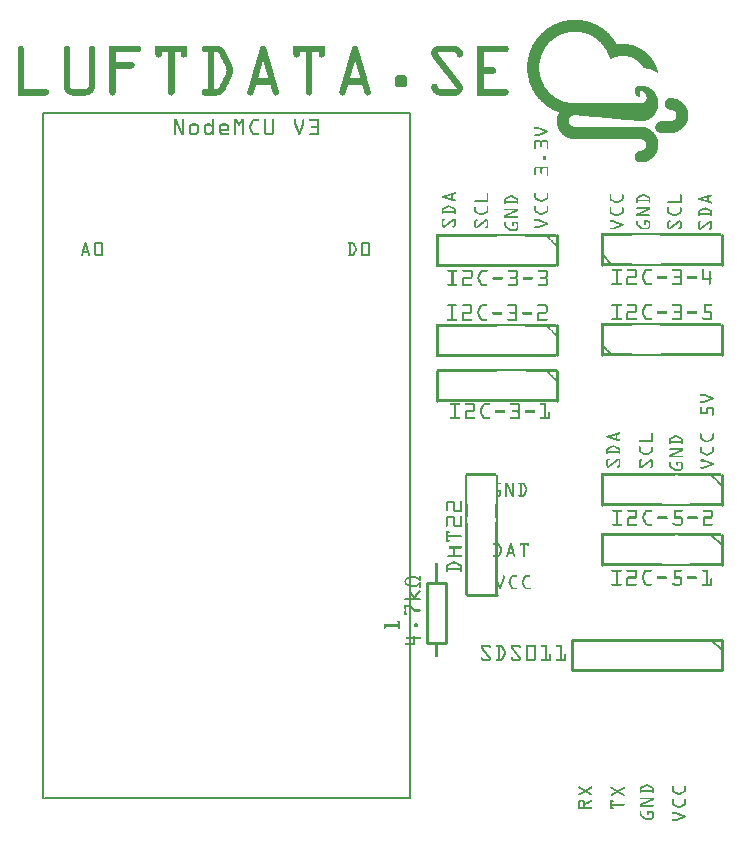
<source format=gto>
G04 MADE WITH FRITZING*
G04 WWW.FRITZING.ORG*
G04 DOUBLE SIDED*
G04 HOLES PLATED*
G04 CONTOUR ON CENTER OF CONTOUR VECTOR*
%ASAXBY*%
%FSLAX23Y23*%
%MOIN*%
%OFA0B0*%
%SFA1.0B1.0*%
%ADD10C,0.007960*%
%ADD11C,0.010000*%
%ADD12C,0.005000*%
%ADD13R,0.001000X0.001000*%
%LNSILK1*%
G90*
G70*
G54D10*
X144Y2405D02*
X144Y121D01*
D02*
X1368Y120D02*
X1368Y2403D01*
D02*
X149Y121D02*
X1365Y121D01*
D02*
X144Y2404D02*
X1365Y2404D01*
G54D11*
D02*
X1488Y836D02*
X1488Y636D01*
D02*
X1488Y636D02*
X1422Y636D01*
D02*
X1422Y636D02*
X1422Y836D01*
D02*
X1422Y836D02*
X1488Y836D01*
D02*
X2405Y1597D02*
X2405Y1697D01*
D02*
X2005Y1697D02*
X2005Y1597D01*
D02*
X2405Y1897D02*
X2405Y1997D01*
D02*
X2005Y1997D02*
X2005Y1897D01*
G54D12*
D02*
X2040Y1897D02*
X2005Y1932D01*
G54D11*
D02*
X2005Y1197D02*
X2005Y1097D01*
D02*
X2405Y1097D02*
X2405Y1197D01*
D02*
X1455Y1696D02*
X1455Y1596D01*
D02*
X1855Y1596D02*
X1855Y1696D01*
D02*
X1456Y1544D02*
X1456Y1444D01*
D02*
X1856Y1444D02*
X1856Y1544D01*
D02*
X1455Y1996D02*
X1455Y1896D01*
D02*
X1855Y1896D02*
X1855Y1996D01*
D02*
X2005Y997D02*
X2005Y897D01*
D02*
X2405Y897D02*
X2405Y997D01*
G54D12*
D02*
X2370Y997D02*
X2405Y962D01*
G54D11*
D02*
X1555Y796D02*
X1655Y796D01*
D02*
X2405Y647D02*
X1905Y647D01*
D02*
X1905Y647D02*
X1905Y547D01*
D02*
X1905Y547D02*
X2405Y547D01*
D02*
X2405Y547D02*
X2405Y647D01*
G54D12*
D02*
X2370Y647D02*
X2405Y612D01*
G54D13*
X1908Y2714D02*
X1923Y2714D01*
X1897Y2713D02*
X1936Y2713D01*
X1891Y2712D02*
X1942Y2712D01*
X1885Y2711D02*
X1948Y2711D01*
X1881Y2710D02*
X1952Y2710D01*
X1876Y2709D02*
X1956Y2709D01*
X1873Y2708D02*
X1960Y2708D01*
X1869Y2707D02*
X1963Y2707D01*
X1866Y2706D02*
X1966Y2706D01*
X1864Y2705D02*
X1970Y2705D01*
X1861Y2704D02*
X1972Y2704D01*
X1858Y2703D02*
X1975Y2703D01*
X1856Y2702D02*
X1977Y2702D01*
X1853Y2701D02*
X1980Y2701D01*
X1851Y2700D02*
X1982Y2700D01*
X1849Y2699D02*
X1984Y2699D01*
X1847Y2698D02*
X1986Y2698D01*
X1845Y2697D02*
X1988Y2697D01*
X1843Y2696D02*
X1990Y2696D01*
X1841Y2695D02*
X1992Y2695D01*
X1839Y2694D02*
X1994Y2694D01*
X1838Y2693D02*
X1995Y2693D01*
X1836Y2692D02*
X1997Y2692D01*
X1834Y2691D02*
X1999Y2691D01*
X1833Y2690D02*
X2000Y2690D01*
X1831Y2689D02*
X2002Y2689D01*
X1829Y2688D02*
X2003Y2688D01*
X1828Y2687D02*
X2005Y2687D01*
X1826Y2686D02*
X2007Y2686D01*
X1825Y2685D02*
X2008Y2685D01*
X1824Y2684D02*
X2009Y2684D01*
X1822Y2683D02*
X2011Y2683D01*
X1821Y2682D02*
X2012Y2682D01*
X1820Y2681D02*
X2013Y2681D01*
X1818Y2680D02*
X2015Y2680D01*
X1817Y2679D02*
X2016Y2679D01*
X1816Y2678D02*
X2017Y2678D01*
X1815Y2677D02*
X2018Y2677D01*
X1814Y2676D02*
X2019Y2676D01*
X1812Y2675D02*
X2021Y2675D01*
X1811Y2674D02*
X2022Y2674D01*
X1810Y2673D02*
X1901Y2673D01*
X1932Y2673D02*
X2023Y2673D01*
X1809Y2672D02*
X1894Y2672D01*
X1939Y2672D02*
X2024Y2672D01*
X1808Y2671D02*
X1889Y2671D01*
X1943Y2671D02*
X2025Y2671D01*
X1807Y2670D02*
X1885Y2670D01*
X1948Y2670D02*
X2026Y2670D01*
X1806Y2669D02*
X1882Y2669D01*
X1951Y2669D02*
X2027Y2669D01*
X1805Y2668D02*
X1878Y2668D01*
X1954Y2668D02*
X2028Y2668D01*
X1804Y2667D02*
X1875Y2667D01*
X1957Y2667D02*
X2029Y2667D01*
X1803Y2666D02*
X1873Y2666D01*
X1960Y2666D02*
X2030Y2666D01*
X1802Y2665D02*
X1870Y2665D01*
X1962Y2665D02*
X2031Y2665D01*
X1801Y2664D02*
X1868Y2664D01*
X1965Y2664D02*
X2032Y2664D01*
X1800Y2663D02*
X1866Y2663D01*
X1967Y2663D02*
X2033Y2663D01*
X1799Y2662D02*
X1863Y2662D01*
X1969Y2662D02*
X2034Y2662D01*
X1798Y2661D02*
X1861Y2661D01*
X1971Y2661D02*
X2035Y2661D01*
X1797Y2660D02*
X1860Y2660D01*
X1973Y2660D02*
X2036Y2660D01*
X1796Y2659D02*
X1858Y2659D01*
X1975Y2659D02*
X2037Y2659D01*
X1796Y2658D02*
X1856Y2658D01*
X1976Y2658D02*
X2037Y2658D01*
X1795Y2657D02*
X1854Y2657D01*
X1978Y2657D02*
X2038Y2657D01*
X1794Y2656D02*
X1853Y2656D01*
X1980Y2656D02*
X2039Y2656D01*
X1793Y2655D02*
X1851Y2655D01*
X1981Y2655D02*
X2040Y2655D01*
X1792Y2654D02*
X1849Y2654D01*
X1983Y2654D02*
X2041Y2654D01*
X1792Y2653D02*
X1848Y2653D01*
X1984Y2653D02*
X2041Y2653D01*
X1791Y2652D02*
X1847Y2652D01*
X1986Y2652D02*
X2042Y2652D01*
X1790Y2651D02*
X1845Y2651D01*
X1987Y2651D02*
X2043Y2651D01*
X1789Y2650D02*
X1844Y2650D01*
X1988Y2650D02*
X2044Y2650D01*
X1788Y2649D02*
X1843Y2649D01*
X1990Y2649D02*
X2044Y2649D01*
X1788Y2648D02*
X1841Y2648D01*
X1991Y2648D02*
X2045Y2648D01*
X1787Y2647D02*
X1840Y2647D01*
X1992Y2647D02*
X2046Y2647D01*
X1786Y2646D02*
X1839Y2646D01*
X1994Y2646D02*
X2046Y2646D01*
X1786Y2645D02*
X1838Y2645D01*
X1995Y2645D02*
X2047Y2645D01*
X1785Y2644D02*
X1837Y2644D01*
X1996Y2644D02*
X2048Y2644D01*
X1784Y2643D02*
X1835Y2643D01*
X1997Y2643D02*
X2049Y2643D01*
X1784Y2642D02*
X1834Y2642D01*
X1998Y2642D02*
X2049Y2642D01*
X1783Y2641D02*
X1833Y2641D01*
X1999Y2641D02*
X2050Y2641D01*
X1782Y2640D02*
X1832Y2640D01*
X2000Y2640D02*
X2050Y2640D01*
X1782Y2639D02*
X1831Y2639D01*
X2001Y2639D02*
X2051Y2639D01*
X1781Y2638D02*
X1830Y2638D01*
X2002Y2638D02*
X2052Y2638D01*
X1780Y2637D02*
X1829Y2637D01*
X2003Y2637D02*
X2052Y2637D01*
X1780Y2636D02*
X1828Y2636D01*
X2004Y2636D02*
X2053Y2636D01*
X1779Y2635D02*
X1827Y2635D01*
X2005Y2635D02*
X2053Y2635D01*
X1779Y2634D02*
X1827Y2634D01*
X2006Y2634D02*
X2054Y2634D01*
X1778Y2633D02*
X1826Y2633D01*
X2007Y2633D02*
X2055Y2633D01*
X2060Y2633D02*
X2089Y2633D01*
X1778Y2632D02*
X1825Y2632D01*
X2008Y2632D02*
X2096Y2632D01*
X1777Y2631D02*
X1824Y2631D01*
X2008Y2631D02*
X2101Y2631D01*
X1776Y2630D02*
X1823Y2630D01*
X2009Y2630D02*
X2105Y2630D01*
X1776Y2629D02*
X1822Y2629D01*
X2010Y2629D02*
X2109Y2629D01*
X1775Y2628D02*
X1822Y2628D01*
X2011Y2628D02*
X2112Y2628D01*
X67Y2627D02*
X70Y2627D01*
X221Y2627D02*
X223Y2627D01*
X305Y2627D02*
X308Y2627D01*
X365Y2627D02*
X461Y2627D01*
X519Y2627D02*
X623Y2627D01*
X680Y2627D02*
X723Y2627D01*
X875Y2627D02*
X878Y2627D01*
X978Y2627D02*
X1082Y2627D01*
X1182Y2627D02*
X1185Y2627D01*
X1459Y2627D02*
X1517Y2627D01*
X1591Y2627D02*
X1687Y2627D01*
X1775Y2627D02*
X1821Y2627D01*
X2012Y2627D02*
X2115Y2627D01*
X64Y2626D02*
X73Y2626D01*
X218Y2626D02*
X226Y2626D01*
X302Y2626D02*
X310Y2626D01*
X365Y2626D02*
X464Y2626D01*
X518Y2626D02*
X623Y2626D01*
X677Y2626D02*
X729Y2626D01*
X872Y2626D02*
X881Y2626D01*
X978Y2626D02*
X1083Y2626D01*
X1179Y2626D02*
X1188Y2626D01*
X1454Y2626D02*
X1522Y2626D01*
X1591Y2626D02*
X1689Y2626D01*
X1774Y2626D02*
X1820Y2626D01*
X2013Y2626D02*
X2118Y2626D01*
X63Y2625D02*
X75Y2625D01*
X216Y2625D02*
X228Y2625D01*
X300Y2625D02*
X312Y2625D01*
X365Y2625D02*
X465Y2625D01*
X518Y2625D02*
X623Y2625D01*
X676Y2625D02*
X732Y2625D01*
X871Y2625D02*
X883Y2625D01*
X978Y2625D02*
X1083Y2625D01*
X1177Y2625D02*
X1189Y2625D01*
X1452Y2625D02*
X1524Y2625D01*
X1591Y2625D02*
X1691Y2625D01*
X1774Y2625D02*
X1819Y2625D01*
X2013Y2625D02*
X2120Y2625D01*
X62Y2624D02*
X76Y2624D01*
X215Y2624D02*
X229Y2624D01*
X299Y2624D02*
X313Y2624D01*
X365Y2624D02*
X466Y2624D01*
X518Y2624D02*
X623Y2624D01*
X675Y2624D02*
X734Y2624D01*
X870Y2624D02*
X884Y2624D01*
X978Y2624D02*
X1083Y2624D01*
X1176Y2624D02*
X1191Y2624D01*
X1450Y2624D02*
X1526Y2624D01*
X1591Y2624D02*
X1692Y2624D01*
X1773Y2624D02*
X1819Y2624D01*
X2014Y2624D02*
X2122Y2624D01*
X61Y2623D02*
X77Y2623D01*
X214Y2623D02*
X230Y2623D01*
X298Y2623D02*
X314Y2623D01*
X365Y2623D02*
X467Y2623D01*
X518Y2623D02*
X623Y2623D01*
X674Y2623D02*
X736Y2623D01*
X869Y2623D02*
X885Y2623D01*
X978Y2623D02*
X1083Y2623D01*
X1175Y2623D02*
X1191Y2623D01*
X1448Y2623D02*
X1528Y2623D01*
X1591Y2623D02*
X1693Y2623D01*
X1773Y2623D02*
X1818Y2623D01*
X2015Y2623D02*
X2125Y2623D01*
X60Y2622D02*
X77Y2622D01*
X213Y2622D02*
X231Y2622D01*
X298Y2622D02*
X315Y2622D01*
X365Y2622D02*
X468Y2622D01*
X518Y2622D02*
X623Y2622D01*
X673Y2622D02*
X738Y2622D01*
X868Y2622D02*
X886Y2622D01*
X978Y2622D02*
X1083Y2622D01*
X1175Y2622D02*
X1192Y2622D01*
X1447Y2622D02*
X1530Y2622D01*
X1591Y2622D02*
X1694Y2622D01*
X1772Y2622D02*
X1817Y2622D01*
X2015Y2622D02*
X2127Y2622D01*
X60Y2621D02*
X78Y2621D01*
X213Y2621D02*
X231Y2621D01*
X297Y2621D02*
X315Y2621D01*
X365Y2621D02*
X469Y2621D01*
X518Y2621D02*
X623Y2621D01*
X673Y2621D02*
X739Y2621D01*
X868Y2621D02*
X886Y2621D01*
X978Y2621D02*
X1083Y2621D01*
X1174Y2621D02*
X1193Y2621D01*
X1446Y2621D02*
X1531Y2621D01*
X1591Y2621D02*
X1694Y2621D01*
X1772Y2621D02*
X1817Y2621D01*
X2016Y2621D02*
X2129Y2621D01*
X59Y2620D02*
X78Y2620D01*
X212Y2620D02*
X232Y2620D01*
X297Y2620D02*
X316Y2620D01*
X365Y2620D02*
X469Y2620D01*
X518Y2620D02*
X623Y2620D01*
X672Y2620D02*
X740Y2620D01*
X867Y2620D02*
X887Y2620D01*
X978Y2620D02*
X1083Y2620D01*
X1174Y2620D02*
X1193Y2620D01*
X1445Y2620D02*
X1532Y2620D01*
X1591Y2620D02*
X1695Y2620D01*
X1772Y2620D02*
X1816Y2620D01*
X2017Y2620D02*
X2131Y2620D01*
X59Y2619D02*
X79Y2619D01*
X212Y2619D02*
X232Y2619D01*
X296Y2619D02*
X316Y2619D01*
X365Y2619D02*
X469Y2619D01*
X518Y2619D02*
X623Y2619D01*
X672Y2619D02*
X742Y2619D01*
X867Y2619D02*
X887Y2619D01*
X978Y2619D02*
X1083Y2619D01*
X1173Y2619D02*
X1193Y2619D01*
X1444Y2619D02*
X1533Y2619D01*
X1591Y2619D02*
X1695Y2619D01*
X1771Y2619D02*
X1815Y2619D01*
X2017Y2619D02*
X2132Y2619D01*
X59Y2618D02*
X79Y2618D01*
X212Y2618D02*
X232Y2618D01*
X296Y2618D02*
X316Y2618D01*
X365Y2618D02*
X469Y2618D01*
X518Y2618D02*
X623Y2618D01*
X672Y2618D02*
X743Y2618D01*
X867Y2618D02*
X887Y2618D01*
X978Y2618D02*
X1083Y2618D01*
X1173Y2618D02*
X1194Y2618D01*
X1443Y2618D02*
X1534Y2618D01*
X1591Y2618D02*
X1695Y2618D01*
X1771Y2618D02*
X1815Y2618D01*
X2018Y2618D02*
X2134Y2618D01*
X59Y2617D02*
X79Y2617D01*
X212Y2617D02*
X232Y2617D01*
X296Y2617D02*
X316Y2617D01*
X365Y2617D02*
X470Y2617D01*
X518Y2617D02*
X623Y2617D01*
X672Y2617D02*
X744Y2617D01*
X866Y2617D02*
X887Y2617D01*
X978Y2617D02*
X1083Y2617D01*
X1173Y2617D02*
X1194Y2617D01*
X1442Y2617D02*
X1535Y2617D01*
X1591Y2617D02*
X1695Y2617D01*
X1770Y2617D02*
X1814Y2617D01*
X2019Y2617D02*
X2136Y2617D01*
X59Y2616D02*
X79Y2616D01*
X212Y2616D02*
X232Y2616D01*
X296Y2616D02*
X316Y2616D01*
X365Y2616D02*
X470Y2616D01*
X518Y2616D02*
X623Y2616D01*
X672Y2616D02*
X745Y2616D01*
X866Y2616D02*
X888Y2616D01*
X978Y2616D02*
X1083Y2616D01*
X1173Y2616D02*
X1194Y2616D01*
X1441Y2616D02*
X1536Y2616D01*
X1591Y2616D02*
X1695Y2616D01*
X1770Y2616D02*
X1813Y2616D01*
X2019Y2616D02*
X2138Y2616D01*
X59Y2615D02*
X79Y2615D01*
X212Y2615D02*
X232Y2615D01*
X296Y2615D02*
X316Y2615D01*
X365Y2615D02*
X469Y2615D01*
X518Y2615D02*
X623Y2615D01*
X672Y2615D02*
X745Y2615D01*
X866Y2615D02*
X888Y2615D01*
X978Y2615D02*
X1083Y2615D01*
X1172Y2615D02*
X1194Y2615D01*
X1441Y2615D02*
X1537Y2615D01*
X1591Y2615D02*
X1695Y2615D01*
X1769Y2615D02*
X1813Y2615D01*
X2020Y2615D02*
X2139Y2615D01*
X59Y2614D02*
X79Y2614D01*
X212Y2614D02*
X232Y2614D01*
X296Y2614D02*
X316Y2614D01*
X365Y2614D02*
X469Y2614D01*
X518Y2614D02*
X623Y2614D01*
X672Y2614D02*
X746Y2614D01*
X865Y2614D02*
X888Y2614D01*
X978Y2614D02*
X1083Y2614D01*
X1172Y2614D02*
X1195Y2614D01*
X1440Y2614D02*
X1537Y2614D01*
X1591Y2614D02*
X1695Y2614D01*
X1769Y2614D02*
X1812Y2614D01*
X2020Y2614D02*
X2141Y2614D01*
X59Y2613D02*
X79Y2613D01*
X212Y2613D02*
X232Y2613D01*
X296Y2613D02*
X316Y2613D01*
X365Y2613D02*
X469Y2613D01*
X518Y2613D02*
X623Y2613D01*
X672Y2613D02*
X747Y2613D01*
X865Y2613D02*
X889Y2613D01*
X978Y2613D02*
X1083Y2613D01*
X1172Y2613D02*
X1195Y2613D01*
X1440Y2613D02*
X1538Y2613D01*
X1591Y2613D02*
X1695Y2613D01*
X1769Y2613D02*
X1812Y2613D01*
X2021Y2613D02*
X2142Y2613D01*
X59Y2612D02*
X79Y2612D01*
X212Y2612D02*
X232Y2612D01*
X296Y2612D02*
X316Y2612D01*
X365Y2612D02*
X469Y2612D01*
X518Y2612D02*
X623Y2612D01*
X673Y2612D02*
X748Y2612D01*
X865Y2612D02*
X889Y2612D01*
X978Y2612D02*
X1083Y2612D01*
X1171Y2612D02*
X1195Y2612D01*
X1439Y2612D02*
X1539Y2612D01*
X1591Y2612D02*
X1694Y2612D01*
X1768Y2612D02*
X1811Y2612D01*
X2022Y2612D02*
X2144Y2612D01*
X59Y2611D02*
X79Y2611D01*
X212Y2611D02*
X232Y2611D01*
X296Y2611D02*
X316Y2611D01*
X365Y2611D02*
X468Y2611D01*
X518Y2611D02*
X623Y2611D01*
X673Y2611D02*
X748Y2611D01*
X865Y2611D02*
X889Y2611D01*
X978Y2611D02*
X1083Y2611D01*
X1171Y2611D02*
X1196Y2611D01*
X1439Y2611D02*
X1539Y2611D01*
X1591Y2611D02*
X1694Y2611D01*
X1768Y2611D02*
X1811Y2611D01*
X2022Y2611D02*
X2145Y2611D01*
X59Y2610D02*
X79Y2610D01*
X212Y2610D02*
X232Y2610D01*
X296Y2610D02*
X316Y2610D01*
X365Y2610D02*
X467Y2610D01*
X518Y2610D02*
X623Y2610D01*
X674Y2610D02*
X749Y2610D01*
X864Y2610D02*
X889Y2610D01*
X978Y2610D02*
X1083Y2610D01*
X1171Y2610D02*
X1196Y2610D01*
X1438Y2610D02*
X1540Y2610D01*
X1591Y2610D02*
X1693Y2610D01*
X1767Y2610D02*
X1810Y2610D01*
X2023Y2610D02*
X2146Y2610D01*
X59Y2609D02*
X79Y2609D01*
X212Y2609D02*
X232Y2609D01*
X296Y2609D02*
X316Y2609D01*
X365Y2609D02*
X466Y2609D01*
X518Y2609D02*
X623Y2609D01*
X675Y2609D02*
X749Y2609D01*
X864Y2609D02*
X890Y2609D01*
X978Y2609D02*
X1083Y2609D01*
X1170Y2609D02*
X1196Y2609D01*
X1438Y2609D02*
X1540Y2609D01*
X1591Y2609D02*
X1692Y2609D01*
X1767Y2609D02*
X1810Y2609D01*
X2023Y2609D02*
X2148Y2609D01*
X59Y2608D02*
X79Y2608D01*
X212Y2608D02*
X232Y2608D01*
X296Y2608D02*
X316Y2608D01*
X365Y2608D02*
X465Y2608D01*
X518Y2608D02*
X623Y2608D01*
X676Y2608D02*
X750Y2608D01*
X864Y2608D02*
X890Y2608D01*
X978Y2608D02*
X1083Y2608D01*
X1170Y2608D02*
X1196Y2608D01*
X1438Y2608D02*
X1541Y2608D01*
X1591Y2608D02*
X1691Y2608D01*
X1767Y2608D02*
X1809Y2608D01*
X2024Y2608D02*
X2149Y2608D01*
X59Y2607D02*
X79Y2607D01*
X212Y2607D02*
X232Y2607D01*
X296Y2607D02*
X316Y2607D01*
X365Y2607D02*
X464Y2607D01*
X518Y2607D02*
X623Y2607D01*
X677Y2607D02*
X750Y2607D01*
X863Y2607D02*
X890Y2607D01*
X978Y2607D02*
X1083Y2607D01*
X1170Y2607D02*
X1197Y2607D01*
X1438Y2607D02*
X1541Y2607D01*
X1591Y2607D02*
X1689Y2607D01*
X1766Y2607D02*
X1809Y2607D01*
X2024Y2607D02*
X2150Y2607D01*
X59Y2606D02*
X79Y2606D01*
X212Y2606D02*
X232Y2606D01*
X296Y2606D02*
X316Y2606D01*
X365Y2606D02*
X461Y2606D01*
X518Y2606D02*
X623Y2606D01*
X680Y2606D02*
X751Y2606D01*
X863Y2606D02*
X891Y2606D01*
X978Y2606D02*
X1083Y2606D01*
X1170Y2606D02*
X1197Y2606D01*
X1438Y2606D02*
X1541Y2606D01*
X1591Y2606D02*
X1687Y2606D01*
X1766Y2606D02*
X1808Y2606D01*
X2025Y2606D02*
X2152Y2606D01*
X59Y2605D02*
X79Y2605D01*
X212Y2605D02*
X232Y2605D01*
X296Y2605D02*
X316Y2605D01*
X365Y2605D02*
X386Y2605D01*
X518Y2605D02*
X539Y2605D01*
X560Y2605D02*
X581Y2605D01*
X602Y2605D02*
X623Y2605D01*
X693Y2605D02*
X713Y2605D01*
X726Y2605D02*
X751Y2605D01*
X863Y2605D02*
X891Y2605D01*
X978Y2605D02*
X998Y2605D01*
X1020Y2605D02*
X1040Y2605D01*
X1062Y2605D02*
X1083Y2605D01*
X1169Y2605D02*
X1197Y2605D01*
X1438Y2605D02*
X1458Y2605D01*
X1518Y2605D02*
X1541Y2605D01*
X1591Y2605D02*
X1611Y2605D01*
X1766Y2605D02*
X1808Y2605D01*
X2025Y2605D02*
X2153Y2605D01*
X59Y2604D02*
X79Y2604D01*
X212Y2604D02*
X232Y2604D01*
X296Y2604D02*
X316Y2604D01*
X365Y2604D02*
X386Y2604D01*
X518Y2604D02*
X539Y2604D01*
X560Y2604D02*
X581Y2604D01*
X602Y2604D02*
X623Y2604D01*
X693Y2604D02*
X713Y2604D01*
X727Y2604D02*
X752Y2604D01*
X863Y2604D02*
X891Y2604D01*
X978Y2604D02*
X998Y2604D01*
X1020Y2604D02*
X1040Y2604D01*
X1062Y2604D02*
X1083Y2604D01*
X1169Y2604D02*
X1198Y2604D01*
X1438Y2604D02*
X1458Y2604D01*
X1519Y2604D02*
X1542Y2604D01*
X1591Y2604D02*
X1611Y2604D01*
X1765Y2604D02*
X1807Y2604D01*
X2026Y2604D02*
X2154Y2604D01*
X59Y2603D02*
X79Y2603D01*
X212Y2603D02*
X232Y2603D01*
X296Y2603D02*
X316Y2603D01*
X365Y2603D02*
X386Y2603D01*
X518Y2603D02*
X539Y2603D01*
X560Y2603D02*
X581Y2603D01*
X602Y2603D02*
X623Y2603D01*
X693Y2603D02*
X713Y2603D01*
X729Y2603D02*
X752Y2603D01*
X862Y2603D02*
X892Y2603D01*
X978Y2603D02*
X998Y2603D01*
X1020Y2603D02*
X1040Y2603D01*
X1062Y2603D02*
X1083Y2603D01*
X1169Y2603D02*
X1198Y2603D01*
X1438Y2603D02*
X1458Y2603D01*
X1520Y2603D02*
X1542Y2603D01*
X1591Y2603D02*
X1611Y2603D01*
X1765Y2603D02*
X1807Y2603D01*
X2026Y2603D02*
X2155Y2603D01*
X59Y2602D02*
X79Y2602D01*
X212Y2602D02*
X232Y2602D01*
X296Y2602D02*
X316Y2602D01*
X365Y2602D02*
X386Y2602D01*
X518Y2602D02*
X539Y2602D01*
X560Y2602D02*
X581Y2602D01*
X602Y2602D02*
X623Y2602D01*
X693Y2602D02*
X713Y2602D01*
X730Y2602D02*
X753Y2602D01*
X862Y2602D02*
X892Y2602D01*
X978Y2602D02*
X998Y2602D01*
X1020Y2602D02*
X1040Y2602D01*
X1062Y2602D02*
X1083Y2602D01*
X1168Y2602D02*
X1198Y2602D01*
X1438Y2602D02*
X1458Y2602D01*
X1521Y2602D02*
X1542Y2602D01*
X1591Y2602D02*
X1611Y2602D01*
X1765Y2602D02*
X1806Y2602D01*
X2027Y2602D02*
X2156Y2602D01*
X59Y2601D02*
X79Y2601D01*
X212Y2601D02*
X232Y2601D01*
X296Y2601D02*
X316Y2601D01*
X365Y2601D02*
X386Y2601D01*
X518Y2601D02*
X539Y2601D01*
X560Y2601D02*
X581Y2601D01*
X602Y2601D02*
X623Y2601D01*
X693Y2601D02*
X713Y2601D01*
X730Y2601D02*
X753Y2601D01*
X862Y2601D02*
X892Y2601D01*
X978Y2601D02*
X998Y2601D01*
X1020Y2601D02*
X1040Y2601D01*
X1062Y2601D02*
X1083Y2601D01*
X1168Y2601D02*
X1199Y2601D01*
X1438Y2601D02*
X1459Y2601D01*
X1521Y2601D02*
X1542Y2601D01*
X1591Y2601D02*
X1611Y2601D01*
X1764Y2601D02*
X1806Y2601D01*
X2027Y2601D02*
X2157Y2601D01*
X59Y2600D02*
X79Y2600D01*
X212Y2600D02*
X232Y2600D01*
X296Y2600D02*
X316Y2600D01*
X365Y2600D02*
X386Y2600D01*
X518Y2600D02*
X539Y2600D01*
X560Y2600D02*
X581Y2600D01*
X602Y2600D02*
X623Y2600D01*
X693Y2600D02*
X713Y2600D01*
X731Y2600D02*
X754Y2600D01*
X861Y2600D02*
X892Y2600D01*
X978Y2600D02*
X998Y2600D01*
X1020Y2600D02*
X1040Y2600D01*
X1062Y2600D02*
X1083Y2600D01*
X1168Y2600D02*
X1199Y2600D01*
X1438Y2600D02*
X1460Y2600D01*
X1522Y2600D02*
X1542Y2600D01*
X1591Y2600D02*
X1611Y2600D01*
X1764Y2600D02*
X1806Y2600D01*
X2028Y2600D02*
X2158Y2600D01*
X59Y2599D02*
X79Y2599D01*
X212Y2599D02*
X232Y2599D01*
X296Y2599D02*
X316Y2599D01*
X365Y2599D02*
X386Y2599D01*
X518Y2599D02*
X539Y2599D01*
X560Y2599D02*
X581Y2599D01*
X602Y2599D02*
X623Y2599D01*
X693Y2599D02*
X713Y2599D01*
X731Y2599D02*
X754Y2599D01*
X861Y2599D02*
X893Y2599D01*
X978Y2599D02*
X998Y2599D01*
X1020Y2599D02*
X1040Y2599D01*
X1062Y2599D02*
X1083Y2599D01*
X1168Y2599D02*
X1199Y2599D01*
X1438Y2599D02*
X1460Y2599D01*
X1522Y2599D02*
X1542Y2599D01*
X1591Y2599D02*
X1611Y2599D01*
X1764Y2599D02*
X1805Y2599D01*
X2028Y2599D02*
X2159Y2599D01*
X59Y2598D02*
X79Y2598D01*
X212Y2598D02*
X232Y2598D01*
X296Y2598D02*
X316Y2598D01*
X365Y2598D02*
X386Y2598D01*
X518Y2598D02*
X539Y2598D01*
X560Y2598D02*
X581Y2598D01*
X602Y2598D02*
X623Y2598D01*
X693Y2598D02*
X713Y2598D01*
X732Y2598D02*
X755Y2598D01*
X861Y2598D02*
X893Y2598D01*
X978Y2598D02*
X998Y2598D01*
X1020Y2598D02*
X1040Y2598D01*
X1062Y2598D02*
X1082Y2598D01*
X1167Y2598D02*
X1199Y2598D01*
X1438Y2598D02*
X1461Y2598D01*
X1522Y2598D02*
X1542Y2598D01*
X1591Y2598D02*
X1611Y2598D01*
X1764Y2598D02*
X1805Y2598D01*
X2028Y2598D02*
X2160Y2598D01*
X59Y2597D02*
X79Y2597D01*
X212Y2597D02*
X232Y2597D01*
X296Y2597D02*
X316Y2597D01*
X365Y2597D02*
X386Y2597D01*
X518Y2597D02*
X539Y2597D01*
X560Y2597D02*
X581Y2597D01*
X603Y2597D02*
X623Y2597D01*
X693Y2597D02*
X713Y2597D01*
X732Y2597D02*
X755Y2597D01*
X861Y2597D02*
X893Y2597D01*
X978Y2597D02*
X998Y2597D01*
X1020Y2597D02*
X1040Y2597D01*
X1062Y2597D02*
X1082Y2597D01*
X1167Y2597D02*
X1200Y2597D01*
X1438Y2597D02*
X1462Y2597D01*
X1522Y2597D02*
X1542Y2597D01*
X1591Y2597D02*
X1611Y2597D01*
X1763Y2597D02*
X1804Y2597D01*
X2029Y2597D02*
X2161Y2597D01*
X59Y2596D02*
X79Y2596D01*
X212Y2596D02*
X232Y2596D01*
X296Y2596D02*
X316Y2596D01*
X365Y2596D02*
X386Y2596D01*
X519Y2596D02*
X538Y2596D01*
X560Y2596D02*
X581Y2596D01*
X603Y2596D02*
X623Y2596D01*
X693Y2596D02*
X713Y2596D01*
X733Y2596D02*
X756Y2596D01*
X860Y2596D02*
X894Y2596D01*
X978Y2596D02*
X998Y2596D01*
X1020Y2596D02*
X1040Y2596D01*
X1062Y2596D02*
X1082Y2596D01*
X1167Y2596D02*
X1200Y2596D01*
X1439Y2596D02*
X1463Y2596D01*
X1522Y2596D02*
X1542Y2596D01*
X1591Y2596D02*
X1611Y2596D01*
X1763Y2596D02*
X1804Y2596D01*
X2029Y2596D02*
X2162Y2596D01*
X59Y2595D02*
X79Y2595D01*
X212Y2595D02*
X232Y2595D01*
X296Y2595D02*
X316Y2595D01*
X365Y2595D02*
X386Y2595D01*
X519Y2595D02*
X538Y2595D01*
X560Y2595D02*
X581Y2595D01*
X603Y2595D02*
X622Y2595D01*
X693Y2595D02*
X713Y2595D01*
X733Y2595D02*
X756Y2595D01*
X860Y2595D02*
X894Y2595D01*
X979Y2595D02*
X998Y2595D01*
X1020Y2595D02*
X1040Y2595D01*
X1063Y2595D02*
X1082Y2595D01*
X1166Y2595D02*
X1200Y2595D01*
X1439Y2595D02*
X1464Y2595D01*
X1522Y2595D02*
X1542Y2595D01*
X1591Y2595D02*
X1611Y2595D01*
X1763Y2595D02*
X1804Y2595D01*
X2029Y2595D02*
X2163Y2595D01*
X59Y2594D02*
X79Y2594D01*
X212Y2594D02*
X232Y2594D01*
X296Y2594D02*
X316Y2594D01*
X365Y2594D02*
X386Y2594D01*
X519Y2594D02*
X538Y2594D01*
X560Y2594D02*
X581Y2594D01*
X603Y2594D02*
X622Y2594D01*
X693Y2594D02*
X713Y2594D01*
X734Y2594D02*
X757Y2594D01*
X860Y2594D02*
X894Y2594D01*
X979Y2594D02*
X997Y2594D01*
X1020Y2594D02*
X1040Y2594D01*
X1063Y2594D02*
X1081Y2594D01*
X1166Y2594D02*
X1201Y2594D01*
X1439Y2594D02*
X1464Y2594D01*
X1523Y2594D02*
X1541Y2594D01*
X1591Y2594D02*
X1611Y2594D01*
X1762Y2594D02*
X1803Y2594D01*
X2030Y2594D02*
X2164Y2594D01*
X59Y2593D02*
X79Y2593D01*
X212Y2593D02*
X232Y2593D01*
X296Y2593D02*
X316Y2593D01*
X365Y2593D02*
X386Y2593D01*
X520Y2593D02*
X537Y2593D01*
X560Y2593D02*
X581Y2593D01*
X604Y2593D02*
X621Y2593D01*
X693Y2593D02*
X713Y2593D01*
X734Y2593D02*
X757Y2593D01*
X859Y2593D02*
X894Y2593D01*
X979Y2593D02*
X997Y2593D01*
X1020Y2593D02*
X1040Y2593D01*
X1064Y2593D02*
X1081Y2593D01*
X1166Y2593D02*
X1201Y2593D01*
X1440Y2593D02*
X1465Y2593D01*
X1523Y2593D02*
X1541Y2593D01*
X1591Y2593D02*
X1611Y2593D01*
X1762Y2593D02*
X1803Y2593D01*
X2030Y2593D02*
X2068Y2593D01*
X2085Y2593D02*
X2165Y2593D01*
X59Y2592D02*
X79Y2592D01*
X212Y2592D02*
X232Y2592D01*
X296Y2592D02*
X316Y2592D01*
X365Y2592D02*
X386Y2592D01*
X521Y2592D02*
X536Y2592D01*
X560Y2592D02*
X581Y2592D01*
X605Y2592D02*
X621Y2592D01*
X693Y2592D02*
X713Y2592D01*
X735Y2592D02*
X758Y2592D01*
X859Y2592D02*
X895Y2592D01*
X980Y2592D02*
X996Y2592D01*
X1020Y2592D02*
X1040Y2592D01*
X1064Y2592D02*
X1080Y2592D01*
X1165Y2592D02*
X1201Y2592D01*
X1440Y2592D02*
X1466Y2592D01*
X1524Y2592D02*
X1540Y2592D01*
X1591Y2592D02*
X1611Y2592D01*
X1762Y2592D02*
X1803Y2592D01*
X2031Y2592D02*
X2060Y2592D01*
X2092Y2592D02*
X2166Y2592D01*
X59Y2591D02*
X79Y2591D01*
X212Y2591D02*
X232Y2591D01*
X296Y2591D02*
X316Y2591D01*
X365Y2591D02*
X386Y2591D01*
X521Y2591D02*
X536Y2591D01*
X560Y2591D02*
X581Y2591D01*
X605Y2591D02*
X620Y2591D01*
X693Y2591D02*
X713Y2591D01*
X735Y2591D02*
X758Y2591D01*
X859Y2591D02*
X895Y2591D01*
X981Y2591D02*
X995Y2591D01*
X1020Y2591D02*
X1040Y2591D01*
X1065Y2591D02*
X1079Y2591D01*
X1165Y2591D02*
X1201Y2591D01*
X1441Y2591D02*
X1467Y2591D01*
X1525Y2591D02*
X1539Y2591D01*
X1591Y2591D02*
X1611Y2591D01*
X1762Y2591D02*
X1802Y2591D01*
X2031Y2591D02*
X2056Y2591D01*
X2096Y2591D02*
X2167Y2591D01*
X59Y2590D02*
X79Y2590D01*
X212Y2590D02*
X232Y2590D01*
X296Y2590D02*
X316Y2590D01*
X365Y2590D02*
X386Y2590D01*
X522Y2590D02*
X534Y2590D01*
X560Y2590D02*
X581Y2590D01*
X607Y2590D02*
X619Y2590D01*
X693Y2590D02*
X713Y2590D01*
X736Y2590D02*
X759Y2590D01*
X858Y2590D02*
X895Y2590D01*
X982Y2590D02*
X994Y2590D01*
X1020Y2590D02*
X1040Y2590D01*
X1066Y2590D02*
X1078Y2590D01*
X1165Y2590D02*
X1202Y2590D01*
X1441Y2590D02*
X1467Y2590D01*
X1526Y2590D02*
X1538Y2590D01*
X1591Y2590D02*
X1611Y2590D01*
X1761Y2590D02*
X1802Y2590D01*
X2031Y2590D02*
X2052Y2590D01*
X2100Y2590D02*
X2168Y2590D01*
X59Y2589D02*
X79Y2589D01*
X212Y2589D02*
X232Y2589D01*
X296Y2589D02*
X316Y2589D01*
X365Y2589D02*
X386Y2589D01*
X524Y2589D02*
X533Y2589D01*
X560Y2589D02*
X581Y2589D01*
X608Y2589D02*
X617Y2589D01*
X693Y2589D02*
X713Y2589D01*
X736Y2589D02*
X759Y2589D01*
X858Y2589D02*
X896Y2589D01*
X984Y2589D02*
X992Y2589D01*
X1020Y2589D02*
X1040Y2589D01*
X1068Y2589D02*
X1077Y2589D01*
X1165Y2589D02*
X1202Y2589D01*
X1442Y2589D02*
X1468Y2589D01*
X1527Y2589D02*
X1536Y2589D01*
X1591Y2589D02*
X1611Y2589D01*
X1761Y2589D02*
X1802Y2589D01*
X2031Y2589D02*
X2049Y2589D01*
X2103Y2589D02*
X2168Y2589D01*
X59Y2588D02*
X79Y2588D01*
X212Y2588D02*
X232Y2588D01*
X296Y2588D02*
X316Y2588D01*
X365Y2588D02*
X386Y2588D01*
X527Y2588D02*
X530Y2588D01*
X560Y2588D02*
X581Y2588D01*
X611Y2588D02*
X614Y2588D01*
X693Y2588D02*
X713Y2588D01*
X737Y2588D02*
X760Y2588D01*
X858Y2588D02*
X896Y2588D01*
X986Y2588D02*
X990Y2588D01*
X1020Y2588D02*
X1040Y2588D01*
X1070Y2588D02*
X1074Y2588D01*
X1164Y2588D02*
X1202Y2588D01*
X1443Y2588D02*
X1469Y2588D01*
X1530Y2588D02*
X1534Y2588D01*
X1591Y2588D02*
X1611Y2588D01*
X1761Y2588D02*
X1801Y2588D01*
X2032Y2588D02*
X2046Y2588D01*
X2106Y2588D02*
X2169Y2588D01*
X59Y2587D02*
X79Y2587D01*
X212Y2587D02*
X232Y2587D01*
X296Y2587D02*
X316Y2587D01*
X365Y2587D02*
X386Y2587D01*
X560Y2587D02*
X581Y2587D01*
X693Y2587D02*
X713Y2587D01*
X737Y2587D02*
X760Y2587D01*
X858Y2587D02*
X896Y2587D01*
X1020Y2587D02*
X1040Y2587D01*
X1164Y2587D02*
X1203Y2587D01*
X1443Y2587D02*
X1470Y2587D01*
X1591Y2587D02*
X1611Y2587D01*
X1761Y2587D02*
X1801Y2587D01*
X2032Y2587D02*
X2044Y2587D01*
X2108Y2587D02*
X2170Y2587D01*
X59Y2586D02*
X79Y2586D01*
X212Y2586D02*
X232Y2586D01*
X296Y2586D02*
X316Y2586D01*
X365Y2586D02*
X386Y2586D01*
X560Y2586D02*
X581Y2586D01*
X693Y2586D02*
X713Y2586D01*
X738Y2586D02*
X761Y2586D01*
X857Y2586D02*
X896Y2586D01*
X1020Y2586D02*
X1040Y2586D01*
X1164Y2586D02*
X1203Y2586D01*
X1444Y2586D02*
X1471Y2586D01*
X1591Y2586D02*
X1611Y2586D01*
X1761Y2586D02*
X1801Y2586D01*
X2032Y2586D02*
X2042Y2586D01*
X2110Y2586D02*
X2171Y2586D01*
X59Y2585D02*
X79Y2585D01*
X212Y2585D02*
X232Y2585D01*
X296Y2585D02*
X316Y2585D01*
X365Y2585D02*
X386Y2585D01*
X560Y2585D02*
X581Y2585D01*
X693Y2585D02*
X713Y2585D01*
X738Y2585D02*
X761Y2585D01*
X857Y2585D02*
X897Y2585D01*
X1020Y2585D02*
X1040Y2585D01*
X1163Y2585D02*
X1203Y2585D01*
X1445Y2585D02*
X1471Y2585D01*
X1591Y2585D02*
X1611Y2585D01*
X1760Y2585D02*
X1801Y2585D01*
X2033Y2585D02*
X2040Y2585D01*
X2113Y2585D02*
X2171Y2585D01*
X59Y2584D02*
X79Y2584D01*
X212Y2584D02*
X232Y2584D01*
X296Y2584D02*
X316Y2584D01*
X365Y2584D02*
X386Y2584D01*
X560Y2584D02*
X581Y2584D01*
X693Y2584D02*
X713Y2584D01*
X739Y2584D02*
X762Y2584D01*
X857Y2584D02*
X897Y2584D01*
X1020Y2584D02*
X1040Y2584D01*
X1163Y2584D02*
X1203Y2584D01*
X1446Y2584D02*
X1472Y2584D01*
X1591Y2584D02*
X1611Y2584D01*
X1760Y2584D02*
X1800Y2584D01*
X2033Y2584D02*
X2038Y2584D01*
X2114Y2584D02*
X2172Y2584D01*
X59Y2583D02*
X79Y2583D01*
X212Y2583D02*
X232Y2583D01*
X296Y2583D02*
X316Y2583D01*
X365Y2583D02*
X386Y2583D01*
X560Y2583D02*
X581Y2583D01*
X693Y2583D02*
X713Y2583D01*
X739Y2583D02*
X762Y2583D01*
X856Y2583D02*
X897Y2583D01*
X1020Y2583D02*
X1040Y2583D01*
X1163Y2583D02*
X1204Y2583D01*
X1447Y2583D02*
X1473Y2583D01*
X1591Y2583D02*
X1611Y2583D01*
X1760Y2583D02*
X1800Y2583D01*
X2033Y2583D02*
X2036Y2583D01*
X2116Y2583D02*
X2173Y2583D01*
X59Y2582D02*
X79Y2582D01*
X212Y2582D02*
X232Y2582D01*
X296Y2582D02*
X316Y2582D01*
X365Y2582D02*
X386Y2582D01*
X560Y2582D02*
X581Y2582D01*
X693Y2582D02*
X713Y2582D01*
X740Y2582D02*
X763Y2582D01*
X856Y2582D02*
X898Y2582D01*
X1020Y2582D02*
X1040Y2582D01*
X1163Y2582D02*
X1204Y2582D01*
X1447Y2582D02*
X1474Y2582D01*
X1591Y2582D02*
X1611Y2582D01*
X1760Y2582D02*
X1800Y2582D01*
X2033Y2582D02*
X2034Y2582D01*
X2118Y2582D02*
X2174Y2582D01*
X59Y2581D02*
X79Y2581D01*
X212Y2581D02*
X232Y2581D01*
X296Y2581D02*
X316Y2581D01*
X365Y2581D02*
X386Y2581D01*
X560Y2581D02*
X581Y2581D01*
X693Y2581D02*
X713Y2581D01*
X740Y2581D02*
X763Y2581D01*
X856Y2581D02*
X898Y2581D01*
X1020Y2581D02*
X1040Y2581D01*
X1162Y2581D02*
X1204Y2581D01*
X1448Y2581D02*
X1474Y2581D01*
X1591Y2581D02*
X1611Y2581D01*
X1760Y2581D02*
X1800Y2581D01*
X2120Y2581D02*
X2174Y2581D01*
X59Y2580D02*
X79Y2580D01*
X212Y2580D02*
X232Y2580D01*
X296Y2580D02*
X316Y2580D01*
X365Y2580D02*
X386Y2580D01*
X560Y2580D02*
X581Y2580D01*
X693Y2580D02*
X713Y2580D01*
X741Y2580D02*
X764Y2580D01*
X856Y2580D02*
X898Y2580D01*
X1020Y2580D02*
X1040Y2580D01*
X1162Y2580D02*
X1205Y2580D01*
X1449Y2580D02*
X1475Y2580D01*
X1591Y2580D02*
X1611Y2580D01*
X1760Y2580D02*
X1799Y2580D01*
X2121Y2580D02*
X2175Y2580D01*
X59Y2579D02*
X79Y2579D01*
X212Y2579D02*
X232Y2579D01*
X296Y2579D02*
X316Y2579D01*
X365Y2579D02*
X386Y2579D01*
X560Y2579D02*
X581Y2579D01*
X693Y2579D02*
X713Y2579D01*
X741Y2579D02*
X764Y2579D01*
X855Y2579D02*
X899Y2579D01*
X1020Y2579D02*
X1040Y2579D01*
X1162Y2579D02*
X1205Y2579D01*
X1450Y2579D02*
X1476Y2579D01*
X1591Y2579D02*
X1611Y2579D01*
X1759Y2579D02*
X1799Y2579D01*
X2123Y2579D02*
X2176Y2579D01*
X59Y2578D02*
X79Y2578D01*
X212Y2578D02*
X232Y2578D01*
X296Y2578D02*
X316Y2578D01*
X365Y2578D02*
X386Y2578D01*
X560Y2578D02*
X581Y2578D01*
X693Y2578D02*
X713Y2578D01*
X742Y2578D02*
X765Y2578D01*
X855Y2578D02*
X899Y2578D01*
X1020Y2578D02*
X1040Y2578D01*
X1161Y2578D02*
X1205Y2578D01*
X1450Y2578D02*
X1477Y2578D01*
X1591Y2578D02*
X1611Y2578D01*
X1759Y2578D02*
X1799Y2578D01*
X2124Y2578D02*
X2176Y2578D01*
X59Y2577D02*
X79Y2577D01*
X212Y2577D02*
X232Y2577D01*
X296Y2577D02*
X316Y2577D01*
X365Y2577D02*
X386Y2577D01*
X560Y2577D02*
X581Y2577D01*
X693Y2577D02*
X713Y2577D01*
X742Y2577D02*
X765Y2577D01*
X855Y2577D02*
X876Y2577D01*
X878Y2577D02*
X899Y2577D01*
X1020Y2577D02*
X1040Y2577D01*
X1161Y2577D02*
X1182Y2577D01*
X1184Y2577D02*
X1206Y2577D01*
X1451Y2577D02*
X1478Y2577D01*
X1591Y2577D02*
X1611Y2577D01*
X1759Y2577D02*
X1799Y2577D01*
X2125Y2577D02*
X2177Y2577D01*
X59Y2576D02*
X79Y2576D01*
X212Y2576D02*
X232Y2576D01*
X296Y2576D02*
X316Y2576D01*
X365Y2576D02*
X386Y2576D01*
X560Y2576D02*
X581Y2576D01*
X693Y2576D02*
X713Y2576D01*
X743Y2576D02*
X766Y2576D01*
X854Y2576D02*
X876Y2576D01*
X878Y2576D02*
X899Y2576D01*
X1020Y2576D02*
X1040Y2576D01*
X1161Y2576D02*
X1182Y2576D01*
X1184Y2576D02*
X1206Y2576D01*
X1452Y2576D02*
X1478Y2576D01*
X1591Y2576D02*
X1611Y2576D01*
X1759Y2576D02*
X1799Y2576D01*
X2127Y2576D02*
X2178Y2576D01*
X59Y2575D02*
X79Y2575D01*
X212Y2575D02*
X232Y2575D01*
X296Y2575D02*
X316Y2575D01*
X365Y2575D02*
X386Y2575D01*
X560Y2575D02*
X581Y2575D01*
X693Y2575D02*
X713Y2575D01*
X743Y2575D02*
X766Y2575D01*
X854Y2575D02*
X875Y2575D01*
X878Y2575D02*
X900Y2575D01*
X1020Y2575D02*
X1040Y2575D01*
X1161Y2575D02*
X1182Y2575D01*
X1185Y2575D02*
X1206Y2575D01*
X1453Y2575D02*
X1479Y2575D01*
X1591Y2575D02*
X1611Y2575D01*
X1759Y2575D02*
X1798Y2575D01*
X2128Y2575D02*
X2178Y2575D01*
X59Y2574D02*
X79Y2574D01*
X212Y2574D02*
X232Y2574D01*
X296Y2574D02*
X316Y2574D01*
X365Y2574D02*
X386Y2574D01*
X560Y2574D02*
X581Y2574D01*
X693Y2574D02*
X713Y2574D01*
X744Y2574D02*
X767Y2574D01*
X854Y2574D02*
X875Y2574D01*
X879Y2574D02*
X900Y2574D01*
X1020Y2574D02*
X1040Y2574D01*
X1160Y2574D02*
X1182Y2574D01*
X1185Y2574D02*
X1206Y2574D01*
X1453Y2574D02*
X1480Y2574D01*
X1591Y2574D02*
X1611Y2574D01*
X1759Y2574D02*
X1798Y2574D01*
X2129Y2574D02*
X2179Y2574D01*
X59Y2573D02*
X79Y2573D01*
X212Y2573D02*
X232Y2573D01*
X296Y2573D02*
X316Y2573D01*
X365Y2573D02*
X440Y2573D01*
X560Y2573D02*
X581Y2573D01*
X693Y2573D02*
X713Y2573D01*
X744Y2573D02*
X767Y2573D01*
X853Y2573D02*
X875Y2573D01*
X879Y2573D02*
X900Y2573D01*
X1020Y2573D02*
X1040Y2573D01*
X1160Y2573D02*
X1181Y2573D01*
X1185Y2573D02*
X1207Y2573D01*
X1454Y2573D02*
X1481Y2573D01*
X1591Y2573D02*
X1611Y2573D01*
X1759Y2573D02*
X1798Y2573D01*
X2130Y2573D02*
X2179Y2573D01*
X59Y2572D02*
X79Y2572D01*
X212Y2572D02*
X232Y2572D01*
X296Y2572D02*
X316Y2572D01*
X365Y2572D02*
X443Y2572D01*
X560Y2572D02*
X581Y2572D01*
X693Y2572D02*
X713Y2572D01*
X745Y2572D02*
X768Y2572D01*
X853Y2572D02*
X874Y2572D01*
X879Y2572D02*
X901Y2572D01*
X1020Y2572D02*
X1040Y2572D01*
X1160Y2572D02*
X1181Y2572D01*
X1186Y2572D02*
X1207Y2572D01*
X1455Y2572D02*
X1482Y2572D01*
X1591Y2572D02*
X1611Y2572D01*
X1758Y2572D02*
X1798Y2572D01*
X2131Y2572D02*
X2180Y2572D01*
X59Y2571D02*
X79Y2571D01*
X212Y2571D02*
X232Y2571D01*
X296Y2571D02*
X316Y2571D01*
X365Y2571D02*
X444Y2571D01*
X560Y2571D02*
X581Y2571D01*
X693Y2571D02*
X713Y2571D01*
X745Y2571D02*
X768Y2571D01*
X853Y2571D02*
X874Y2571D01*
X879Y2571D02*
X901Y2571D01*
X1020Y2571D02*
X1040Y2571D01*
X1159Y2571D02*
X1181Y2571D01*
X1186Y2571D02*
X1207Y2571D01*
X1456Y2571D02*
X1482Y2571D01*
X1591Y2571D02*
X1611Y2571D01*
X1758Y2571D02*
X1798Y2571D01*
X2132Y2571D02*
X2180Y2571D01*
X59Y2570D02*
X79Y2570D01*
X212Y2570D02*
X232Y2570D01*
X296Y2570D02*
X316Y2570D01*
X365Y2570D02*
X445Y2570D01*
X560Y2570D02*
X581Y2570D01*
X693Y2570D02*
X713Y2570D01*
X746Y2570D02*
X769Y2570D01*
X853Y2570D02*
X874Y2570D01*
X880Y2570D02*
X901Y2570D01*
X1020Y2570D02*
X1040Y2570D01*
X1159Y2570D02*
X1180Y2570D01*
X1186Y2570D02*
X1208Y2570D01*
X1457Y2570D02*
X1483Y2570D01*
X1591Y2570D02*
X1611Y2570D01*
X1758Y2570D02*
X1798Y2570D01*
X2133Y2570D02*
X2181Y2570D01*
X59Y2569D02*
X79Y2569D01*
X212Y2569D02*
X232Y2569D01*
X296Y2569D02*
X316Y2569D01*
X365Y2569D02*
X446Y2569D01*
X560Y2569D02*
X581Y2569D01*
X693Y2569D02*
X713Y2569D01*
X747Y2569D02*
X769Y2569D01*
X852Y2569D02*
X874Y2569D01*
X880Y2569D02*
X901Y2569D01*
X1020Y2569D02*
X1040Y2569D01*
X1159Y2569D02*
X1180Y2569D01*
X1186Y2569D02*
X1208Y2569D01*
X1457Y2569D02*
X1484Y2569D01*
X1591Y2569D02*
X1611Y2569D01*
X1758Y2569D02*
X1798Y2569D01*
X2134Y2569D02*
X2182Y2569D01*
X59Y2568D02*
X79Y2568D01*
X212Y2568D02*
X232Y2568D01*
X296Y2568D02*
X316Y2568D01*
X365Y2568D02*
X447Y2568D01*
X560Y2568D02*
X581Y2568D01*
X693Y2568D02*
X713Y2568D01*
X747Y2568D02*
X770Y2568D01*
X852Y2568D02*
X873Y2568D01*
X880Y2568D02*
X902Y2568D01*
X1020Y2568D02*
X1040Y2568D01*
X1158Y2568D02*
X1180Y2568D01*
X1187Y2568D02*
X1208Y2568D01*
X1458Y2568D02*
X1485Y2568D01*
X1591Y2568D02*
X1611Y2568D01*
X1758Y2568D02*
X1797Y2568D01*
X2135Y2568D02*
X2182Y2568D01*
X59Y2567D02*
X79Y2567D01*
X212Y2567D02*
X232Y2567D01*
X296Y2567D02*
X316Y2567D01*
X365Y2567D02*
X447Y2567D01*
X560Y2567D02*
X581Y2567D01*
X693Y2567D02*
X713Y2567D01*
X748Y2567D02*
X770Y2567D01*
X852Y2567D02*
X873Y2567D01*
X881Y2567D02*
X902Y2567D01*
X1020Y2567D02*
X1040Y2567D01*
X1158Y2567D02*
X1179Y2567D01*
X1187Y2567D02*
X1208Y2567D01*
X1459Y2567D02*
X1485Y2567D01*
X1591Y2567D02*
X1611Y2567D01*
X1758Y2567D02*
X1797Y2567D01*
X2136Y2567D02*
X2183Y2567D01*
X59Y2566D02*
X79Y2566D01*
X212Y2566D02*
X232Y2566D01*
X296Y2566D02*
X316Y2566D01*
X365Y2566D02*
X448Y2566D01*
X560Y2566D02*
X581Y2566D01*
X693Y2566D02*
X713Y2566D01*
X748Y2566D02*
X771Y2566D01*
X851Y2566D02*
X873Y2566D01*
X881Y2566D02*
X902Y2566D01*
X1020Y2566D02*
X1040Y2566D01*
X1158Y2566D02*
X1179Y2566D01*
X1187Y2566D02*
X1209Y2566D01*
X1460Y2566D02*
X1486Y2566D01*
X1591Y2566D02*
X1611Y2566D01*
X1758Y2566D02*
X1797Y2566D01*
X2137Y2566D02*
X2183Y2566D01*
X59Y2565D02*
X79Y2565D01*
X212Y2565D02*
X232Y2565D01*
X296Y2565D02*
X316Y2565D01*
X365Y2565D02*
X448Y2565D01*
X560Y2565D02*
X581Y2565D01*
X693Y2565D02*
X713Y2565D01*
X749Y2565D02*
X771Y2565D01*
X851Y2565D02*
X872Y2565D01*
X881Y2565D02*
X903Y2565D01*
X1020Y2565D02*
X1040Y2565D01*
X1158Y2565D02*
X1179Y2565D01*
X1188Y2565D02*
X1209Y2565D01*
X1460Y2565D02*
X1487Y2565D01*
X1591Y2565D02*
X1611Y2565D01*
X1758Y2565D02*
X1797Y2565D01*
X2138Y2565D02*
X2184Y2565D01*
X59Y2564D02*
X79Y2564D01*
X212Y2564D02*
X232Y2564D01*
X296Y2564D02*
X316Y2564D01*
X365Y2564D02*
X448Y2564D01*
X560Y2564D02*
X581Y2564D01*
X693Y2564D02*
X713Y2564D01*
X749Y2564D02*
X772Y2564D01*
X851Y2564D02*
X872Y2564D01*
X881Y2564D02*
X903Y2564D01*
X1020Y2564D02*
X1040Y2564D01*
X1157Y2564D02*
X1179Y2564D01*
X1188Y2564D02*
X1209Y2564D01*
X1461Y2564D02*
X1488Y2564D01*
X1591Y2564D02*
X1611Y2564D01*
X1758Y2564D02*
X1797Y2564D01*
X2139Y2564D02*
X2184Y2564D01*
X59Y2563D02*
X79Y2563D01*
X212Y2563D02*
X232Y2563D01*
X296Y2563D02*
X316Y2563D01*
X365Y2563D02*
X448Y2563D01*
X560Y2563D02*
X581Y2563D01*
X693Y2563D02*
X713Y2563D01*
X750Y2563D02*
X772Y2563D01*
X851Y2563D02*
X872Y2563D01*
X882Y2563D02*
X903Y2563D01*
X1020Y2563D02*
X1040Y2563D01*
X1157Y2563D02*
X1178Y2563D01*
X1188Y2563D02*
X1210Y2563D01*
X1462Y2563D02*
X1489Y2563D01*
X1591Y2563D02*
X1611Y2563D01*
X1758Y2563D02*
X1797Y2563D01*
X2139Y2563D02*
X2185Y2563D01*
X59Y2562D02*
X79Y2562D01*
X212Y2562D02*
X232Y2562D01*
X296Y2562D02*
X316Y2562D01*
X365Y2562D02*
X448Y2562D01*
X560Y2562D02*
X581Y2562D01*
X693Y2562D02*
X713Y2562D01*
X750Y2562D02*
X773Y2562D01*
X850Y2562D02*
X872Y2562D01*
X882Y2562D02*
X903Y2562D01*
X1020Y2562D02*
X1040Y2562D01*
X1157Y2562D02*
X1178Y2562D01*
X1189Y2562D02*
X1210Y2562D01*
X1463Y2562D02*
X1489Y2562D01*
X1591Y2562D02*
X1611Y2562D01*
X1758Y2562D02*
X1797Y2562D01*
X2140Y2562D02*
X2185Y2562D01*
X59Y2561D02*
X79Y2561D01*
X212Y2561D02*
X232Y2561D01*
X296Y2561D02*
X316Y2561D01*
X365Y2561D02*
X448Y2561D01*
X560Y2561D02*
X581Y2561D01*
X693Y2561D02*
X713Y2561D01*
X751Y2561D02*
X773Y2561D01*
X850Y2561D02*
X871Y2561D01*
X882Y2561D02*
X904Y2561D01*
X1020Y2561D02*
X1040Y2561D01*
X1156Y2561D02*
X1178Y2561D01*
X1189Y2561D02*
X1210Y2561D01*
X1464Y2561D02*
X1490Y2561D01*
X1591Y2561D02*
X1611Y2561D01*
X1758Y2561D02*
X1797Y2561D01*
X2141Y2561D02*
X2185Y2561D01*
X59Y2560D02*
X79Y2560D01*
X212Y2560D02*
X232Y2560D01*
X296Y2560D02*
X316Y2560D01*
X365Y2560D02*
X448Y2560D01*
X560Y2560D02*
X581Y2560D01*
X693Y2560D02*
X713Y2560D01*
X751Y2560D02*
X773Y2560D01*
X850Y2560D02*
X871Y2560D01*
X883Y2560D02*
X904Y2560D01*
X1020Y2560D02*
X1040Y2560D01*
X1156Y2560D02*
X1177Y2560D01*
X1189Y2560D02*
X1210Y2560D01*
X1464Y2560D02*
X1491Y2560D01*
X1591Y2560D02*
X1611Y2560D01*
X1758Y2560D02*
X1797Y2560D01*
X2142Y2560D02*
X2186Y2560D01*
X59Y2559D02*
X79Y2559D01*
X212Y2559D02*
X232Y2559D01*
X296Y2559D02*
X316Y2559D01*
X365Y2559D02*
X448Y2559D01*
X560Y2559D02*
X581Y2559D01*
X693Y2559D02*
X713Y2559D01*
X752Y2559D02*
X774Y2559D01*
X849Y2559D02*
X871Y2559D01*
X883Y2559D02*
X904Y2559D01*
X1020Y2559D02*
X1040Y2559D01*
X1156Y2559D02*
X1177Y2559D01*
X1189Y2559D02*
X1211Y2559D01*
X1465Y2559D02*
X1492Y2559D01*
X1591Y2559D02*
X1611Y2559D01*
X1758Y2559D02*
X1797Y2559D01*
X2142Y2559D02*
X2186Y2559D01*
X59Y2558D02*
X79Y2558D01*
X212Y2558D02*
X232Y2558D01*
X296Y2558D02*
X316Y2558D01*
X365Y2558D02*
X447Y2558D01*
X560Y2558D02*
X581Y2558D01*
X693Y2558D02*
X713Y2558D01*
X752Y2558D02*
X774Y2558D01*
X849Y2558D02*
X870Y2558D01*
X883Y2558D02*
X905Y2558D01*
X1020Y2558D02*
X1040Y2558D01*
X1156Y2558D02*
X1177Y2558D01*
X1190Y2558D02*
X1211Y2558D01*
X1466Y2558D02*
X1492Y2558D01*
X1591Y2558D02*
X1611Y2558D01*
X1758Y2558D02*
X1797Y2558D01*
X2143Y2558D02*
X2187Y2558D01*
X59Y2557D02*
X79Y2557D01*
X212Y2557D02*
X232Y2557D01*
X296Y2557D02*
X316Y2557D01*
X365Y2557D02*
X447Y2557D01*
X560Y2557D02*
X581Y2557D01*
X693Y2557D02*
X713Y2557D01*
X753Y2557D02*
X774Y2557D01*
X849Y2557D02*
X870Y2557D01*
X884Y2557D02*
X905Y2557D01*
X1020Y2557D02*
X1040Y2557D01*
X1155Y2557D02*
X1177Y2557D01*
X1190Y2557D02*
X1211Y2557D01*
X1467Y2557D02*
X1493Y2557D01*
X1591Y2557D02*
X1611Y2557D01*
X1758Y2557D02*
X1797Y2557D01*
X2144Y2557D02*
X2187Y2557D01*
X59Y2556D02*
X79Y2556D01*
X212Y2556D02*
X232Y2556D01*
X296Y2556D02*
X316Y2556D01*
X365Y2556D02*
X446Y2556D01*
X560Y2556D02*
X581Y2556D01*
X693Y2556D02*
X713Y2556D01*
X753Y2556D02*
X775Y2556D01*
X849Y2556D02*
X870Y2556D01*
X884Y2556D02*
X905Y2556D01*
X1020Y2556D02*
X1040Y2556D01*
X1155Y2556D02*
X1176Y2556D01*
X1190Y2556D02*
X1212Y2556D01*
X1467Y2556D02*
X1494Y2556D01*
X1591Y2556D02*
X1611Y2556D01*
X1758Y2556D02*
X1797Y2556D01*
X2144Y2556D02*
X2188Y2556D01*
X59Y2555D02*
X79Y2555D01*
X212Y2555D02*
X232Y2555D01*
X296Y2555D02*
X316Y2555D01*
X365Y2555D02*
X445Y2555D01*
X560Y2555D02*
X581Y2555D01*
X693Y2555D02*
X713Y2555D01*
X753Y2555D02*
X775Y2555D01*
X848Y2555D02*
X870Y2555D01*
X884Y2555D02*
X906Y2555D01*
X1020Y2555D02*
X1040Y2555D01*
X1155Y2555D02*
X1176Y2555D01*
X1191Y2555D02*
X1212Y2555D01*
X1468Y2555D02*
X1495Y2555D01*
X1591Y2555D02*
X1645Y2555D01*
X1758Y2555D02*
X1797Y2555D01*
X2145Y2555D02*
X2188Y2555D01*
X59Y2554D02*
X79Y2554D01*
X212Y2554D02*
X232Y2554D01*
X296Y2554D02*
X316Y2554D01*
X365Y2554D02*
X444Y2554D01*
X560Y2554D02*
X581Y2554D01*
X693Y2554D02*
X713Y2554D01*
X754Y2554D02*
X775Y2554D01*
X848Y2554D02*
X869Y2554D01*
X884Y2554D02*
X906Y2554D01*
X1020Y2554D02*
X1040Y2554D01*
X1154Y2554D02*
X1176Y2554D01*
X1191Y2554D02*
X1212Y2554D01*
X1469Y2554D02*
X1496Y2554D01*
X1591Y2554D02*
X1648Y2554D01*
X1758Y2554D02*
X1797Y2554D01*
X2146Y2554D02*
X2188Y2554D01*
X59Y2553D02*
X79Y2553D01*
X212Y2553D02*
X232Y2553D01*
X296Y2553D02*
X316Y2553D01*
X365Y2553D02*
X443Y2553D01*
X560Y2553D02*
X581Y2553D01*
X693Y2553D02*
X713Y2553D01*
X754Y2553D02*
X775Y2553D01*
X848Y2553D02*
X869Y2553D01*
X885Y2553D02*
X906Y2553D01*
X1020Y2553D02*
X1040Y2553D01*
X1154Y2553D02*
X1175Y2553D01*
X1191Y2553D02*
X1213Y2553D01*
X1470Y2553D02*
X1496Y2553D01*
X1591Y2553D02*
X1649Y2553D01*
X1758Y2553D02*
X1797Y2553D01*
X2148Y2553D02*
X2189Y2553D01*
X59Y2552D02*
X79Y2552D01*
X212Y2552D02*
X232Y2552D01*
X296Y2552D02*
X316Y2552D01*
X365Y2552D02*
X440Y2552D01*
X560Y2552D02*
X581Y2552D01*
X693Y2552D02*
X713Y2552D01*
X755Y2552D02*
X775Y2552D01*
X847Y2552D02*
X869Y2552D01*
X885Y2552D02*
X906Y2552D01*
X1020Y2552D02*
X1040Y2552D01*
X1154Y2552D02*
X1175Y2552D01*
X1191Y2552D02*
X1213Y2552D01*
X1471Y2552D02*
X1497Y2552D01*
X1591Y2552D02*
X1650Y2552D01*
X1758Y2552D02*
X1797Y2552D01*
X2155Y2552D02*
X2189Y2552D01*
X59Y2551D02*
X79Y2551D01*
X212Y2551D02*
X232Y2551D01*
X296Y2551D02*
X316Y2551D01*
X365Y2551D02*
X386Y2551D01*
X560Y2551D02*
X581Y2551D01*
X693Y2551D02*
X713Y2551D01*
X755Y2551D02*
X776Y2551D01*
X847Y2551D02*
X868Y2551D01*
X885Y2551D02*
X907Y2551D01*
X1020Y2551D02*
X1040Y2551D01*
X1153Y2551D02*
X1175Y2551D01*
X1192Y2551D02*
X1213Y2551D01*
X1471Y2551D02*
X1498Y2551D01*
X1591Y2551D02*
X1651Y2551D01*
X1758Y2551D02*
X1797Y2551D01*
X2160Y2551D02*
X2189Y2551D01*
X59Y2550D02*
X79Y2550D01*
X212Y2550D02*
X232Y2550D01*
X296Y2550D02*
X316Y2550D01*
X365Y2550D02*
X386Y2550D01*
X560Y2550D02*
X581Y2550D01*
X693Y2550D02*
X713Y2550D01*
X755Y2550D02*
X776Y2550D01*
X847Y2550D02*
X868Y2550D01*
X886Y2550D02*
X907Y2550D01*
X1020Y2550D02*
X1040Y2550D01*
X1153Y2550D02*
X1175Y2550D01*
X1192Y2550D02*
X1213Y2550D01*
X1472Y2550D02*
X1499Y2550D01*
X1591Y2550D02*
X1652Y2550D01*
X1758Y2550D02*
X1797Y2550D01*
X2164Y2550D02*
X2190Y2550D01*
X59Y2549D02*
X79Y2549D01*
X212Y2549D02*
X232Y2549D01*
X296Y2549D02*
X316Y2549D01*
X365Y2549D02*
X386Y2549D01*
X560Y2549D02*
X581Y2549D01*
X693Y2549D02*
X713Y2549D01*
X755Y2549D02*
X776Y2549D01*
X846Y2549D02*
X868Y2549D01*
X886Y2549D02*
X907Y2549D01*
X1020Y2549D02*
X1040Y2549D01*
X1153Y2549D02*
X1174Y2549D01*
X1192Y2549D02*
X1214Y2549D01*
X1473Y2549D02*
X1499Y2549D01*
X1591Y2549D02*
X1652Y2549D01*
X1758Y2549D02*
X1797Y2549D01*
X2167Y2549D02*
X2190Y2549D01*
X59Y2548D02*
X79Y2548D01*
X212Y2548D02*
X232Y2548D01*
X296Y2548D02*
X316Y2548D01*
X365Y2548D02*
X386Y2548D01*
X560Y2548D02*
X581Y2548D01*
X693Y2548D02*
X713Y2548D01*
X755Y2548D02*
X776Y2548D01*
X846Y2548D02*
X867Y2548D01*
X886Y2548D02*
X908Y2548D01*
X1020Y2548D02*
X1040Y2548D01*
X1153Y2548D02*
X1174Y2548D01*
X1193Y2548D02*
X1214Y2548D01*
X1474Y2548D02*
X1500Y2548D01*
X1591Y2548D02*
X1653Y2548D01*
X1758Y2548D02*
X1797Y2548D01*
X2170Y2548D02*
X2190Y2548D01*
X59Y2547D02*
X79Y2547D01*
X212Y2547D02*
X232Y2547D01*
X296Y2547D02*
X316Y2547D01*
X365Y2547D02*
X386Y2547D01*
X560Y2547D02*
X581Y2547D01*
X693Y2547D02*
X713Y2547D01*
X756Y2547D02*
X776Y2547D01*
X846Y2547D02*
X867Y2547D01*
X887Y2547D02*
X908Y2547D01*
X1020Y2547D02*
X1040Y2547D01*
X1152Y2547D02*
X1174Y2547D01*
X1193Y2547D02*
X1214Y2547D01*
X1474Y2547D02*
X1501Y2547D01*
X1591Y2547D02*
X1653Y2547D01*
X1758Y2547D02*
X1797Y2547D01*
X2173Y2547D02*
X2191Y2547D01*
X59Y2546D02*
X79Y2546D01*
X212Y2546D02*
X232Y2546D01*
X296Y2546D02*
X316Y2546D01*
X365Y2546D02*
X386Y2546D01*
X560Y2546D02*
X581Y2546D01*
X693Y2546D02*
X713Y2546D01*
X756Y2546D02*
X776Y2546D01*
X846Y2546D02*
X867Y2546D01*
X887Y2546D02*
X908Y2546D01*
X1020Y2546D02*
X1040Y2546D01*
X1152Y2546D02*
X1173Y2546D01*
X1193Y2546D02*
X1215Y2546D01*
X1475Y2546D02*
X1502Y2546D01*
X1591Y2546D02*
X1653Y2546D01*
X1758Y2546D02*
X1797Y2546D01*
X2175Y2546D02*
X2191Y2546D01*
X59Y2545D02*
X79Y2545D01*
X212Y2545D02*
X232Y2545D01*
X296Y2545D02*
X316Y2545D01*
X365Y2545D02*
X386Y2545D01*
X560Y2545D02*
X581Y2545D01*
X693Y2545D02*
X713Y2545D01*
X756Y2545D02*
X776Y2545D01*
X845Y2545D02*
X867Y2545D01*
X887Y2545D02*
X908Y2545D01*
X1020Y2545D02*
X1040Y2545D01*
X1152Y2545D02*
X1173Y2545D01*
X1194Y2545D02*
X1215Y2545D01*
X1476Y2545D02*
X1503Y2545D01*
X1591Y2545D02*
X1653Y2545D01*
X1758Y2545D02*
X1797Y2545D01*
X2178Y2545D02*
X2191Y2545D01*
X59Y2544D02*
X79Y2544D01*
X212Y2544D02*
X232Y2544D01*
X296Y2544D02*
X316Y2544D01*
X365Y2544D02*
X386Y2544D01*
X560Y2544D02*
X581Y2544D01*
X693Y2544D02*
X713Y2544D01*
X756Y2544D02*
X776Y2544D01*
X845Y2544D02*
X866Y2544D01*
X887Y2544D02*
X909Y2544D01*
X1020Y2544D02*
X1040Y2544D01*
X1151Y2544D02*
X1173Y2544D01*
X1194Y2544D02*
X1215Y2544D01*
X1477Y2544D02*
X1503Y2544D01*
X1591Y2544D02*
X1653Y2544D01*
X1758Y2544D02*
X1797Y2544D01*
X2180Y2544D02*
X2192Y2544D01*
X59Y2543D02*
X79Y2543D01*
X212Y2543D02*
X232Y2543D01*
X296Y2543D02*
X316Y2543D01*
X365Y2543D02*
X386Y2543D01*
X560Y2543D02*
X581Y2543D01*
X693Y2543D02*
X713Y2543D01*
X756Y2543D02*
X776Y2543D01*
X845Y2543D02*
X866Y2543D01*
X888Y2543D02*
X909Y2543D01*
X1020Y2543D02*
X1040Y2543D01*
X1151Y2543D02*
X1172Y2543D01*
X1194Y2543D02*
X1215Y2543D01*
X1478Y2543D02*
X1504Y2543D01*
X1591Y2543D02*
X1653Y2543D01*
X1758Y2543D02*
X1797Y2543D01*
X2182Y2543D02*
X2192Y2543D01*
X59Y2542D02*
X79Y2542D01*
X212Y2542D02*
X232Y2542D01*
X296Y2542D02*
X316Y2542D01*
X365Y2542D02*
X386Y2542D01*
X560Y2542D02*
X581Y2542D01*
X693Y2542D02*
X713Y2542D01*
X755Y2542D02*
X776Y2542D01*
X844Y2542D02*
X866Y2542D01*
X888Y2542D02*
X909Y2542D01*
X1020Y2542D02*
X1040Y2542D01*
X1151Y2542D02*
X1172Y2542D01*
X1194Y2542D02*
X1216Y2542D01*
X1478Y2542D02*
X1505Y2542D01*
X1591Y2542D02*
X1653Y2542D01*
X1758Y2542D02*
X1797Y2542D01*
X2184Y2542D02*
X2192Y2542D01*
X59Y2541D02*
X79Y2541D01*
X212Y2541D02*
X232Y2541D01*
X296Y2541D02*
X316Y2541D01*
X365Y2541D02*
X386Y2541D01*
X560Y2541D02*
X581Y2541D01*
X693Y2541D02*
X713Y2541D01*
X755Y2541D02*
X776Y2541D01*
X844Y2541D02*
X865Y2541D01*
X888Y2541D02*
X910Y2541D01*
X1020Y2541D02*
X1040Y2541D01*
X1151Y2541D02*
X1172Y2541D01*
X1195Y2541D02*
X1216Y2541D01*
X1479Y2541D02*
X1506Y2541D01*
X1591Y2541D02*
X1653Y2541D01*
X1758Y2541D02*
X1798Y2541D01*
X2185Y2541D02*
X2192Y2541D01*
X59Y2540D02*
X79Y2540D01*
X212Y2540D02*
X232Y2540D01*
X296Y2540D02*
X316Y2540D01*
X365Y2540D02*
X386Y2540D01*
X560Y2540D02*
X581Y2540D01*
X693Y2540D02*
X713Y2540D01*
X755Y2540D02*
X776Y2540D01*
X844Y2540D02*
X865Y2540D01*
X889Y2540D02*
X910Y2540D01*
X1020Y2540D02*
X1040Y2540D01*
X1150Y2540D02*
X1172Y2540D01*
X1195Y2540D02*
X1216Y2540D01*
X1480Y2540D02*
X1506Y2540D01*
X1591Y2540D02*
X1652Y2540D01*
X1758Y2540D02*
X1798Y2540D01*
X2187Y2540D02*
X2193Y2540D01*
X59Y2539D02*
X79Y2539D01*
X212Y2539D02*
X232Y2539D01*
X296Y2539D02*
X316Y2539D01*
X365Y2539D02*
X386Y2539D01*
X560Y2539D02*
X581Y2539D01*
X693Y2539D02*
X713Y2539D01*
X755Y2539D02*
X776Y2539D01*
X844Y2539D02*
X865Y2539D01*
X889Y2539D02*
X910Y2539D01*
X1020Y2539D02*
X1040Y2539D01*
X1150Y2539D02*
X1171Y2539D01*
X1195Y2539D02*
X1217Y2539D01*
X1481Y2539D02*
X1507Y2539D01*
X1591Y2539D02*
X1652Y2539D01*
X1758Y2539D02*
X1798Y2539D01*
X2189Y2539D02*
X2193Y2539D01*
X59Y2538D02*
X79Y2538D01*
X212Y2538D02*
X232Y2538D01*
X296Y2538D02*
X316Y2538D01*
X365Y2538D02*
X386Y2538D01*
X560Y2538D02*
X581Y2538D01*
X693Y2538D02*
X713Y2538D01*
X755Y2538D02*
X776Y2538D01*
X843Y2538D02*
X865Y2538D01*
X889Y2538D02*
X910Y2538D01*
X1020Y2538D02*
X1040Y2538D01*
X1150Y2538D02*
X1171Y2538D01*
X1196Y2538D02*
X1217Y2538D01*
X1481Y2538D02*
X1508Y2538D01*
X1591Y2538D02*
X1651Y2538D01*
X1758Y2538D02*
X1798Y2538D01*
X2190Y2538D02*
X2193Y2538D01*
X59Y2537D02*
X79Y2537D01*
X212Y2537D02*
X232Y2537D01*
X296Y2537D02*
X316Y2537D01*
X365Y2537D02*
X386Y2537D01*
X560Y2537D02*
X581Y2537D01*
X693Y2537D02*
X713Y2537D01*
X754Y2537D02*
X775Y2537D01*
X843Y2537D02*
X864Y2537D01*
X889Y2537D02*
X911Y2537D01*
X1020Y2537D02*
X1040Y2537D01*
X1149Y2537D02*
X1171Y2537D01*
X1196Y2537D02*
X1217Y2537D01*
X1482Y2537D02*
X1509Y2537D01*
X1591Y2537D02*
X1650Y2537D01*
X1758Y2537D02*
X1798Y2537D01*
X2192Y2537D02*
X2193Y2537D01*
X59Y2536D02*
X79Y2536D01*
X212Y2536D02*
X232Y2536D01*
X296Y2536D02*
X316Y2536D01*
X365Y2536D02*
X386Y2536D01*
X560Y2536D02*
X581Y2536D01*
X693Y2536D02*
X713Y2536D01*
X754Y2536D02*
X775Y2536D01*
X843Y2536D02*
X864Y2536D01*
X890Y2536D02*
X911Y2536D01*
X1020Y2536D02*
X1040Y2536D01*
X1149Y2536D02*
X1170Y2536D01*
X1196Y2536D02*
X1217Y2536D01*
X1483Y2536D02*
X1510Y2536D01*
X1591Y2536D02*
X1649Y2536D01*
X1759Y2536D02*
X1798Y2536D01*
X2193Y2536D02*
X2194Y2536D01*
X59Y2535D02*
X79Y2535D01*
X212Y2535D02*
X232Y2535D01*
X296Y2535D02*
X316Y2535D01*
X365Y2535D02*
X386Y2535D01*
X560Y2535D02*
X581Y2535D01*
X693Y2535D02*
X713Y2535D01*
X754Y2535D02*
X775Y2535D01*
X842Y2535D02*
X864Y2535D01*
X890Y2535D02*
X911Y2535D01*
X1020Y2535D02*
X1040Y2535D01*
X1149Y2535D02*
X1170Y2535D01*
X1196Y2535D02*
X1218Y2535D01*
X1484Y2535D02*
X1510Y2535D01*
X1591Y2535D02*
X1647Y2535D01*
X1759Y2535D02*
X1798Y2535D01*
X59Y2534D02*
X79Y2534D01*
X212Y2534D02*
X232Y2534D01*
X296Y2534D02*
X316Y2534D01*
X365Y2534D02*
X386Y2534D01*
X560Y2534D02*
X581Y2534D01*
X693Y2534D02*
X713Y2534D01*
X753Y2534D02*
X775Y2534D01*
X842Y2534D02*
X863Y2534D01*
X890Y2534D02*
X912Y2534D01*
X1020Y2534D02*
X1040Y2534D01*
X1149Y2534D02*
X1170Y2534D01*
X1197Y2534D02*
X1218Y2534D01*
X1485Y2534D02*
X1511Y2534D01*
X1591Y2534D02*
X1643Y2534D01*
X1759Y2534D02*
X1799Y2534D01*
X59Y2533D02*
X79Y2533D01*
X212Y2533D02*
X232Y2533D01*
X296Y2533D02*
X316Y2533D01*
X365Y2533D02*
X386Y2533D01*
X560Y2533D02*
X581Y2533D01*
X693Y2533D02*
X713Y2533D01*
X753Y2533D02*
X775Y2533D01*
X842Y2533D02*
X863Y2533D01*
X891Y2533D02*
X912Y2533D01*
X1020Y2533D02*
X1040Y2533D01*
X1148Y2533D02*
X1170Y2533D01*
X1197Y2533D02*
X1218Y2533D01*
X1485Y2533D02*
X1512Y2533D01*
X1591Y2533D02*
X1611Y2533D01*
X1759Y2533D02*
X1799Y2533D01*
X59Y2532D02*
X79Y2532D01*
X212Y2532D02*
X232Y2532D01*
X296Y2532D02*
X316Y2532D01*
X365Y2532D02*
X386Y2532D01*
X560Y2532D02*
X581Y2532D01*
X693Y2532D02*
X713Y2532D01*
X753Y2532D02*
X774Y2532D01*
X841Y2532D02*
X863Y2532D01*
X891Y2532D02*
X912Y2532D01*
X1020Y2532D02*
X1040Y2532D01*
X1148Y2532D02*
X1169Y2532D01*
X1197Y2532D02*
X1219Y2532D01*
X1486Y2532D02*
X1513Y2532D01*
X1591Y2532D02*
X1611Y2532D01*
X1759Y2532D02*
X1799Y2532D01*
X59Y2531D02*
X79Y2531D01*
X212Y2531D02*
X232Y2531D01*
X296Y2531D02*
X316Y2531D01*
X365Y2531D02*
X386Y2531D01*
X560Y2531D02*
X581Y2531D01*
X693Y2531D02*
X713Y2531D01*
X752Y2531D02*
X774Y2531D01*
X841Y2531D02*
X863Y2531D01*
X891Y2531D02*
X912Y2531D01*
X1020Y2531D02*
X1040Y2531D01*
X1148Y2531D02*
X1169Y2531D01*
X1198Y2531D02*
X1219Y2531D01*
X1487Y2531D02*
X1513Y2531D01*
X1591Y2531D02*
X1611Y2531D01*
X1759Y2531D02*
X1799Y2531D01*
X59Y2530D02*
X79Y2530D01*
X212Y2530D02*
X232Y2530D01*
X296Y2530D02*
X316Y2530D01*
X365Y2530D02*
X386Y2530D01*
X560Y2530D02*
X581Y2530D01*
X693Y2530D02*
X713Y2530D01*
X752Y2530D02*
X774Y2530D01*
X841Y2530D02*
X862Y2530D01*
X892Y2530D02*
X913Y2530D01*
X1020Y2530D02*
X1040Y2530D01*
X1147Y2530D02*
X1169Y2530D01*
X1198Y2530D02*
X1219Y2530D01*
X1488Y2530D02*
X1514Y2530D01*
X1591Y2530D02*
X1611Y2530D01*
X1759Y2530D02*
X1799Y2530D01*
X59Y2529D02*
X79Y2529D01*
X212Y2529D02*
X232Y2529D01*
X296Y2529D02*
X316Y2529D01*
X365Y2529D02*
X386Y2529D01*
X560Y2529D02*
X581Y2529D01*
X693Y2529D02*
X713Y2529D01*
X751Y2529D02*
X773Y2529D01*
X841Y2529D02*
X862Y2529D01*
X892Y2529D02*
X913Y2529D01*
X1020Y2529D02*
X1040Y2529D01*
X1147Y2529D02*
X1168Y2529D01*
X1198Y2529D02*
X1220Y2529D01*
X1488Y2529D02*
X1515Y2529D01*
X1591Y2529D02*
X1611Y2529D01*
X1760Y2529D02*
X1800Y2529D01*
X59Y2528D02*
X79Y2528D01*
X212Y2528D02*
X232Y2528D01*
X296Y2528D02*
X316Y2528D01*
X365Y2528D02*
X386Y2528D01*
X560Y2528D02*
X581Y2528D01*
X693Y2528D02*
X713Y2528D01*
X751Y2528D02*
X773Y2528D01*
X840Y2528D02*
X862Y2528D01*
X892Y2528D02*
X913Y2528D01*
X1020Y2528D02*
X1040Y2528D01*
X1147Y2528D02*
X1168Y2528D01*
X1199Y2528D02*
X1220Y2528D01*
X1324Y2528D02*
X1349Y2528D01*
X1489Y2528D02*
X1516Y2528D01*
X1591Y2528D02*
X1611Y2528D01*
X1760Y2528D02*
X1800Y2528D01*
X59Y2527D02*
X79Y2527D01*
X212Y2527D02*
X232Y2527D01*
X296Y2527D02*
X316Y2527D01*
X365Y2527D02*
X386Y2527D01*
X560Y2527D02*
X581Y2527D01*
X693Y2527D02*
X713Y2527D01*
X750Y2527D02*
X773Y2527D01*
X840Y2527D02*
X861Y2527D01*
X892Y2527D02*
X914Y2527D01*
X1020Y2527D02*
X1040Y2527D01*
X1146Y2527D02*
X1168Y2527D01*
X1199Y2527D02*
X1220Y2527D01*
X1322Y2527D02*
X1352Y2527D01*
X1490Y2527D02*
X1517Y2527D01*
X1591Y2527D02*
X1611Y2527D01*
X1760Y2527D02*
X1800Y2527D01*
X59Y2526D02*
X79Y2526D01*
X212Y2526D02*
X232Y2526D01*
X296Y2526D02*
X316Y2526D01*
X365Y2526D02*
X386Y2526D01*
X560Y2526D02*
X581Y2526D01*
X693Y2526D02*
X713Y2526D01*
X750Y2526D02*
X772Y2526D01*
X840Y2526D02*
X861Y2526D01*
X893Y2526D02*
X914Y2526D01*
X1020Y2526D02*
X1040Y2526D01*
X1146Y2526D02*
X1168Y2526D01*
X1199Y2526D02*
X1220Y2526D01*
X1320Y2526D02*
X1353Y2526D01*
X1491Y2526D02*
X1517Y2526D01*
X1591Y2526D02*
X1611Y2526D01*
X1760Y2526D02*
X1800Y2526D01*
X59Y2525D02*
X79Y2525D01*
X212Y2525D02*
X232Y2525D01*
X296Y2525D02*
X316Y2525D01*
X365Y2525D02*
X386Y2525D01*
X560Y2525D02*
X581Y2525D01*
X693Y2525D02*
X713Y2525D01*
X749Y2525D02*
X772Y2525D01*
X839Y2525D02*
X861Y2525D01*
X893Y2525D02*
X914Y2525D01*
X1020Y2525D02*
X1040Y2525D01*
X1146Y2525D02*
X1167Y2525D01*
X1199Y2525D02*
X1221Y2525D01*
X1319Y2525D02*
X1354Y2525D01*
X1492Y2525D02*
X1518Y2525D01*
X1591Y2525D02*
X1611Y2525D01*
X1760Y2525D02*
X1800Y2525D01*
X59Y2524D02*
X79Y2524D01*
X212Y2524D02*
X232Y2524D01*
X296Y2524D02*
X316Y2524D01*
X365Y2524D02*
X386Y2524D01*
X560Y2524D02*
X581Y2524D01*
X693Y2524D02*
X713Y2524D01*
X749Y2524D02*
X771Y2524D01*
X839Y2524D02*
X861Y2524D01*
X893Y2524D02*
X915Y2524D01*
X1020Y2524D02*
X1040Y2524D01*
X1146Y2524D02*
X1167Y2524D01*
X1200Y2524D02*
X1221Y2524D01*
X1318Y2524D02*
X1355Y2524D01*
X1492Y2524D02*
X1519Y2524D01*
X1591Y2524D02*
X1611Y2524D01*
X1760Y2524D02*
X1801Y2524D01*
X59Y2523D02*
X79Y2523D01*
X212Y2523D02*
X232Y2523D01*
X296Y2523D02*
X316Y2523D01*
X365Y2523D02*
X386Y2523D01*
X560Y2523D02*
X581Y2523D01*
X693Y2523D02*
X713Y2523D01*
X748Y2523D02*
X771Y2523D01*
X839Y2523D02*
X860Y2523D01*
X894Y2523D02*
X915Y2523D01*
X1020Y2523D02*
X1040Y2523D01*
X1145Y2523D02*
X1167Y2523D01*
X1200Y2523D02*
X1221Y2523D01*
X1317Y2523D02*
X1356Y2523D01*
X1493Y2523D02*
X1520Y2523D01*
X1591Y2523D02*
X1611Y2523D01*
X1761Y2523D02*
X1801Y2523D01*
X59Y2522D02*
X79Y2522D01*
X212Y2522D02*
X232Y2522D01*
X296Y2522D02*
X316Y2522D01*
X365Y2522D02*
X386Y2522D01*
X560Y2522D02*
X581Y2522D01*
X693Y2522D02*
X713Y2522D01*
X748Y2522D02*
X770Y2522D01*
X839Y2522D02*
X860Y2522D01*
X894Y2522D02*
X915Y2522D01*
X1020Y2522D02*
X1040Y2522D01*
X1145Y2522D02*
X1166Y2522D01*
X1200Y2522D02*
X1222Y2522D01*
X1317Y2522D02*
X1356Y2522D01*
X1494Y2522D02*
X1520Y2522D01*
X1591Y2522D02*
X1611Y2522D01*
X1761Y2522D02*
X1801Y2522D01*
X59Y2521D02*
X79Y2521D01*
X212Y2521D02*
X232Y2521D01*
X296Y2521D02*
X316Y2521D01*
X365Y2521D02*
X386Y2521D01*
X560Y2521D02*
X581Y2521D01*
X693Y2521D02*
X713Y2521D01*
X747Y2521D02*
X770Y2521D01*
X838Y2521D02*
X860Y2521D01*
X894Y2521D02*
X915Y2521D01*
X1020Y2521D02*
X1040Y2521D01*
X1145Y2521D02*
X1166Y2521D01*
X1201Y2521D02*
X1222Y2521D01*
X1316Y2521D02*
X1357Y2521D01*
X1495Y2521D02*
X1521Y2521D01*
X1591Y2521D02*
X1611Y2521D01*
X1761Y2521D02*
X1802Y2521D01*
X59Y2520D02*
X79Y2520D01*
X212Y2520D02*
X232Y2520D01*
X296Y2520D02*
X316Y2520D01*
X365Y2520D02*
X386Y2520D01*
X560Y2520D02*
X581Y2520D01*
X693Y2520D02*
X713Y2520D01*
X746Y2520D02*
X769Y2520D01*
X838Y2520D02*
X859Y2520D01*
X894Y2520D02*
X916Y2520D01*
X1020Y2520D02*
X1040Y2520D01*
X1144Y2520D02*
X1166Y2520D01*
X1201Y2520D02*
X1222Y2520D01*
X1316Y2520D02*
X1357Y2520D01*
X1495Y2520D02*
X1522Y2520D01*
X1591Y2520D02*
X1611Y2520D01*
X1761Y2520D02*
X1802Y2520D01*
X59Y2519D02*
X79Y2519D01*
X212Y2519D02*
X232Y2519D01*
X296Y2519D02*
X316Y2519D01*
X365Y2519D02*
X386Y2519D01*
X560Y2519D02*
X581Y2519D01*
X693Y2519D02*
X713Y2519D01*
X746Y2519D02*
X769Y2519D01*
X838Y2519D02*
X916Y2519D01*
X1020Y2519D02*
X1040Y2519D01*
X1144Y2519D02*
X1222Y2519D01*
X1316Y2519D02*
X1357Y2519D01*
X1496Y2519D02*
X1523Y2519D01*
X1591Y2519D02*
X1611Y2519D01*
X1762Y2519D02*
X1802Y2519D01*
X59Y2518D02*
X79Y2518D01*
X212Y2518D02*
X232Y2518D01*
X296Y2518D02*
X316Y2518D01*
X365Y2518D02*
X386Y2518D01*
X560Y2518D02*
X581Y2518D01*
X693Y2518D02*
X713Y2518D01*
X745Y2518D02*
X768Y2518D01*
X837Y2518D02*
X916Y2518D01*
X1020Y2518D02*
X1040Y2518D01*
X1144Y2518D02*
X1223Y2518D01*
X1316Y2518D02*
X1357Y2518D01*
X1497Y2518D02*
X1524Y2518D01*
X1591Y2518D02*
X1611Y2518D01*
X1762Y2518D02*
X1802Y2518D01*
X59Y2517D02*
X79Y2517D01*
X212Y2517D02*
X232Y2517D01*
X296Y2517D02*
X316Y2517D01*
X365Y2517D02*
X386Y2517D01*
X560Y2517D02*
X581Y2517D01*
X693Y2517D02*
X713Y2517D01*
X745Y2517D02*
X768Y2517D01*
X837Y2517D02*
X917Y2517D01*
X1020Y2517D02*
X1040Y2517D01*
X1144Y2517D02*
X1223Y2517D01*
X1316Y2517D02*
X1357Y2517D01*
X1498Y2517D02*
X1524Y2517D01*
X1591Y2517D02*
X1611Y2517D01*
X1762Y2517D02*
X1803Y2517D01*
X59Y2516D02*
X79Y2516D01*
X212Y2516D02*
X232Y2516D01*
X296Y2516D02*
X316Y2516D01*
X365Y2516D02*
X386Y2516D01*
X560Y2516D02*
X581Y2516D01*
X693Y2516D02*
X713Y2516D01*
X744Y2516D02*
X767Y2516D01*
X837Y2516D02*
X917Y2516D01*
X1020Y2516D02*
X1040Y2516D01*
X1143Y2516D02*
X1223Y2516D01*
X1316Y2516D02*
X1357Y2516D01*
X1498Y2516D02*
X1525Y2516D01*
X1591Y2516D02*
X1611Y2516D01*
X1762Y2516D02*
X1803Y2516D01*
X59Y2515D02*
X79Y2515D01*
X212Y2515D02*
X232Y2515D01*
X296Y2515D02*
X316Y2515D01*
X365Y2515D02*
X386Y2515D01*
X560Y2515D02*
X581Y2515D01*
X693Y2515D02*
X713Y2515D01*
X744Y2515D02*
X767Y2515D01*
X837Y2515D02*
X917Y2515D01*
X1020Y2515D02*
X1040Y2515D01*
X1143Y2515D02*
X1224Y2515D01*
X1316Y2515D02*
X1357Y2515D01*
X1499Y2515D02*
X1526Y2515D01*
X1591Y2515D02*
X1611Y2515D01*
X1762Y2515D02*
X1803Y2515D01*
X59Y2514D02*
X79Y2514D01*
X212Y2514D02*
X232Y2514D01*
X296Y2514D02*
X316Y2514D01*
X365Y2514D02*
X386Y2514D01*
X560Y2514D02*
X581Y2514D01*
X693Y2514D02*
X713Y2514D01*
X743Y2514D02*
X766Y2514D01*
X836Y2514D02*
X917Y2514D01*
X1020Y2514D02*
X1040Y2514D01*
X1143Y2514D02*
X1224Y2514D01*
X1316Y2514D02*
X1357Y2514D01*
X1500Y2514D02*
X1527Y2514D01*
X1591Y2514D02*
X1611Y2514D01*
X1763Y2514D02*
X1804Y2514D01*
X59Y2513D02*
X79Y2513D01*
X212Y2513D02*
X232Y2513D01*
X296Y2513D02*
X316Y2513D01*
X365Y2513D02*
X386Y2513D01*
X560Y2513D02*
X581Y2513D01*
X693Y2513D02*
X713Y2513D01*
X743Y2513D02*
X766Y2513D01*
X836Y2513D02*
X918Y2513D01*
X1020Y2513D02*
X1040Y2513D01*
X1142Y2513D02*
X1224Y2513D01*
X1316Y2513D02*
X1357Y2513D01*
X1501Y2513D02*
X1527Y2513D01*
X1591Y2513D02*
X1611Y2513D01*
X1763Y2513D02*
X1804Y2513D01*
X59Y2512D02*
X79Y2512D01*
X212Y2512D02*
X232Y2512D01*
X296Y2512D02*
X316Y2512D01*
X365Y2512D02*
X386Y2512D01*
X560Y2512D02*
X581Y2512D01*
X693Y2512D02*
X713Y2512D01*
X742Y2512D02*
X765Y2512D01*
X836Y2512D02*
X918Y2512D01*
X1020Y2512D02*
X1040Y2512D01*
X1142Y2512D02*
X1224Y2512D01*
X1316Y2512D02*
X1357Y2512D01*
X1502Y2512D02*
X1528Y2512D01*
X1591Y2512D02*
X1611Y2512D01*
X1763Y2512D02*
X1805Y2512D01*
X59Y2511D02*
X79Y2511D01*
X212Y2511D02*
X232Y2511D01*
X296Y2511D02*
X316Y2511D01*
X365Y2511D02*
X386Y2511D01*
X560Y2511D02*
X581Y2511D01*
X693Y2511D02*
X713Y2511D01*
X742Y2511D02*
X765Y2511D01*
X835Y2511D02*
X918Y2511D01*
X1020Y2511D02*
X1040Y2511D01*
X1142Y2511D02*
X1225Y2511D01*
X1316Y2511D02*
X1357Y2511D01*
X1502Y2511D02*
X1529Y2511D01*
X1591Y2511D02*
X1611Y2511D01*
X1764Y2511D02*
X1805Y2511D01*
X59Y2510D02*
X79Y2510D01*
X212Y2510D02*
X232Y2510D01*
X296Y2510D02*
X316Y2510D01*
X365Y2510D02*
X386Y2510D01*
X560Y2510D02*
X581Y2510D01*
X693Y2510D02*
X713Y2510D01*
X741Y2510D02*
X764Y2510D01*
X835Y2510D02*
X919Y2510D01*
X1020Y2510D02*
X1040Y2510D01*
X1141Y2510D02*
X1225Y2510D01*
X1316Y2510D02*
X1357Y2510D01*
X1503Y2510D02*
X1530Y2510D01*
X1591Y2510D02*
X1611Y2510D01*
X1764Y2510D02*
X1805Y2510D01*
X59Y2509D02*
X79Y2509D01*
X212Y2509D02*
X232Y2509D01*
X296Y2509D02*
X316Y2509D01*
X365Y2509D02*
X386Y2509D01*
X560Y2509D02*
X581Y2509D01*
X693Y2509D02*
X713Y2509D01*
X741Y2509D02*
X764Y2509D01*
X835Y2509D02*
X919Y2509D01*
X1020Y2509D02*
X1040Y2509D01*
X1141Y2509D02*
X1225Y2509D01*
X1316Y2509D02*
X1357Y2509D01*
X1504Y2509D02*
X1531Y2509D01*
X1591Y2509D02*
X1611Y2509D01*
X1764Y2509D02*
X1806Y2509D01*
X59Y2508D02*
X79Y2508D01*
X212Y2508D02*
X232Y2508D01*
X296Y2508D02*
X316Y2508D01*
X365Y2508D02*
X386Y2508D01*
X560Y2508D02*
X581Y2508D01*
X693Y2508D02*
X713Y2508D01*
X740Y2508D02*
X763Y2508D01*
X834Y2508D02*
X919Y2508D01*
X1020Y2508D02*
X1040Y2508D01*
X1141Y2508D02*
X1226Y2508D01*
X1316Y2508D02*
X1357Y2508D01*
X1505Y2508D02*
X1531Y2508D01*
X1591Y2508D02*
X1611Y2508D01*
X1764Y2508D02*
X1806Y2508D01*
X59Y2507D02*
X79Y2507D01*
X212Y2507D02*
X232Y2507D01*
X296Y2507D02*
X316Y2507D01*
X365Y2507D02*
X386Y2507D01*
X560Y2507D02*
X581Y2507D01*
X693Y2507D02*
X713Y2507D01*
X740Y2507D02*
X763Y2507D01*
X834Y2507D02*
X919Y2507D01*
X1020Y2507D02*
X1040Y2507D01*
X1141Y2507D02*
X1226Y2507D01*
X1316Y2507D02*
X1357Y2507D01*
X1505Y2507D02*
X1532Y2507D01*
X1591Y2507D02*
X1611Y2507D01*
X1765Y2507D02*
X1807Y2507D01*
X59Y2506D02*
X79Y2506D01*
X212Y2506D02*
X232Y2506D01*
X296Y2506D02*
X316Y2506D01*
X365Y2506D02*
X386Y2506D01*
X560Y2506D02*
X581Y2506D01*
X693Y2506D02*
X713Y2506D01*
X739Y2506D02*
X762Y2506D01*
X834Y2506D02*
X920Y2506D01*
X1020Y2506D02*
X1040Y2506D01*
X1140Y2506D02*
X1226Y2506D01*
X1316Y2506D02*
X1357Y2506D01*
X1506Y2506D02*
X1533Y2506D01*
X1591Y2506D02*
X1611Y2506D01*
X1765Y2506D02*
X1807Y2506D01*
X59Y2505D02*
X79Y2505D01*
X212Y2505D02*
X232Y2505D01*
X296Y2505D02*
X316Y2505D01*
X365Y2505D02*
X386Y2505D01*
X560Y2505D02*
X581Y2505D01*
X693Y2505D02*
X713Y2505D01*
X739Y2505D02*
X762Y2505D01*
X834Y2505D02*
X920Y2505D01*
X1020Y2505D02*
X1040Y2505D01*
X1140Y2505D02*
X1227Y2505D01*
X1316Y2505D02*
X1357Y2505D01*
X1507Y2505D02*
X1534Y2505D01*
X1591Y2505D02*
X1611Y2505D01*
X1765Y2505D02*
X1808Y2505D01*
X59Y2504D02*
X79Y2504D01*
X212Y2504D02*
X232Y2504D01*
X296Y2504D02*
X316Y2504D01*
X365Y2504D02*
X386Y2504D01*
X560Y2504D02*
X581Y2504D01*
X693Y2504D02*
X713Y2504D01*
X738Y2504D02*
X762Y2504D01*
X833Y2504D02*
X920Y2504D01*
X1020Y2504D02*
X1040Y2504D01*
X1140Y2504D02*
X1227Y2504D01*
X1316Y2504D02*
X1357Y2504D01*
X1508Y2504D02*
X1534Y2504D01*
X1591Y2504D02*
X1611Y2504D01*
X1766Y2504D02*
X1808Y2504D01*
X59Y2503D02*
X79Y2503D01*
X212Y2503D02*
X232Y2503D01*
X296Y2503D02*
X316Y2503D01*
X365Y2503D02*
X386Y2503D01*
X560Y2503D02*
X581Y2503D01*
X693Y2503D02*
X713Y2503D01*
X738Y2503D02*
X761Y2503D01*
X833Y2503D02*
X921Y2503D01*
X1020Y2503D02*
X1040Y2503D01*
X1139Y2503D02*
X1227Y2503D01*
X1316Y2503D02*
X1357Y2503D01*
X1509Y2503D02*
X1535Y2503D01*
X1591Y2503D02*
X1611Y2503D01*
X1766Y2503D02*
X1808Y2503D01*
X59Y2502D02*
X79Y2502D01*
X212Y2502D02*
X232Y2502D01*
X296Y2502D02*
X316Y2502D01*
X365Y2502D02*
X386Y2502D01*
X560Y2502D02*
X581Y2502D01*
X693Y2502D02*
X713Y2502D01*
X737Y2502D02*
X761Y2502D01*
X833Y2502D02*
X921Y2502D01*
X1020Y2502D02*
X1040Y2502D01*
X1139Y2502D02*
X1227Y2502D01*
X1316Y2502D02*
X1357Y2502D01*
X1509Y2502D02*
X1536Y2502D01*
X1591Y2502D02*
X1611Y2502D01*
X1767Y2502D02*
X1809Y2502D01*
X59Y2501D02*
X79Y2501D01*
X212Y2501D02*
X232Y2501D01*
X296Y2501D02*
X316Y2501D01*
X365Y2501D02*
X386Y2501D01*
X560Y2501D02*
X581Y2501D01*
X693Y2501D02*
X713Y2501D01*
X737Y2501D02*
X760Y2501D01*
X832Y2501D02*
X921Y2501D01*
X1020Y2501D02*
X1040Y2501D01*
X1139Y2501D02*
X1228Y2501D01*
X1316Y2501D02*
X1357Y2501D01*
X1446Y2501D02*
X1450Y2501D01*
X1510Y2501D02*
X1537Y2501D01*
X1591Y2501D02*
X1611Y2501D01*
X1767Y2501D02*
X1809Y2501D01*
X59Y2500D02*
X79Y2500D01*
X212Y2500D02*
X232Y2500D01*
X296Y2500D02*
X316Y2500D01*
X365Y2500D02*
X386Y2500D01*
X560Y2500D02*
X581Y2500D01*
X693Y2500D02*
X713Y2500D01*
X736Y2500D02*
X760Y2500D01*
X832Y2500D02*
X922Y2500D01*
X1020Y2500D02*
X1040Y2500D01*
X1139Y2500D02*
X1228Y2500D01*
X1316Y2500D02*
X1357Y2500D01*
X1443Y2500D02*
X1452Y2500D01*
X1511Y2500D02*
X1537Y2500D01*
X1591Y2500D02*
X1611Y2500D01*
X1767Y2500D02*
X1810Y2500D01*
X59Y2499D02*
X79Y2499D01*
X212Y2499D02*
X232Y2499D01*
X296Y2499D02*
X316Y2499D01*
X365Y2499D02*
X386Y2499D01*
X560Y2499D02*
X581Y2499D01*
X693Y2499D02*
X713Y2499D01*
X736Y2499D02*
X759Y2499D01*
X832Y2499D02*
X922Y2499D01*
X1020Y2499D02*
X1040Y2499D01*
X1138Y2499D02*
X1228Y2499D01*
X1316Y2499D02*
X1357Y2499D01*
X1442Y2499D02*
X1454Y2499D01*
X1512Y2499D02*
X1538Y2499D01*
X1591Y2499D02*
X1611Y2499D01*
X1768Y2499D02*
X1810Y2499D01*
X59Y2498D02*
X79Y2498D01*
X212Y2498D02*
X232Y2498D01*
X296Y2498D02*
X316Y2498D01*
X365Y2498D02*
X386Y2498D01*
X560Y2498D02*
X581Y2498D01*
X693Y2498D02*
X713Y2498D01*
X735Y2498D02*
X759Y2498D01*
X832Y2498D02*
X922Y2498D01*
X1020Y2498D02*
X1040Y2498D01*
X1138Y2498D02*
X1229Y2498D01*
X1316Y2498D02*
X1357Y2498D01*
X1441Y2498D02*
X1455Y2498D01*
X1512Y2498D02*
X1539Y2498D01*
X1591Y2498D02*
X1611Y2498D01*
X1768Y2498D02*
X1811Y2498D01*
X59Y2497D02*
X79Y2497D01*
X212Y2497D02*
X232Y2497D01*
X296Y2497D02*
X316Y2497D01*
X365Y2497D02*
X386Y2497D01*
X560Y2497D02*
X581Y2497D01*
X693Y2497D02*
X713Y2497D01*
X735Y2497D02*
X758Y2497D01*
X831Y2497D02*
X853Y2497D01*
X901Y2497D02*
X922Y2497D01*
X1020Y2497D02*
X1040Y2497D01*
X1138Y2497D02*
X1159Y2497D01*
X1208Y2497D02*
X1229Y2497D01*
X1316Y2497D02*
X1357Y2497D01*
X1440Y2497D02*
X1456Y2497D01*
X1513Y2497D02*
X1539Y2497D01*
X1591Y2497D02*
X1611Y2497D01*
X1768Y2497D02*
X1812Y2497D01*
X59Y2496D02*
X79Y2496D01*
X212Y2496D02*
X232Y2496D01*
X296Y2496D02*
X316Y2496D01*
X365Y2496D02*
X386Y2496D01*
X560Y2496D02*
X581Y2496D01*
X693Y2496D02*
X713Y2496D01*
X734Y2496D02*
X758Y2496D01*
X831Y2496D02*
X852Y2496D01*
X902Y2496D02*
X923Y2496D01*
X1020Y2496D02*
X1040Y2496D01*
X1137Y2496D02*
X1159Y2496D01*
X1208Y2496D02*
X1229Y2496D01*
X1316Y2496D02*
X1357Y2496D01*
X1439Y2496D02*
X1456Y2496D01*
X1514Y2496D02*
X1540Y2496D01*
X1591Y2496D02*
X1611Y2496D01*
X1769Y2496D02*
X1812Y2496D01*
X59Y2495D02*
X79Y2495D01*
X212Y2495D02*
X232Y2495D01*
X296Y2495D02*
X316Y2495D01*
X365Y2495D02*
X386Y2495D01*
X560Y2495D02*
X581Y2495D01*
X693Y2495D02*
X713Y2495D01*
X734Y2495D02*
X757Y2495D01*
X831Y2495D02*
X852Y2495D01*
X902Y2495D02*
X923Y2495D01*
X1020Y2495D02*
X1040Y2495D01*
X1137Y2495D02*
X1158Y2495D01*
X1208Y2495D02*
X1229Y2495D01*
X1317Y2495D02*
X1356Y2495D01*
X1439Y2495D02*
X1457Y2495D01*
X1515Y2495D02*
X1540Y2495D01*
X1591Y2495D02*
X1611Y2495D01*
X1769Y2495D02*
X1813Y2495D01*
X59Y2494D02*
X79Y2494D01*
X212Y2494D02*
X232Y2494D01*
X296Y2494D02*
X316Y2494D01*
X365Y2494D02*
X386Y2494D01*
X560Y2494D02*
X581Y2494D01*
X693Y2494D02*
X713Y2494D01*
X733Y2494D02*
X757Y2494D01*
X830Y2494D02*
X852Y2494D01*
X902Y2494D02*
X923Y2494D01*
X1020Y2494D02*
X1040Y2494D01*
X1137Y2494D02*
X1158Y2494D01*
X1209Y2494D02*
X1230Y2494D01*
X1317Y2494D02*
X1356Y2494D01*
X1438Y2494D02*
X1457Y2494D01*
X1516Y2494D02*
X1541Y2494D01*
X1591Y2494D02*
X1611Y2494D01*
X1770Y2494D02*
X1813Y2494D01*
X2129Y2494D02*
X2144Y2494D01*
X59Y2493D02*
X79Y2493D01*
X212Y2493D02*
X232Y2493D01*
X296Y2493D02*
X316Y2493D01*
X365Y2493D02*
X386Y2493D01*
X560Y2493D02*
X581Y2493D01*
X693Y2493D02*
X713Y2493D01*
X733Y2493D02*
X756Y2493D01*
X830Y2493D02*
X851Y2493D01*
X902Y2493D02*
X924Y2493D01*
X1020Y2493D02*
X1040Y2493D01*
X1136Y2493D02*
X1158Y2493D01*
X1209Y2493D02*
X1230Y2493D01*
X1318Y2493D02*
X1355Y2493D01*
X1438Y2493D02*
X1458Y2493D01*
X1516Y2493D02*
X1541Y2493D01*
X1591Y2493D02*
X1611Y2493D01*
X1770Y2493D02*
X1814Y2493D01*
X2127Y2493D02*
X2149Y2493D01*
X59Y2492D02*
X79Y2492D01*
X212Y2492D02*
X232Y2492D01*
X296Y2492D02*
X316Y2492D01*
X365Y2492D02*
X386Y2492D01*
X560Y2492D02*
X581Y2492D01*
X693Y2492D02*
X713Y2492D01*
X732Y2492D02*
X756Y2492D01*
X830Y2492D02*
X851Y2492D01*
X903Y2492D02*
X924Y2492D01*
X1020Y2492D02*
X1040Y2492D01*
X1136Y2492D02*
X1158Y2492D01*
X1209Y2492D02*
X1230Y2492D01*
X1319Y2492D02*
X1354Y2492D01*
X1438Y2492D02*
X1458Y2492D01*
X1517Y2492D02*
X1541Y2492D01*
X1591Y2492D02*
X1611Y2492D01*
X1770Y2492D02*
X1814Y2492D01*
X2125Y2492D02*
X2152Y2492D01*
X59Y2491D02*
X79Y2491D01*
X212Y2491D02*
X233Y2491D01*
X296Y2491D02*
X316Y2491D01*
X365Y2491D02*
X386Y2491D01*
X560Y2491D02*
X581Y2491D01*
X693Y2491D02*
X713Y2491D01*
X732Y2491D02*
X755Y2491D01*
X829Y2491D02*
X851Y2491D01*
X903Y2491D02*
X924Y2491D01*
X1020Y2491D02*
X1040Y2491D01*
X1136Y2491D02*
X1157Y2491D01*
X1209Y2491D02*
X1231Y2491D01*
X1320Y2491D02*
X1353Y2491D01*
X1438Y2491D02*
X1458Y2491D01*
X1518Y2491D02*
X1542Y2491D01*
X1591Y2491D02*
X1611Y2491D01*
X1771Y2491D02*
X1815Y2491D01*
X2123Y2491D02*
X2155Y2491D01*
X59Y2490D02*
X79Y2490D01*
X212Y2490D02*
X233Y2490D01*
X295Y2490D02*
X316Y2490D01*
X365Y2490D02*
X386Y2490D01*
X560Y2490D02*
X581Y2490D01*
X693Y2490D02*
X713Y2490D01*
X731Y2490D02*
X755Y2490D01*
X829Y2490D02*
X850Y2490D01*
X903Y2490D02*
X924Y2490D01*
X1020Y2490D02*
X1040Y2490D01*
X1136Y2490D02*
X1157Y2490D01*
X1210Y2490D02*
X1231Y2490D01*
X1322Y2490D02*
X1351Y2490D01*
X1438Y2490D02*
X1458Y2490D01*
X1519Y2490D02*
X1542Y2490D01*
X1591Y2490D02*
X1611Y2490D01*
X1771Y2490D02*
X1816Y2490D01*
X2122Y2490D02*
X2157Y2490D01*
X59Y2489D02*
X79Y2489D01*
X212Y2489D02*
X233Y2489D01*
X295Y2489D02*
X316Y2489D01*
X365Y2489D02*
X386Y2489D01*
X560Y2489D02*
X581Y2489D01*
X693Y2489D02*
X713Y2489D01*
X731Y2489D02*
X754Y2489D01*
X829Y2489D02*
X850Y2489D01*
X904Y2489D02*
X925Y2489D01*
X1020Y2489D02*
X1040Y2489D01*
X1135Y2489D02*
X1157Y2489D01*
X1210Y2489D02*
X1231Y2489D01*
X1324Y2489D02*
X1349Y2489D01*
X1438Y2489D02*
X1458Y2489D01*
X1519Y2489D02*
X1542Y2489D01*
X1591Y2489D02*
X1611Y2489D01*
X1772Y2489D02*
X1816Y2489D01*
X2121Y2489D02*
X2160Y2489D01*
X59Y2488D02*
X79Y2488D01*
X212Y2488D02*
X234Y2488D01*
X294Y2488D02*
X316Y2488D01*
X365Y2488D02*
X386Y2488D01*
X560Y2488D02*
X581Y2488D01*
X693Y2488D02*
X713Y2488D01*
X730Y2488D02*
X754Y2488D01*
X829Y2488D02*
X850Y2488D01*
X904Y2488D02*
X925Y2488D01*
X1020Y2488D02*
X1040Y2488D01*
X1135Y2488D02*
X1156Y2488D01*
X1210Y2488D02*
X1231Y2488D01*
X1438Y2488D02*
X1458Y2488D01*
X1520Y2488D02*
X1542Y2488D01*
X1591Y2488D02*
X1611Y2488D01*
X1772Y2488D02*
X1817Y2488D01*
X2120Y2488D02*
X2161Y2488D01*
X59Y2487D02*
X79Y2487D01*
X213Y2487D02*
X235Y2487D01*
X293Y2487D02*
X316Y2487D01*
X365Y2487D02*
X386Y2487D01*
X560Y2487D02*
X581Y2487D01*
X693Y2487D02*
X713Y2487D01*
X729Y2487D02*
X753Y2487D01*
X828Y2487D02*
X850Y2487D01*
X904Y2487D02*
X925Y2487D01*
X1020Y2487D02*
X1040Y2487D01*
X1135Y2487D02*
X1156Y2487D01*
X1211Y2487D02*
X1232Y2487D01*
X1438Y2487D02*
X1459Y2487D01*
X1521Y2487D02*
X1542Y2487D01*
X1591Y2487D02*
X1611Y2487D01*
X1773Y2487D02*
X1818Y2487D01*
X2119Y2487D02*
X2163Y2487D01*
X59Y2486D02*
X79Y2486D01*
X213Y2486D02*
X236Y2486D01*
X292Y2486D02*
X315Y2486D01*
X365Y2486D02*
X386Y2486D01*
X560Y2486D02*
X581Y2486D01*
X693Y2486D02*
X713Y2486D01*
X729Y2486D02*
X753Y2486D01*
X828Y2486D02*
X849Y2486D01*
X904Y2486D02*
X926Y2486D01*
X1020Y2486D02*
X1040Y2486D01*
X1134Y2486D02*
X1156Y2486D01*
X1211Y2486D02*
X1232Y2486D01*
X1438Y2486D02*
X1460Y2486D01*
X1522Y2486D02*
X1542Y2486D01*
X1591Y2486D02*
X1611Y2486D01*
X1773Y2486D02*
X1818Y2486D01*
X2119Y2486D02*
X2165Y2486D01*
X59Y2485D02*
X79Y2485D01*
X213Y2485D02*
X237Y2485D01*
X291Y2485D02*
X315Y2485D01*
X365Y2485D02*
X386Y2485D01*
X560Y2485D02*
X581Y2485D01*
X693Y2485D02*
X713Y2485D01*
X727Y2485D02*
X752Y2485D01*
X828Y2485D02*
X849Y2485D01*
X905Y2485D02*
X926Y2485D01*
X1020Y2485D02*
X1040Y2485D01*
X1134Y2485D02*
X1155Y2485D01*
X1211Y2485D02*
X1232Y2485D01*
X1438Y2485D02*
X1461Y2485D01*
X1522Y2485D02*
X1542Y2485D01*
X1591Y2485D02*
X1611Y2485D01*
X1774Y2485D02*
X1819Y2485D01*
X2118Y2485D02*
X2167Y2485D01*
X59Y2484D02*
X79Y2484D01*
X213Y2484D02*
X239Y2484D01*
X289Y2484D02*
X315Y2484D01*
X365Y2484D02*
X386Y2484D01*
X560Y2484D02*
X581Y2484D01*
X693Y2484D02*
X713Y2484D01*
X725Y2484D02*
X752Y2484D01*
X827Y2484D02*
X849Y2484D01*
X905Y2484D02*
X926Y2484D01*
X1020Y2484D02*
X1040Y2484D01*
X1134Y2484D02*
X1155Y2484D01*
X1212Y2484D02*
X1233Y2484D01*
X1438Y2484D02*
X1462Y2484D01*
X1521Y2484D02*
X1542Y2484D01*
X1591Y2484D02*
X1611Y2484D01*
X1774Y2484D02*
X1820Y2484D01*
X2118Y2484D02*
X2168Y2484D01*
X59Y2483D02*
X155Y2483D01*
X214Y2483D02*
X315Y2483D01*
X365Y2483D02*
X386Y2483D01*
X560Y2483D02*
X581Y2483D01*
X680Y2483D02*
X751Y2483D01*
X827Y2483D02*
X848Y2483D01*
X905Y2483D02*
X926Y2483D01*
X1020Y2483D02*
X1040Y2483D01*
X1134Y2483D02*
X1155Y2483D01*
X1212Y2483D02*
X1233Y2483D01*
X1439Y2483D02*
X1542Y2483D01*
X1591Y2483D02*
X1687Y2483D01*
X1775Y2483D02*
X1821Y2483D01*
X2117Y2483D02*
X2170Y2483D01*
X59Y2482D02*
X157Y2482D01*
X214Y2482D02*
X314Y2482D01*
X365Y2482D02*
X386Y2482D01*
X560Y2482D02*
X581Y2482D01*
X677Y2482D02*
X751Y2482D01*
X827Y2482D02*
X848Y2482D01*
X906Y2482D02*
X927Y2482D01*
X1020Y2482D02*
X1040Y2482D01*
X1133Y2482D02*
X1155Y2482D01*
X1212Y2482D02*
X1233Y2482D01*
X1439Y2482D02*
X1542Y2482D01*
X1591Y2482D02*
X1690Y2482D01*
X1775Y2482D02*
X1821Y2482D01*
X2117Y2482D02*
X2171Y2482D01*
X59Y2481D02*
X159Y2481D01*
X215Y2481D02*
X314Y2481D01*
X365Y2481D02*
X386Y2481D01*
X560Y2481D02*
X581Y2481D01*
X676Y2481D02*
X750Y2481D01*
X827Y2481D02*
X848Y2481D01*
X906Y2481D02*
X927Y2481D01*
X1020Y2481D02*
X1040Y2481D01*
X1133Y2481D02*
X1154Y2481D01*
X1212Y2481D02*
X1234Y2481D01*
X1439Y2481D02*
X1541Y2481D01*
X1591Y2481D02*
X1691Y2481D01*
X1776Y2481D02*
X1822Y2481D01*
X2116Y2481D02*
X2172Y2481D01*
X59Y2480D02*
X160Y2480D01*
X215Y2480D02*
X313Y2480D01*
X365Y2480D02*
X386Y2480D01*
X560Y2480D02*
X581Y2480D01*
X675Y2480D02*
X750Y2480D01*
X826Y2480D02*
X848Y2480D01*
X906Y2480D02*
X927Y2480D01*
X1020Y2480D02*
X1040Y2480D01*
X1133Y2480D02*
X1154Y2480D01*
X1213Y2480D02*
X1234Y2480D01*
X1440Y2480D02*
X1541Y2480D01*
X1591Y2480D02*
X1692Y2480D01*
X1776Y2480D02*
X1823Y2480D01*
X2116Y2480D02*
X2173Y2480D01*
X59Y2479D02*
X161Y2479D01*
X216Y2479D02*
X313Y2479D01*
X365Y2479D02*
X386Y2479D01*
X560Y2479D02*
X581Y2479D01*
X674Y2479D02*
X749Y2479D01*
X826Y2479D02*
X847Y2479D01*
X907Y2479D02*
X928Y2479D01*
X1020Y2479D02*
X1040Y2479D01*
X1132Y2479D02*
X1154Y2479D01*
X1213Y2479D02*
X1234Y2479D01*
X1440Y2479D02*
X1541Y2479D01*
X1591Y2479D02*
X1693Y2479D01*
X1777Y2479D02*
X1824Y2479D01*
X2116Y2479D02*
X2174Y2479D01*
X59Y2478D02*
X162Y2478D01*
X216Y2478D02*
X312Y2478D01*
X365Y2478D02*
X386Y2478D01*
X560Y2478D02*
X581Y2478D01*
X673Y2478D02*
X749Y2478D01*
X826Y2478D02*
X847Y2478D01*
X907Y2478D02*
X928Y2478D01*
X1020Y2478D02*
X1040Y2478D01*
X1132Y2478D02*
X1153Y2478D01*
X1213Y2478D02*
X1234Y2478D01*
X1441Y2478D02*
X1540Y2478D01*
X1591Y2478D02*
X1694Y2478D01*
X1777Y2478D02*
X1825Y2478D01*
X2116Y2478D02*
X2175Y2478D01*
X59Y2477D02*
X162Y2477D01*
X217Y2477D02*
X312Y2477D01*
X365Y2477D02*
X386Y2477D01*
X560Y2477D02*
X581Y2477D01*
X672Y2477D02*
X748Y2477D01*
X825Y2477D02*
X847Y2477D01*
X907Y2477D02*
X928Y2477D01*
X1020Y2477D02*
X1040Y2477D01*
X1132Y2477D02*
X1153Y2477D01*
X1214Y2477D02*
X1235Y2477D01*
X1441Y2477D02*
X1540Y2477D01*
X1591Y2477D02*
X1694Y2477D01*
X1778Y2477D02*
X1825Y2477D01*
X2116Y2477D02*
X2176Y2477D01*
X59Y2476D02*
X163Y2476D01*
X217Y2476D02*
X311Y2476D01*
X365Y2476D02*
X386Y2476D01*
X560Y2476D02*
X581Y2476D01*
X672Y2476D02*
X747Y2476D01*
X825Y2476D02*
X846Y2476D01*
X907Y2476D02*
X929Y2476D01*
X1020Y2476D02*
X1040Y2476D01*
X1132Y2476D02*
X1153Y2476D01*
X1214Y2476D02*
X1235Y2476D01*
X1442Y2476D02*
X1540Y2476D01*
X1591Y2476D02*
X1695Y2476D01*
X1779Y2476D02*
X1826Y2476D01*
X2116Y2476D02*
X2134Y2476D01*
X2141Y2476D02*
X2177Y2476D01*
X59Y2475D02*
X163Y2475D01*
X218Y2475D02*
X310Y2475D01*
X365Y2475D02*
X386Y2475D01*
X560Y2475D02*
X581Y2475D01*
X672Y2475D02*
X747Y2475D01*
X825Y2475D02*
X846Y2475D01*
X908Y2475D02*
X929Y2475D01*
X1020Y2475D02*
X1040Y2475D01*
X1131Y2475D02*
X1153Y2475D01*
X1214Y2475D02*
X1235Y2475D01*
X1442Y2475D02*
X1539Y2475D01*
X1591Y2475D02*
X1695Y2475D01*
X1779Y2475D02*
X1827Y2475D01*
X2116Y2475D02*
X2134Y2475D01*
X2143Y2475D02*
X2178Y2475D01*
X59Y2474D02*
X163Y2474D01*
X219Y2474D02*
X309Y2474D01*
X365Y2474D02*
X386Y2474D01*
X560Y2474D02*
X581Y2474D01*
X672Y2474D02*
X746Y2474D01*
X824Y2474D02*
X846Y2474D01*
X908Y2474D02*
X929Y2474D01*
X1020Y2474D02*
X1040Y2474D01*
X1131Y2474D02*
X1152Y2474D01*
X1214Y2474D02*
X1236Y2474D01*
X1443Y2474D02*
X1539Y2474D01*
X1591Y2474D02*
X1695Y2474D01*
X1780Y2474D02*
X1828Y2474D01*
X2116Y2474D02*
X2134Y2474D01*
X2145Y2474D02*
X2179Y2474D01*
X59Y2473D02*
X163Y2473D01*
X220Y2473D02*
X308Y2473D01*
X365Y2473D02*
X386Y2473D01*
X560Y2473D02*
X581Y2473D01*
X672Y2473D02*
X745Y2473D01*
X824Y2473D02*
X846Y2473D01*
X908Y2473D02*
X929Y2473D01*
X1020Y2473D02*
X1040Y2473D01*
X1131Y2473D02*
X1152Y2473D01*
X1215Y2473D02*
X1236Y2473D01*
X1444Y2473D02*
X1538Y2473D01*
X1591Y2473D02*
X1695Y2473D01*
X1780Y2473D02*
X1829Y2473D01*
X2116Y2473D02*
X2134Y2473D01*
X2147Y2473D02*
X2180Y2473D01*
X59Y2472D02*
X163Y2472D01*
X221Y2472D02*
X308Y2472D01*
X365Y2472D02*
X385Y2472D01*
X560Y2472D02*
X581Y2472D01*
X672Y2472D02*
X744Y2472D01*
X824Y2472D02*
X845Y2472D01*
X909Y2472D02*
X929Y2472D01*
X1020Y2472D02*
X1040Y2472D01*
X1131Y2472D02*
X1152Y2472D01*
X1215Y2472D02*
X1236Y2472D01*
X1445Y2472D02*
X1537Y2472D01*
X1591Y2472D02*
X1695Y2472D01*
X1781Y2472D02*
X1830Y2472D01*
X2116Y2472D02*
X2134Y2472D01*
X2148Y2472D02*
X2181Y2472D01*
X59Y2471D02*
X163Y2471D01*
X222Y2471D02*
X307Y2471D01*
X365Y2471D02*
X385Y2471D01*
X560Y2471D02*
X581Y2471D01*
X672Y2471D02*
X743Y2471D01*
X824Y2471D02*
X845Y2471D01*
X909Y2471D02*
X929Y2471D01*
X1020Y2471D02*
X1040Y2471D01*
X1131Y2471D02*
X1151Y2471D01*
X1215Y2471D02*
X1236Y2471D01*
X1445Y2471D02*
X1536Y2471D01*
X1591Y2471D02*
X1695Y2471D01*
X1781Y2471D02*
X1831Y2471D01*
X2116Y2471D02*
X2134Y2471D01*
X2149Y2471D02*
X2182Y2471D01*
X59Y2470D02*
X163Y2470D01*
X223Y2470D02*
X305Y2470D01*
X365Y2470D02*
X385Y2470D01*
X561Y2470D02*
X580Y2470D01*
X672Y2470D02*
X742Y2470D01*
X824Y2470D02*
X845Y2470D01*
X909Y2470D02*
X929Y2470D01*
X1020Y2470D02*
X1040Y2470D01*
X1131Y2470D02*
X1151Y2470D01*
X1216Y2470D02*
X1236Y2470D01*
X1446Y2470D02*
X1536Y2470D01*
X1591Y2470D02*
X1695Y2470D01*
X1782Y2470D02*
X1832Y2470D01*
X2116Y2470D02*
X2134Y2470D01*
X2150Y2470D02*
X2182Y2470D01*
X59Y2469D02*
X163Y2469D01*
X224Y2469D02*
X304Y2469D01*
X366Y2469D02*
X385Y2469D01*
X561Y2469D02*
X580Y2469D01*
X672Y2469D02*
X741Y2469D01*
X825Y2469D02*
X844Y2469D01*
X909Y2469D02*
X929Y2469D01*
X1021Y2469D02*
X1040Y2469D01*
X1131Y2469D02*
X1151Y2469D01*
X1216Y2469D02*
X1235Y2469D01*
X1448Y2469D02*
X1535Y2469D01*
X1591Y2469D02*
X1695Y2469D01*
X1783Y2469D02*
X1833Y2469D01*
X2117Y2469D02*
X2134Y2469D01*
X2151Y2469D02*
X2183Y2469D01*
X59Y2468D02*
X162Y2468D01*
X225Y2468D02*
X303Y2468D01*
X366Y2468D02*
X384Y2468D01*
X561Y2468D02*
X580Y2468D01*
X673Y2468D02*
X740Y2468D01*
X825Y2468D02*
X844Y2468D01*
X910Y2468D02*
X928Y2468D01*
X1021Y2468D02*
X1039Y2468D01*
X1132Y2468D02*
X1150Y2468D01*
X1216Y2468D02*
X1235Y2468D01*
X1449Y2468D02*
X1534Y2468D01*
X1591Y2468D02*
X1694Y2468D01*
X1783Y2468D02*
X1834Y2468D01*
X2117Y2468D02*
X2134Y2468D01*
X2151Y2468D02*
X2184Y2468D01*
X59Y2467D02*
X162Y2467D01*
X227Y2467D02*
X302Y2467D01*
X367Y2467D02*
X384Y2467D01*
X562Y2467D02*
X579Y2467D01*
X673Y2467D02*
X738Y2467D01*
X826Y2467D02*
X843Y2467D01*
X910Y2467D02*
X928Y2467D01*
X1022Y2467D02*
X1039Y2467D01*
X1132Y2467D02*
X1150Y2467D01*
X1217Y2467D02*
X1234Y2467D01*
X1450Y2467D02*
X1533Y2467D01*
X1591Y2467D02*
X1694Y2467D01*
X1784Y2467D02*
X1835Y2467D01*
X2118Y2467D02*
X2134Y2467D01*
X2152Y2467D02*
X2184Y2467D01*
X59Y2466D02*
X161Y2466D01*
X228Y2466D02*
X300Y2466D01*
X367Y2466D02*
X383Y2466D01*
X563Y2466D02*
X578Y2466D01*
X674Y2466D02*
X736Y2466D01*
X827Y2466D02*
X843Y2466D01*
X911Y2466D02*
X927Y2466D01*
X1022Y2466D02*
X1038Y2466D01*
X1133Y2466D02*
X1149Y2466D01*
X1218Y2466D02*
X1233Y2466D01*
X1452Y2466D02*
X1531Y2466D01*
X1591Y2466D02*
X1693Y2466D01*
X1785Y2466D02*
X1836Y2466D01*
X2118Y2466D02*
X2134Y2466D01*
X2153Y2466D02*
X2185Y2466D01*
X59Y2465D02*
X160Y2465D01*
X230Y2465D02*
X298Y2465D01*
X368Y2465D02*
X382Y2465D01*
X564Y2465D02*
X577Y2465D01*
X675Y2465D02*
X735Y2465D01*
X827Y2465D02*
X842Y2465D01*
X912Y2465D02*
X926Y2465D01*
X1023Y2465D02*
X1037Y2465D01*
X1134Y2465D02*
X1148Y2465D01*
X1219Y2465D02*
X1233Y2465D01*
X1453Y2465D02*
X1530Y2465D01*
X1591Y2465D02*
X1692Y2465D01*
X1785Y2465D02*
X1837Y2465D01*
X2119Y2465D02*
X2134Y2465D01*
X2153Y2465D02*
X2186Y2465D01*
X59Y2464D02*
X159Y2464D01*
X232Y2464D02*
X296Y2464D01*
X369Y2464D02*
X381Y2464D01*
X565Y2464D02*
X576Y2464D01*
X676Y2464D02*
X732Y2464D01*
X829Y2464D02*
X841Y2464D01*
X913Y2464D02*
X925Y2464D01*
X1024Y2464D02*
X1036Y2464D01*
X1135Y2464D02*
X1147Y2464D01*
X1220Y2464D02*
X1231Y2464D01*
X1455Y2464D02*
X1528Y2464D01*
X1591Y2464D02*
X1691Y2464D01*
X1786Y2464D02*
X1838Y2464D01*
X2119Y2464D02*
X2134Y2464D01*
X2154Y2464D02*
X2186Y2464D01*
X59Y2463D02*
X157Y2463D01*
X235Y2463D02*
X293Y2463D01*
X371Y2463D02*
X379Y2463D01*
X566Y2463D02*
X575Y2463D01*
X677Y2463D02*
X729Y2463D01*
X830Y2463D02*
X839Y2463D01*
X915Y2463D02*
X923Y2463D01*
X1026Y2463D02*
X1034Y2463D01*
X1137Y2463D02*
X1145Y2463D01*
X1221Y2463D02*
X1230Y2463D01*
X1458Y2463D02*
X1525Y2463D01*
X1591Y2463D02*
X1689Y2463D01*
X1787Y2463D02*
X1840Y2463D01*
X2120Y2463D02*
X2134Y2463D01*
X2154Y2463D02*
X2187Y2463D01*
X59Y2462D02*
X154Y2462D01*
X241Y2462D02*
X287Y2462D01*
X374Y2462D02*
X376Y2462D01*
X570Y2462D02*
X571Y2462D01*
X681Y2462D02*
X722Y2462D01*
X834Y2462D02*
X836Y2462D01*
X918Y2462D02*
X920Y2462D01*
X1029Y2462D02*
X1031Y2462D01*
X1140Y2462D02*
X1142Y2462D01*
X1224Y2462D02*
X1226Y2462D01*
X1463Y2462D02*
X1521Y2462D01*
X1591Y2462D02*
X1686Y2462D01*
X1787Y2462D02*
X1841Y2462D01*
X2121Y2462D02*
X2134Y2462D01*
X2154Y2462D02*
X2187Y2462D01*
X1788Y2461D02*
X1842Y2461D01*
X2122Y2461D02*
X2134Y2461D01*
X2155Y2461D02*
X2188Y2461D01*
X1789Y2460D02*
X1843Y2460D01*
X2123Y2460D02*
X2134Y2460D01*
X2155Y2460D02*
X2188Y2460D01*
X1790Y2459D02*
X1845Y2459D01*
X2124Y2459D02*
X2134Y2459D01*
X2155Y2459D02*
X2189Y2459D01*
X1791Y2458D02*
X1846Y2458D01*
X2126Y2458D02*
X2134Y2458D01*
X2155Y2458D02*
X2189Y2458D01*
X1791Y2457D02*
X1847Y2457D01*
X2129Y2457D02*
X2134Y2457D01*
X2156Y2457D02*
X2190Y2457D01*
X1792Y2456D02*
X1849Y2456D01*
X2156Y2456D02*
X2190Y2456D01*
X1793Y2455D02*
X1850Y2455D01*
X2156Y2455D02*
X2190Y2455D01*
X1794Y2454D02*
X1852Y2454D01*
X2156Y2454D02*
X2191Y2454D01*
X1795Y2453D02*
X1853Y2453D01*
X2156Y2453D02*
X2191Y2453D01*
X2232Y2453D02*
X2240Y2453D01*
X1795Y2452D02*
X1855Y2452D01*
X2156Y2452D02*
X2191Y2452D01*
X2228Y2452D02*
X2246Y2452D01*
X1796Y2451D02*
X1857Y2451D01*
X2156Y2451D02*
X2192Y2451D01*
X2226Y2451D02*
X2250Y2451D01*
X1797Y2450D02*
X1859Y2450D01*
X2155Y2450D02*
X2192Y2450D01*
X2224Y2450D02*
X2253Y2450D01*
X1798Y2449D02*
X1860Y2449D01*
X2155Y2449D02*
X2192Y2449D01*
X2223Y2449D02*
X2256Y2449D01*
X1799Y2448D02*
X1862Y2448D01*
X2155Y2448D02*
X2192Y2448D01*
X2222Y2448D02*
X2258Y2448D01*
X1800Y2447D02*
X1864Y2447D01*
X2154Y2447D02*
X2193Y2447D01*
X2221Y2447D02*
X2260Y2447D01*
X1801Y2446D02*
X1867Y2446D01*
X2154Y2446D02*
X2193Y2446D01*
X2220Y2446D02*
X2262Y2446D01*
X1802Y2445D02*
X1869Y2445D01*
X2153Y2445D02*
X2193Y2445D01*
X2219Y2445D02*
X2264Y2445D01*
X1803Y2444D02*
X1871Y2444D01*
X2153Y2444D02*
X2193Y2444D01*
X2218Y2444D02*
X2266Y2444D01*
X1804Y2443D02*
X1874Y2443D01*
X2152Y2443D02*
X2193Y2443D01*
X2218Y2443D02*
X2267Y2443D01*
X1805Y2442D02*
X1876Y2442D01*
X2151Y2442D02*
X2193Y2442D01*
X2217Y2442D02*
X2269Y2442D01*
X1806Y2441D02*
X1879Y2441D01*
X2151Y2441D02*
X2193Y2441D01*
X2217Y2441D02*
X2270Y2441D01*
X1807Y2440D02*
X1883Y2440D01*
X2149Y2440D02*
X2194Y2440D01*
X2217Y2440D02*
X2271Y2440D01*
X1808Y2439D02*
X1886Y2439D01*
X2148Y2439D02*
X2194Y2439D01*
X2216Y2439D02*
X2272Y2439D01*
X1809Y2438D02*
X1891Y2438D01*
X2147Y2438D02*
X2194Y2438D01*
X2216Y2438D02*
X2274Y2438D01*
X1810Y2437D02*
X1896Y2437D01*
X2145Y2437D02*
X2194Y2437D01*
X2216Y2437D02*
X2275Y2437D01*
X1811Y2436D02*
X1902Y2436D01*
X2142Y2436D02*
X2194Y2436D01*
X2216Y2436D02*
X2276Y2436D01*
X1812Y2435D02*
X2194Y2435D01*
X2216Y2435D02*
X2277Y2435D01*
X1813Y2434D02*
X2194Y2434D01*
X2216Y2434D02*
X2278Y2434D01*
X1815Y2433D02*
X2194Y2433D01*
X2216Y2433D02*
X2279Y2433D01*
X1816Y2432D02*
X2194Y2432D01*
X2216Y2432D02*
X2279Y2432D01*
X1817Y2431D02*
X2194Y2431D01*
X2216Y2431D02*
X2280Y2431D01*
X1818Y2430D02*
X2194Y2430D01*
X2216Y2430D02*
X2281Y2430D01*
X1820Y2429D02*
X2193Y2429D01*
X2216Y2429D02*
X2282Y2429D01*
X1821Y2428D02*
X2193Y2428D01*
X2217Y2428D02*
X2283Y2428D01*
X1822Y2427D02*
X2193Y2427D01*
X2217Y2427D02*
X2283Y2427D01*
X1824Y2426D02*
X2193Y2426D01*
X2217Y2426D02*
X2284Y2426D01*
X1825Y2425D02*
X2193Y2425D01*
X2218Y2425D02*
X2285Y2425D01*
X1827Y2424D02*
X2193Y2424D01*
X2218Y2424D02*
X2285Y2424D01*
X1828Y2423D02*
X2193Y2423D01*
X2219Y2423D02*
X2286Y2423D01*
X1830Y2422D02*
X2192Y2422D01*
X2219Y2422D02*
X2286Y2422D01*
X1831Y2421D02*
X2192Y2421D01*
X2220Y2421D02*
X2287Y2421D01*
X1833Y2420D02*
X2192Y2420D01*
X2221Y2420D02*
X2287Y2420D01*
X1834Y2419D02*
X2192Y2419D01*
X2222Y2419D02*
X2288Y2419D01*
X1836Y2418D02*
X2191Y2418D01*
X2224Y2418D02*
X2288Y2418D01*
X1838Y2417D02*
X2191Y2417D01*
X2225Y2417D02*
X2289Y2417D01*
X1840Y2416D02*
X2191Y2416D01*
X2227Y2416D02*
X2289Y2416D01*
X1841Y2415D02*
X2190Y2415D01*
X2230Y2415D02*
X2290Y2415D01*
X1843Y2414D02*
X2190Y2414D01*
X2239Y2414D02*
X2290Y2414D01*
X1845Y2413D02*
X2190Y2413D01*
X2242Y2413D02*
X2290Y2413D01*
X1847Y2412D02*
X2189Y2412D01*
X2244Y2412D02*
X2291Y2412D01*
X1849Y2411D02*
X2189Y2411D01*
X2246Y2411D02*
X2291Y2411D01*
X1851Y2410D02*
X2188Y2410D01*
X2247Y2410D02*
X2291Y2410D01*
X1853Y2409D02*
X2188Y2409D01*
X2249Y2409D02*
X2292Y2409D01*
X1856Y2408D02*
X2187Y2408D01*
X2250Y2408D02*
X2292Y2408D01*
X1858Y2407D02*
X2187Y2407D01*
X2250Y2407D02*
X2292Y2407D01*
X1861Y2406D02*
X2186Y2406D01*
X2251Y2406D02*
X2292Y2406D01*
X1863Y2405D02*
X2186Y2405D01*
X2252Y2405D02*
X2293Y2405D01*
X1864Y2404D02*
X2185Y2404D01*
X2252Y2404D02*
X2293Y2404D01*
X1863Y2403D02*
X2184Y2403D01*
X2253Y2403D02*
X2293Y2403D01*
X1863Y2402D02*
X2184Y2402D01*
X2253Y2402D02*
X2293Y2402D01*
X1862Y2401D02*
X2183Y2401D01*
X2254Y2401D02*
X2293Y2401D01*
X1862Y2400D02*
X2182Y2400D01*
X2254Y2400D02*
X2293Y2400D01*
X1861Y2399D02*
X2182Y2399D01*
X2254Y2399D02*
X2293Y2399D01*
X1861Y2398D02*
X2181Y2398D01*
X2254Y2398D02*
X2294Y2398D01*
X1860Y2397D02*
X2180Y2397D01*
X2254Y2397D02*
X2294Y2397D01*
X1860Y2396D02*
X1911Y2396D01*
X1919Y2396D02*
X2179Y2396D01*
X2254Y2396D02*
X2294Y2396D01*
X1859Y2395D02*
X1908Y2395D01*
X1930Y2395D02*
X2178Y2395D01*
X2254Y2395D02*
X2294Y2395D01*
X1859Y2394D02*
X1905Y2394D01*
X1941Y2394D02*
X2177Y2394D01*
X2254Y2394D02*
X2294Y2394D01*
X1859Y2393D02*
X1904Y2393D01*
X1952Y2393D02*
X2176Y2393D01*
X2254Y2393D02*
X2294Y2393D01*
X1858Y2392D02*
X1902Y2392D01*
X1963Y2392D02*
X2176Y2392D01*
X2254Y2392D02*
X2294Y2392D01*
X1858Y2391D02*
X1901Y2391D01*
X1973Y2391D02*
X2174Y2391D01*
X2254Y2391D02*
X2294Y2391D01*
X1858Y2390D02*
X1900Y2390D01*
X1984Y2390D02*
X2173Y2390D01*
X2254Y2390D02*
X2294Y2390D01*
X1858Y2389D02*
X1899Y2389D01*
X1995Y2389D02*
X2172Y2389D01*
X2254Y2389D02*
X2294Y2389D01*
X1857Y2388D02*
X1899Y2388D01*
X2006Y2388D02*
X2171Y2388D01*
X2253Y2388D02*
X2293Y2388D01*
X1857Y2387D02*
X1898Y2387D01*
X2017Y2387D02*
X2170Y2387D01*
X2253Y2387D02*
X2293Y2387D01*
X1857Y2386D02*
X1898Y2386D01*
X2028Y2386D02*
X2168Y2386D01*
X2252Y2386D02*
X2293Y2386D01*
X1857Y2385D02*
X1897Y2385D01*
X2039Y2385D02*
X2167Y2385D01*
X2252Y2385D02*
X2293Y2385D01*
X1857Y2384D02*
X1897Y2384D01*
X2050Y2384D02*
X2165Y2384D01*
X2251Y2384D02*
X2293Y2384D01*
X579Y2383D02*
X587Y2383D01*
X609Y2383D02*
X610Y2383D01*
X709Y2383D02*
X711Y2383D01*
X780Y2383D02*
X788Y2383D01*
X805Y2383D02*
X813Y2383D01*
X846Y2383D02*
X861Y2383D01*
X882Y2383D02*
X884Y2383D01*
X910Y2383D02*
X911Y2383D01*
X983Y2383D02*
X984Y2383D01*
X1010Y2383D02*
X1012Y2383D01*
X1033Y2383D02*
X1059Y2383D01*
X1857Y2383D02*
X1896Y2383D01*
X2060Y2383D02*
X2163Y2383D01*
X2251Y2383D02*
X2293Y2383D01*
X579Y2382D02*
X588Y2382D01*
X607Y2382D02*
X612Y2382D01*
X708Y2382D02*
X712Y2382D01*
X780Y2382D02*
X788Y2382D01*
X805Y2382D02*
X813Y2382D01*
X843Y2382D02*
X863Y2382D01*
X881Y2382D02*
X885Y2382D01*
X908Y2382D02*
X913Y2382D01*
X981Y2382D02*
X986Y2382D01*
X1009Y2382D02*
X1013Y2382D01*
X1031Y2382D02*
X1061Y2382D01*
X1856Y2382D02*
X1896Y2382D01*
X2071Y2382D02*
X2162Y2382D01*
X2250Y2382D02*
X2292Y2382D01*
X579Y2381D02*
X588Y2381D01*
X607Y2381D02*
X612Y2381D01*
X707Y2381D02*
X713Y2381D01*
X780Y2381D02*
X789Y2381D01*
X804Y2381D02*
X813Y2381D01*
X841Y2381D02*
X863Y2381D01*
X880Y2381D02*
X886Y2381D01*
X908Y2381D02*
X913Y2381D01*
X981Y2381D02*
X986Y2381D01*
X1008Y2381D02*
X1014Y2381D01*
X1031Y2381D02*
X1062Y2381D01*
X1856Y2381D02*
X1896Y2381D01*
X2082Y2381D02*
X2159Y2381D01*
X2249Y2381D02*
X2292Y2381D01*
X579Y2380D02*
X589Y2380D01*
X607Y2380D02*
X612Y2380D01*
X707Y2380D02*
X713Y2380D01*
X780Y2380D02*
X790Y2380D01*
X803Y2380D02*
X813Y2380D01*
X840Y2380D02*
X863Y2380D01*
X880Y2380D02*
X886Y2380D01*
X908Y2380D02*
X914Y2380D01*
X980Y2380D02*
X986Y2380D01*
X1008Y2380D02*
X1014Y2380D01*
X1031Y2380D02*
X1063Y2380D01*
X1856Y2380D02*
X1896Y2380D01*
X2093Y2380D02*
X2157Y2380D01*
X2248Y2380D02*
X2292Y2380D01*
X579Y2379D02*
X589Y2379D01*
X606Y2379D02*
X612Y2379D01*
X707Y2379D02*
X713Y2379D01*
X780Y2379D02*
X790Y2379D01*
X802Y2379D02*
X813Y2379D01*
X839Y2379D02*
X863Y2379D01*
X880Y2379D02*
X886Y2379D01*
X908Y2379D02*
X914Y2379D01*
X980Y2379D02*
X986Y2379D01*
X1008Y2379D02*
X1014Y2379D01*
X1031Y2379D02*
X1064Y2379D01*
X1856Y2379D02*
X1896Y2379D01*
X2104Y2379D02*
X2155Y2379D01*
X2246Y2379D02*
X2292Y2379D01*
X579Y2378D02*
X589Y2378D01*
X606Y2378D02*
X612Y2378D01*
X707Y2378D02*
X713Y2378D01*
X780Y2378D02*
X791Y2378D01*
X802Y2378D02*
X813Y2378D01*
X839Y2378D02*
X863Y2378D01*
X880Y2378D02*
X886Y2378D01*
X908Y2378D02*
X914Y2378D01*
X980Y2378D02*
X986Y2378D01*
X1008Y2378D02*
X1014Y2378D01*
X1031Y2378D02*
X1064Y2378D01*
X1856Y2378D02*
X1895Y2378D01*
X2115Y2378D02*
X2152Y2378D01*
X2245Y2378D02*
X2291Y2378D01*
X579Y2377D02*
X590Y2377D01*
X606Y2377D02*
X612Y2377D01*
X707Y2377D02*
X713Y2377D01*
X780Y2377D02*
X792Y2377D01*
X801Y2377D02*
X813Y2377D01*
X838Y2377D02*
X862Y2377D01*
X880Y2377D02*
X886Y2377D01*
X908Y2377D02*
X914Y2377D01*
X980Y2377D02*
X986Y2377D01*
X1008Y2377D02*
X1014Y2377D01*
X1032Y2377D02*
X1064Y2377D01*
X1856Y2377D02*
X1895Y2377D01*
X2126Y2377D02*
X2148Y2377D01*
X2243Y2377D02*
X2291Y2377D01*
X579Y2376D02*
X590Y2376D01*
X606Y2376D02*
X612Y2376D01*
X707Y2376D02*
X713Y2376D01*
X780Y2376D02*
X793Y2376D01*
X800Y2376D02*
X813Y2376D01*
X838Y2376D02*
X846Y2376D01*
X880Y2376D02*
X886Y2376D01*
X908Y2376D02*
X914Y2376D01*
X980Y2376D02*
X986Y2376D01*
X1008Y2376D02*
X1014Y2376D01*
X1058Y2376D02*
X1064Y2376D01*
X1856Y2376D02*
X1895Y2376D01*
X2137Y2376D02*
X2144Y2376D01*
X2239Y2376D02*
X2291Y2376D01*
X579Y2375D02*
X591Y2375D01*
X606Y2375D02*
X612Y2375D01*
X707Y2375D02*
X713Y2375D01*
X780Y2375D02*
X793Y2375D01*
X800Y2375D02*
X813Y2375D01*
X837Y2375D02*
X844Y2375D01*
X880Y2375D02*
X886Y2375D01*
X908Y2375D02*
X914Y2375D01*
X980Y2375D02*
X986Y2375D01*
X1008Y2375D02*
X1014Y2375D01*
X1058Y2375D02*
X1064Y2375D01*
X1856Y2375D02*
X1895Y2375D01*
X2200Y2375D02*
X2290Y2375D01*
X579Y2374D02*
X591Y2374D01*
X606Y2374D02*
X612Y2374D01*
X707Y2374D02*
X713Y2374D01*
X780Y2374D02*
X794Y2374D01*
X799Y2374D02*
X813Y2374D01*
X837Y2374D02*
X844Y2374D01*
X880Y2374D02*
X886Y2374D01*
X908Y2374D02*
X914Y2374D01*
X980Y2374D02*
X986Y2374D01*
X1008Y2374D02*
X1014Y2374D01*
X1058Y2374D02*
X1064Y2374D01*
X1856Y2374D02*
X1896Y2374D01*
X2197Y2374D02*
X2290Y2374D01*
X579Y2373D02*
X592Y2373D01*
X606Y2373D02*
X612Y2373D01*
X707Y2373D02*
X713Y2373D01*
X780Y2373D02*
X795Y2373D01*
X798Y2373D02*
X813Y2373D01*
X836Y2373D02*
X843Y2373D01*
X880Y2373D02*
X886Y2373D01*
X908Y2373D02*
X914Y2373D01*
X980Y2373D02*
X986Y2373D01*
X1008Y2373D02*
X1014Y2373D01*
X1058Y2373D02*
X1064Y2373D01*
X1856Y2373D02*
X1896Y2373D01*
X2195Y2373D02*
X2289Y2373D01*
X579Y2372D02*
X592Y2372D01*
X606Y2372D02*
X612Y2372D01*
X707Y2372D02*
X713Y2372D01*
X780Y2372D02*
X786Y2372D01*
X788Y2372D02*
X795Y2372D01*
X798Y2372D02*
X805Y2372D01*
X807Y2372D02*
X813Y2372D01*
X836Y2372D02*
X843Y2372D01*
X880Y2372D02*
X886Y2372D01*
X908Y2372D02*
X914Y2372D01*
X980Y2372D02*
X986Y2372D01*
X1008Y2372D02*
X1014Y2372D01*
X1058Y2372D02*
X1064Y2372D01*
X1856Y2372D02*
X1896Y2372D01*
X2193Y2372D02*
X2289Y2372D01*
X579Y2371D02*
X593Y2371D01*
X606Y2371D02*
X612Y2371D01*
X707Y2371D02*
X713Y2371D01*
X780Y2371D02*
X786Y2371D01*
X788Y2371D02*
X804Y2371D01*
X807Y2371D02*
X813Y2371D01*
X835Y2371D02*
X842Y2371D01*
X880Y2371D02*
X886Y2371D01*
X908Y2371D02*
X914Y2371D01*
X980Y2371D02*
X986Y2371D01*
X1008Y2371D02*
X1014Y2371D01*
X1058Y2371D02*
X1064Y2371D01*
X1856Y2371D02*
X1896Y2371D01*
X2192Y2371D02*
X2288Y2371D01*
X579Y2370D02*
X593Y2370D01*
X606Y2370D02*
X612Y2370D01*
X707Y2370D02*
X713Y2370D01*
X780Y2370D02*
X786Y2370D01*
X789Y2370D02*
X804Y2370D01*
X807Y2370D02*
X813Y2370D01*
X835Y2370D02*
X842Y2370D01*
X880Y2370D02*
X886Y2370D01*
X908Y2370D02*
X914Y2370D01*
X980Y2370D02*
X986Y2370D01*
X1008Y2370D02*
X1014Y2370D01*
X1058Y2370D02*
X1064Y2370D01*
X1856Y2370D02*
X1897Y2370D01*
X2191Y2370D02*
X2288Y2370D01*
X579Y2369D02*
X585Y2369D01*
X587Y2369D02*
X593Y2369D01*
X606Y2369D02*
X612Y2369D01*
X707Y2369D02*
X713Y2369D01*
X780Y2369D02*
X786Y2369D01*
X790Y2369D02*
X803Y2369D01*
X807Y2369D02*
X813Y2369D01*
X834Y2369D02*
X841Y2369D01*
X880Y2369D02*
X886Y2369D01*
X908Y2369D02*
X914Y2369D01*
X980Y2369D02*
X986Y2369D01*
X1008Y2369D02*
X1014Y2369D01*
X1058Y2369D02*
X1064Y2369D01*
X1856Y2369D02*
X1897Y2369D01*
X2190Y2369D02*
X2287Y2369D01*
X579Y2368D02*
X585Y2368D01*
X587Y2368D02*
X594Y2368D01*
X606Y2368D02*
X612Y2368D01*
X639Y2368D02*
X653Y2368D01*
X689Y2368D02*
X700Y2368D01*
X707Y2368D02*
X713Y2368D01*
X739Y2368D02*
X753Y2368D01*
X780Y2368D02*
X786Y2368D01*
X791Y2368D02*
X802Y2368D01*
X807Y2368D02*
X813Y2368D01*
X834Y2368D02*
X841Y2368D01*
X880Y2368D02*
X886Y2368D01*
X908Y2368D02*
X914Y2368D01*
X980Y2368D02*
X987Y2368D01*
X1008Y2368D02*
X1014Y2368D01*
X1058Y2368D02*
X1064Y2368D01*
X1857Y2368D02*
X1897Y2368D01*
X2189Y2368D02*
X2287Y2368D01*
X579Y2367D02*
X585Y2367D01*
X588Y2367D02*
X594Y2367D01*
X606Y2367D02*
X612Y2367D01*
X637Y2367D02*
X655Y2367D01*
X687Y2367D02*
X702Y2367D01*
X707Y2367D02*
X713Y2367D01*
X737Y2367D02*
X756Y2367D01*
X780Y2367D02*
X786Y2367D01*
X791Y2367D02*
X802Y2367D01*
X807Y2367D02*
X813Y2367D01*
X833Y2367D02*
X840Y2367D01*
X880Y2367D02*
X886Y2367D01*
X908Y2367D02*
X914Y2367D01*
X981Y2367D02*
X987Y2367D01*
X1007Y2367D02*
X1014Y2367D01*
X1058Y2367D02*
X1064Y2367D01*
X1857Y2367D02*
X1898Y2367D01*
X2188Y2367D02*
X2286Y2367D01*
X579Y2366D02*
X585Y2366D01*
X588Y2366D02*
X595Y2366D01*
X606Y2366D02*
X612Y2366D01*
X635Y2366D02*
X656Y2366D01*
X685Y2366D02*
X703Y2366D01*
X707Y2366D02*
X713Y2366D01*
X736Y2366D02*
X757Y2366D01*
X780Y2366D02*
X786Y2366D01*
X792Y2366D02*
X801Y2366D01*
X807Y2366D02*
X813Y2366D01*
X833Y2366D02*
X840Y2366D01*
X880Y2366D02*
X886Y2366D01*
X908Y2366D02*
X914Y2366D01*
X981Y2366D02*
X987Y2366D01*
X1007Y2366D02*
X1013Y2366D01*
X1058Y2366D02*
X1064Y2366D01*
X1857Y2366D02*
X1898Y2366D01*
X2188Y2366D02*
X2286Y2366D01*
X579Y2365D02*
X585Y2365D01*
X588Y2365D02*
X595Y2365D01*
X606Y2365D02*
X612Y2365D01*
X634Y2365D02*
X658Y2365D01*
X684Y2365D02*
X704Y2365D01*
X707Y2365D02*
X713Y2365D01*
X734Y2365D02*
X758Y2365D01*
X780Y2365D02*
X786Y2365D01*
X793Y2365D02*
X800Y2365D01*
X807Y2365D02*
X813Y2365D01*
X832Y2365D02*
X839Y2365D01*
X880Y2365D02*
X886Y2365D01*
X908Y2365D02*
X914Y2365D01*
X981Y2365D02*
X988Y2365D01*
X1007Y2365D02*
X1013Y2365D01*
X1058Y2365D02*
X1064Y2365D01*
X1857Y2365D02*
X1899Y2365D01*
X2187Y2365D02*
X2285Y2365D01*
X579Y2364D02*
X585Y2364D01*
X589Y2364D02*
X596Y2364D01*
X606Y2364D02*
X612Y2364D01*
X633Y2364D02*
X659Y2364D01*
X683Y2364D02*
X713Y2364D01*
X733Y2364D02*
X759Y2364D01*
X780Y2364D02*
X786Y2364D01*
X793Y2364D02*
X800Y2364D01*
X807Y2364D02*
X813Y2364D01*
X832Y2364D02*
X839Y2364D01*
X880Y2364D02*
X886Y2364D01*
X908Y2364D02*
X914Y2364D01*
X982Y2364D02*
X988Y2364D01*
X1006Y2364D02*
X1013Y2364D01*
X1058Y2364D02*
X1064Y2364D01*
X1857Y2364D02*
X1900Y2364D01*
X2187Y2364D02*
X2284Y2364D01*
X579Y2363D02*
X585Y2363D01*
X589Y2363D02*
X596Y2363D01*
X606Y2363D02*
X612Y2363D01*
X632Y2363D02*
X660Y2363D01*
X682Y2363D02*
X713Y2363D01*
X732Y2363D02*
X760Y2363D01*
X780Y2363D02*
X786Y2363D01*
X793Y2363D02*
X799Y2363D01*
X807Y2363D02*
X813Y2363D01*
X831Y2363D02*
X838Y2363D01*
X880Y2363D02*
X886Y2363D01*
X908Y2363D02*
X914Y2363D01*
X982Y2363D02*
X989Y2363D01*
X1006Y2363D02*
X1012Y2363D01*
X1058Y2363D02*
X1064Y2363D01*
X1857Y2363D02*
X1901Y2363D01*
X2186Y2363D02*
X2284Y2363D01*
X579Y2362D02*
X585Y2362D01*
X590Y2362D02*
X596Y2362D01*
X606Y2362D02*
X612Y2362D01*
X631Y2362D02*
X661Y2362D01*
X681Y2362D02*
X713Y2362D01*
X731Y2362D02*
X761Y2362D01*
X780Y2362D02*
X786Y2362D01*
X793Y2362D02*
X799Y2362D01*
X807Y2362D02*
X813Y2362D01*
X831Y2362D02*
X838Y2362D01*
X880Y2362D02*
X886Y2362D01*
X908Y2362D02*
X914Y2362D01*
X982Y2362D02*
X989Y2362D01*
X1005Y2362D02*
X1012Y2362D01*
X1058Y2362D02*
X1064Y2362D01*
X1858Y2362D02*
X1902Y2362D01*
X2186Y2362D02*
X2283Y2362D01*
X579Y2361D02*
X585Y2361D01*
X590Y2361D02*
X597Y2361D01*
X606Y2361D02*
X612Y2361D01*
X631Y2361D02*
X639Y2361D01*
X653Y2361D02*
X661Y2361D01*
X681Y2361D02*
X689Y2361D01*
X699Y2361D02*
X713Y2361D01*
X731Y2361D02*
X740Y2361D01*
X753Y2361D02*
X762Y2361D01*
X780Y2361D02*
X786Y2361D01*
X794Y2361D02*
X799Y2361D01*
X807Y2361D02*
X813Y2361D01*
X831Y2361D02*
X837Y2361D01*
X880Y2361D02*
X886Y2361D01*
X908Y2361D02*
X914Y2361D01*
X983Y2361D02*
X989Y2361D01*
X1005Y2361D02*
X1012Y2361D01*
X1057Y2361D02*
X1064Y2361D01*
X1858Y2361D02*
X1903Y2361D01*
X2186Y2361D02*
X2282Y2361D01*
X579Y2360D02*
X585Y2360D01*
X591Y2360D02*
X597Y2360D01*
X606Y2360D02*
X612Y2360D01*
X630Y2360D02*
X638Y2360D01*
X654Y2360D02*
X662Y2360D01*
X680Y2360D02*
X688Y2360D01*
X700Y2360D02*
X713Y2360D01*
X730Y2360D02*
X738Y2360D01*
X754Y2360D02*
X762Y2360D01*
X780Y2360D02*
X786Y2360D01*
X794Y2360D02*
X799Y2360D01*
X807Y2360D02*
X813Y2360D01*
X830Y2360D02*
X837Y2360D01*
X880Y2360D02*
X886Y2360D01*
X908Y2360D02*
X914Y2360D01*
X983Y2360D02*
X990Y2360D01*
X1005Y2360D02*
X1011Y2360D01*
X1056Y2360D02*
X1064Y2360D01*
X1858Y2360D02*
X1905Y2360D01*
X2185Y2360D02*
X2282Y2360D01*
X579Y2359D02*
X585Y2359D01*
X591Y2359D02*
X598Y2359D01*
X606Y2359D02*
X612Y2359D01*
X630Y2359D02*
X637Y2359D01*
X655Y2359D02*
X662Y2359D01*
X680Y2359D02*
X687Y2359D01*
X702Y2359D02*
X713Y2359D01*
X730Y2359D02*
X737Y2359D01*
X756Y2359D02*
X763Y2359D01*
X780Y2359D02*
X786Y2359D01*
X795Y2359D02*
X798Y2359D01*
X807Y2359D02*
X813Y2359D01*
X830Y2359D02*
X836Y2359D01*
X880Y2359D02*
X886Y2359D01*
X908Y2359D02*
X914Y2359D01*
X984Y2359D02*
X990Y2359D01*
X1004Y2359D02*
X1011Y2359D01*
X1039Y2359D02*
X1063Y2359D01*
X1858Y2359D02*
X1907Y2359D01*
X2185Y2359D02*
X2281Y2359D01*
X579Y2358D02*
X585Y2358D01*
X592Y2358D02*
X598Y2358D01*
X606Y2358D02*
X612Y2358D01*
X629Y2358D02*
X636Y2358D01*
X656Y2358D02*
X662Y2358D01*
X680Y2358D02*
X686Y2358D01*
X703Y2358D02*
X713Y2358D01*
X730Y2358D02*
X736Y2358D01*
X756Y2358D02*
X763Y2358D01*
X780Y2358D02*
X786Y2358D01*
X807Y2358D02*
X813Y2358D01*
X830Y2358D02*
X836Y2358D01*
X880Y2358D02*
X886Y2358D01*
X908Y2358D02*
X914Y2358D01*
X984Y2358D02*
X991Y2358D01*
X1004Y2358D02*
X1010Y2358D01*
X1038Y2358D02*
X1063Y2358D01*
X1859Y2358D02*
X1910Y2358D01*
X2185Y2358D02*
X2280Y2358D01*
X579Y2357D02*
X585Y2357D01*
X592Y2357D02*
X599Y2357D01*
X606Y2357D02*
X612Y2357D01*
X629Y2357D02*
X635Y2357D01*
X656Y2357D02*
X663Y2357D01*
X679Y2357D02*
X686Y2357D01*
X704Y2357D02*
X713Y2357D01*
X730Y2357D02*
X736Y2357D01*
X757Y2357D02*
X763Y2357D01*
X780Y2357D02*
X786Y2357D01*
X807Y2357D02*
X813Y2357D01*
X830Y2357D02*
X836Y2357D01*
X880Y2357D02*
X886Y2357D01*
X908Y2357D02*
X914Y2357D01*
X984Y2357D02*
X991Y2357D01*
X1003Y2357D02*
X1010Y2357D01*
X1038Y2357D02*
X1062Y2357D01*
X1859Y2357D02*
X2143Y2357D01*
X2185Y2357D02*
X2279Y2357D01*
X579Y2356D02*
X585Y2356D01*
X592Y2356D02*
X599Y2356D01*
X606Y2356D02*
X612Y2356D01*
X629Y2356D02*
X635Y2356D01*
X657Y2356D02*
X663Y2356D01*
X679Y2356D02*
X685Y2356D01*
X705Y2356D02*
X713Y2356D01*
X729Y2356D02*
X736Y2356D01*
X757Y2356D02*
X763Y2356D01*
X780Y2356D02*
X786Y2356D01*
X807Y2356D02*
X813Y2356D01*
X830Y2356D02*
X836Y2356D01*
X880Y2356D02*
X886Y2356D01*
X908Y2356D02*
X914Y2356D01*
X985Y2356D02*
X991Y2356D01*
X1003Y2356D02*
X1010Y2356D01*
X1038Y2356D02*
X1062Y2356D01*
X1783Y2356D02*
X1794Y2356D01*
X1859Y2356D02*
X2148Y2356D01*
X2185Y2356D02*
X2278Y2356D01*
X579Y2355D02*
X585Y2355D01*
X593Y2355D02*
X600Y2355D01*
X606Y2355D02*
X612Y2355D01*
X629Y2355D02*
X635Y2355D01*
X657Y2355D02*
X663Y2355D01*
X679Y2355D02*
X685Y2355D01*
X706Y2355D02*
X713Y2355D01*
X729Y2355D02*
X735Y2355D01*
X757Y2355D02*
X763Y2355D01*
X780Y2355D02*
X786Y2355D01*
X807Y2355D02*
X813Y2355D01*
X830Y2355D02*
X836Y2355D01*
X880Y2355D02*
X886Y2355D01*
X908Y2355D02*
X914Y2355D01*
X985Y2355D02*
X992Y2355D01*
X1003Y2355D02*
X1009Y2355D01*
X1038Y2355D02*
X1062Y2355D01*
X1781Y2355D02*
X1797Y2355D01*
X1860Y2355D02*
X2151Y2355D01*
X2185Y2355D02*
X2277Y2355D01*
X579Y2354D02*
X585Y2354D01*
X593Y2354D02*
X600Y2354D01*
X606Y2354D02*
X612Y2354D01*
X629Y2354D02*
X635Y2354D01*
X657Y2354D02*
X663Y2354D01*
X679Y2354D02*
X685Y2354D01*
X707Y2354D02*
X713Y2354D01*
X729Y2354D02*
X735Y2354D01*
X757Y2354D02*
X763Y2354D01*
X780Y2354D02*
X786Y2354D01*
X807Y2354D02*
X813Y2354D01*
X830Y2354D02*
X836Y2354D01*
X880Y2354D02*
X886Y2354D01*
X908Y2354D02*
X914Y2354D01*
X986Y2354D02*
X992Y2354D01*
X1002Y2354D02*
X1009Y2354D01*
X1038Y2354D02*
X1063Y2354D01*
X1781Y2354D02*
X1799Y2354D01*
X1860Y2354D02*
X2154Y2354D01*
X2185Y2354D02*
X2276Y2354D01*
X579Y2353D02*
X585Y2353D01*
X594Y2353D02*
X600Y2353D01*
X606Y2353D02*
X612Y2353D01*
X629Y2353D02*
X635Y2353D01*
X657Y2353D02*
X663Y2353D01*
X679Y2353D02*
X685Y2353D01*
X707Y2353D02*
X713Y2353D01*
X729Y2353D02*
X735Y2353D01*
X757Y2353D02*
X763Y2353D01*
X780Y2353D02*
X786Y2353D01*
X807Y2353D02*
X813Y2353D01*
X830Y2353D02*
X836Y2353D01*
X880Y2353D02*
X886Y2353D01*
X908Y2353D02*
X914Y2353D01*
X986Y2353D02*
X993Y2353D01*
X1002Y2353D02*
X1008Y2353D01*
X1040Y2353D02*
X1063Y2353D01*
X1781Y2353D02*
X1802Y2353D01*
X1861Y2353D02*
X2157Y2353D01*
X2185Y2353D02*
X2275Y2353D01*
X579Y2352D02*
X585Y2352D01*
X594Y2352D02*
X601Y2352D01*
X606Y2352D02*
X612Y2352D01*
X629Y2352D02*
X635Y2352D01*
X657Y2352D02*
X663Y2352D01*
X679Y2352D02*
X685Y2352D01*
X707Y2352D02*
X713Y2352D01*
X729Y2352D02*
X735Y2352D01*
X757Y2352D02*
X763Y2352D01*
X780Y2352D02*
X786Y2352D01*
X807Y2352D02*
X813Y2352D01*
X830Y2352D02*
X837Y2352D01*
X880Y2352D02*
X886Y2352D01*
X908Y2352D02*
X914Y2352D01*
X986Y2352D02*
X993Y2352D01*
X1001Y2352D02*
X1008Y2352D01*
X1057Y2352D02*
X1064Y2352D01*
X1781Y2352D02*
X1805Y2352D01*
X1861Y2352D02*
X2159Y2352D01*
X2185Y2352D02*
X2274Y2352D01*
X579Y2351D02*
X585Y2351D01*
X595Y2351D02*
X601Y2351D01*
X606Y2351D02*
X612Y2351D01*
X629Y2351D02*
X635Y2351D01*
X657Y2351D02*
X663Y2351D01*
X679Y2351D02*
X685Y2351D01*
X707Y2351D02*
X713Y2351D01*
X729Y2351D02*
X736Y2351D01*
X757Y2351D02*
X763Y2351D01*
X780Y2351D02*
X786Y2351D01*
X807Y2351D02*
X813Y2351D01*
X831Y2351D02*
X837Y2351D01*
X880Y2351D02*
X886Y2351D01*
X908Y2351D02*
X914Y2351D01*
X987Y2351D02*
X993Y2351D01*
X1001Y2351D02*
X1008Y2351D01*
X1058Y2351D02*
X1064Y2351D01*
X1782Y2351D02*
X1807Y2351D01*
X1861Y2351D02*
X2161Y2351D01*
X2186Y2351D02*
X2273Y2351D01*
X579Y2350D02*
X585Y2350D01*
X595Y2350D02*
X602Y2350D01*
X606Y2350D02*
X612Y2350D01*
X629Y2350D02*
X635Y2350D01*
X657Y2350D02*
X663Y2350D01*
X679Y2350D02*
X685Y2350D01*
X707Y2350D02*
X713Y2350D01*
X729Y2350D02*
X763Y2350D01*
X780Y2350D02*
X786Y2350D01*
X807Y2350D02*
X813Y2350D01*
X831Y2350D02*
X838Y2350D01*
X880Y2350D02*
X886Y2350D01*
X908Y2350D02*
X914Y2350D01*
X987Y2350D02*
X994Y2350D01*
X1001Y2350D02*
X1007Y2350D01*
X1058Y2350D02*
X1064Y2350D01*
X1794Y2350D02*
X1810Y2350D01*
X1862Y2350D02*
X2163Y2350D01*
X2186Y2350D02*
X2272Y2350D01*
X579Y2349D02*
X585Y2349D01*
X595Y2349D02*
X602Y2349D01*
X606Y2349D02*
X612Y2349D01*
X629Y2349D02*
X635Y2349D01*
X657Y2349D02*
X663Y2349D01*
X679Y2349D02*
X685Y2349D01*
X707Y2349D02*
X713Y2349D01*
X729Y2349D02*
X763Y2349D01*
X780Y2349D02*
X786Y2349D01*
X807Y2349D02*
X813Y2349D01*
X832Y2349D02*
X838Y2349D01*
X880Y2349D02*
X886Y2349D01*
X908Y2349D02*
X914Y2349D01*
X988Y2349D02*
X994Y2349D01*
X1000Y2349D02*
X1007Y2349D01*
X1058Y2349D02*
X1064Y2349D01*
X1796Y2349D02*
X1812Y2349D01*
X1862Y2349D02*
X2164Y2349D01*
X2186Y2349D02*
X2270Y2349D01*
X579Y2348D02*
X585Y2348D01*
X596Y2348D02*
X603Y2348D01*
X606Y2348D02*
X612Y2348D01*
X629Y2348D02*
X635Y2348D01*
X657Y2348D02*
X663Y2348D01*
X679Y2348D02*
X685Y2348D01*
X707Y2348D02*
X713Y2348D01*
X729Y2348D02*
X763Y2348D01*
X780Y2348D02*
X786Y2348D01*
X807Y2348D02*
X813Y2348D01*
X832Y2348D02*
X839Y2348D01*
X880Y2348D02*
X886Y2348D01*
X908Y2348D02*
X914Y2348D01*
X988Y2348D02*
X995Y2348D01*
X1000Y2348D02*
X1006Y2348D01*
X1058Y2348D02*
X1064Y2348D01*
X1799Y2348D02*
X1815Y2348D01*
X1863Y2348D02*
X2166Y2348D01*
X2187Y2348D02*
X2269Y2348D01*
X579Y2347D02*
X585Y2347D01*
X596Y2347D02*
X603Y2347D01*
X606Y2347D02*
X612Y2347D01*
X629Y2347D02*
X635Y2347D01*
X657Y2347D02*
X663Y2347D01*
X679Y2347D02*
X685Y2347D01*
X707Y2347D02*
X713Y2347D01*
X729Y2347D02*
X763Y2347D01*
X780Y2347D02*
X786Y2347D01*
X807Y2347D02*
X813Y2347D01*
X833Y2347D02*
X839Y2347D01*
X880Y2347D02*
X886Y2347D01*
X908Y2347D02*
X914Y2347D01*
X988Y2347D02*
X995Y2347D01*
X1000Y2347D02*
X1006Y2347D01*
X1058Y2347D02*
X1064Y2347D01*
X1802Y2347D02*
X1817Y2347D01*
X1864Y2347D02*
X2167Y2347D01*
X2187Y2347D02*
X2267Y2347D01*
X579Y2346D02*
X585Y2346D01*
X597Y2346D02*
X603Y2346D01*
X606Y2346D02*
X612Y2346D01*
X629Y2346D02*
X635Y2346D01*
X657Y2346D02*
X663Y2346D01*
X679Y2346D02*
X685Y2346D01*
X707Y2346D02*
X713Y2346D01*
X729Y2346D02*
X763Y2346D01*
X780Y2346D02*
X786Y2346D01*
X807Y2346D02*
X813Y2346D01*
X833Y2346D02*
X840Y2346D01*
X880Y2346D02*
X886Y2346D01*
X908Y2346D02*
X914Y2346D01*
X989Y2346D02*
X995Y2346D01*
X999Y2346D02*
X1006Y2346D01*
X1058Y2346D02*
X1064Y2346D01*
X1804Y2346D02*
X1820Y2346D01*
X1864Y2346D02*
X2169Y2346D01*
X2188Y2346D02*
X2266Y2346D01*
X579Y2345D02*
X585Y2345D01*
X597Y2345D02*
X604Y2345D01*
X606Y2345D02*
X612Y2345D01*
X629Y2345D02*
X635Y2345D01*
X657Y2345D02*
X663Y2345D01*
X679Y2345D02*
X685Y2345D01*
X707Y2345D02*
X713Y2345D01*
X729Y2345D02*
X762Y2345D01*
X780Y2345D02*
X786Y2345D01*
X807Y2345D02*
X813Y2345D01*
X834Y2345D02*
X840Y2345D01*
X880Y2345D02*
X886Y2345D01*
X908Y2345D02*
X914Y2345D01*
X989Y2345D02*
X996Y2345D01*
X999Y2345D02*
X1005Y2345D01*
X1058Y2345D02*
X1064Y2345D01*
X1807Y2345D02*
X1823Y2345D01*
X1865Y2345D02*
X2170Y2345D01*
X2188Y2345D02*
X2264Y2345D01*
X579Y2344D02*
X585Y2344D01*
X598Y2344D02*
X604Y2344D01*
X606Y2344D02*
X612Y2344D01*
X629Y2344D02*
X635Y2344D01*
X657Y2344D02*
X663Y2344D01*
X679Y2344D02*
X685Y2344D01*
X707Y2344D02*
X713Y2344D01*
X729Y2344D02*
X760Y2344D01*
X780Y2344D02*
X786Y2344D01*
X807Y2344D02*
X813Y2344D01*
X834Y2344D02*
X841Y2344D01*
X880Y2344D02*
X886Y2344D01*
X908Y2344D02*
X914Y2344D01*
X989Y2344D02*
X996Y2344D01*
X998Y2344D02*
X1005Y2344D01*
X1058Y2344D02*
X1064Y2344D01*
X1809Y2344D02*
X1825Y2344D01*
X1865Y2344D02*
X2171Y2344D01*
X2189Y2344D02*
X2263Y2344D01*
X579Y2343D02*
X585Y2343D01*
X598Y2343D02*
X612Y2343D01*
X629Y2343D02*
X635Y2343D01*
X657Y2343D02*
X663Y2343D01*
X679Y2343D02*
X685Y2343D01*
X706Y2343D02*
X713Y2343D01*
X729Y2343D02*
X735Y2343D01*
X780Y2343D02*
X786Y2343D01*
X807Y2343D02*
X813Y2343D01*
X835Y2343D02*
X841Y2343D01*
X880Y2343D02*
X886Y2343D01*
X908Y2343D02*
X914Y2343D01*
X990Y2343D02*
X1005Y2343D01*
X1058Y2343D02*
X1064Y2343D01*
X1812Y2343D02*
X1826Y2343D01*
X1866Y2343D02*
X2173Y2343D01*
X2190Y2343D02*
X2261Y2343D01*
X579Y2342D02*
X585Y2342D01*
X599Y2342D02*
X612Y2342D01*
X629Y2342D02*
X635Y2342D01*
X657Y2342D02*
X663Y2342D01*
X679Y2342D02*
X685Y2342D01*
X705Y2342D02*
X713Y2342D01*
X729Y2342D02*
X735Y2342D01*
X780Y2342D02*
X786Y2342D01*
X807Y2342D02*
X813Y2342D01*
X835Y2342D02*
X842Y2342D01*
X880Y2342D02*
X886Y2342D01*
X908Y2342D02*
X914Y2342D01*
X990Y2342D02*
X1004Y2342D01*
X1058Y2342D02*
X1064Y2342D01*
X1814Y2342D02*
X1827Y2342D01*
X1867Y2342D02*
X2174Y2342D01*
X2191Y2342D02*
X2259Y2342D01*
X579Y2341D02*
X585Y2341D01*
X599Y2341D02*
X612Y2341D01*
X629Y2341D02*
X635Y2341D01*
X657Y2341D02*
X663Y2341D01*
X679Y2341D02*
X685Y2341D01*
X704Y2341D02*
X713Y2341D01*
X730Y2341D02*
X736Y2341D01*
X780Y2341D02*
X786Y2341D01*
X807Y2341D02*
X813Y2341D01*
X836Y2341D02*
X842Y2341D01*
X880Y2341D02*
X886Y2341D01*
X908Y2341D02*
X914Y2341D01*
X991Y2341D02*
X1004Y2341D01*
X1058Y2341D02*
X1064Y2341D01*
X1816Y2341D02*
X1827Y2341D01*
X1867Y2341D02*
X2175Y2341D01*
X2192Y2341D02*
X2257Y2341D01*
X579Y2340D02*
X585Y2340D01*
X599Y2340D02*
X612Y2340D01*
X629Y2340D02*
X636Y2340D01*
X656Y2340D02*
X663Y2340D01*
X679Y2340D02*
X686Y2340D01*
X703Y2340D02*
X713Y2340D01*
X730Y2340D02*
X736Y2340D01*
X780Y2340D02*
X786Y2340D01*
X807Y2340D02*
X813Y2340D01*
X836Y2340D02*
X843Y2340D01*
X880Y2340D02*
X886Y2340D01*
X908Y2340D02*
X914Y2340D01*
X991Y2340D02*
X1003Y2340D01*
X1058Y2340D02*
X1064Y2340D01*
X1813Y2340D02*
X1827Y2340D01*
X1868Y2340D02*
X2176Y2340D01*
X2193Y2340D02*
X2254Y2340D01*
X579Y2339D02*
X585Y2339D01*
X600Y2339D02*
X612Y2339D01*
X629Y2339D02*
X636Y2339D01*
X655Y2339D02*
X662Y2339D01*
X680Y2339D02*
X687Y2339D01*
X702Y2339D02*
X713Y2339D01*
X730Y2339D02*
X737Y2339D01*
X780Y2339D02*
X786Y2339D01*
X807Y2339D02*
X813Y2339D01*
X837Y2339D02*
X843Y2339D01*
X880Y2339D02*
X886Y2339D01*
X907Y2339D02*
X914Y2339D01*
X991Y2339D02*
X1003Y2339D01*
X1058Y2339D02*
X1064Y2339D01*
X1811Y2339D02*
X1826Y2339D01*
X1869Y2339D02*
X2177Y2339D01*
X2195Y2339D02*
X2251Y2339D01*
X579Y2338D02*
X585Y2338D01*
X600Y2338D02*
X612Y2338D01*
X630Y2338D02*
X637Y2338D01*
X654Y2338D02*
X662Y2338D01*
X680Y2338D02*
X688Y2338D01*
X701Y2338D02*
X713Y2338D01*
X730Y2338D02*
X738Y2338D01*
X780Y2338D02*
X786Y2338D01*
X807Y2338D02*
X813Y2338D01*
X837Y2338D02*
X844Y2338D01*
X880Y2338D02*
X887Y2338D01*
X907Y2338D02*
X913Y2338D01*
X992Y2338D02*
X1003Y2338D01*
X1058Y2338D02*
X1064Y2338D01*
X1808Y2338D02*
X1824Y2338D01*
X1870Y2338D02*
X2178Y2338D01*
X2197Y2338D02*
X2248Y2338D01*
X579Y2337D02*
X585Y2337D01*
X601Y2337D02*
X612Y2337D01*
X630Y2337D02*
X639Y2337D01*
X653Y2337D02*
X661Y2337D01*
X680Y2337D02*
X689Y2337D01*
X700Y2337D02*
X713Y2337D01*
X731Y2337D02*
X739Y2337D01*
X780Y2337D02*
X786Y2337D01*
X807Y2337D02*
X813Y2337D01*
X838Y2337D02*
X845Y2337D01*
X880Y2337D02*
X887Y2337D01*
X906Y2337D02*
X913Y2337D01*
X992Y2337D02*
X1002Y2337D01*
X1058Y2337D02*
X1064Y2337D01*
X1806Y2337D02*
X1822Y2337D01*
X1870Y2337D02*
X2179Y2337D01*
X2201Y2337D02*
X2243Y2337D01*
X579Y2336D02*
X585Y2336D01*
X601Y2336D02*
X612Y2336D01*
X631Y2336D02*
X661Y2336D01*
X681Y2336D02*
X713Y2336D01*
X731Y2336D02*
X760Y2336D01*
X780Y2336D02*
X786Y2336D01*
X807Y2336D02*
X813Y2336D01*
X838Y2336D02*
X861Y2336D01*
X881Y2336D02*
X913Y2336D01*
X993Y2336D02*
X1002Y2336D01*
X1033Y2336D02*
X1064Y2336D01*
X1803Y2336D02*
X1819Y2336D01*
X1871Y2336D02*
X2180Y2336D01*
X579Y2335D02*
X585Y2335D01*
X602Y2335D02*
X612Y2335D01*
X631Y2335D02*
X660Y2335D01*
X682Y2335D02*
X713Y2335D01*
X732Y2335D02*
X762Y2335D01*
X780Y2335D02*
X786Y2335D01*
X807Y2335D02*
X813Y2335D01*
X839Y2335D02*
X862Y2335D01*
X881Y2335D02*
X913Y2335D01*
X993Y2335D02*
X1001Y2335D01*
X1032Y2335D02*
X1064Y2335D01*
X1801Y2335D02*
X1817Y2335D01*
X1872Y2335D02*
X2180Y2335D01*
X579Y2334D02*
X585Y2334D01*
X602Y2334D02*
X612Y2334D01*
X632Y2334D02*
X659Y2334D01*
X683Y2334D02*
X713Y2334D01*
X733Y2334D02*
X763Y2334D01*
X780Y2334D02*
X786Y2334D01*
X807Y2334D02*
X813Y2334D01*
X839Y2334D02*
X863Y2334D01*
X882Y2334D02*
X912Y2334D01*
X993Y2334D02*
X1001Y2334D01*
X1031Y2334D02*
X1064Y2334D01*
X1798Y2334D02*
X1814Y2334D01*
X1873Y2334D02*
X2181Y2334D01*
X579Y2333D02*
X585Y2333D01*
X602Y2333D02*
X612Y2333D01*
X634Y2333D02*
X658Y2333D01*
X684Y2333D02*
X705Y2333D01*
X707Y2333D02*
X713Y2333D01*
X734Y2333D02*
X763Y2333D01*
X780Y2333D02*
X786Y2333D01*
X807Y2333D02*
X813Y2333D01*
X840Y2333D02*
X863Y2333D01*
X882Y2333D02*
X911Y2333D01*
X994Y2333D02*
X1001Y2333D01*
X1031Y2333D02*
X1063Y2333D01*
X1796Y2333D02*
X1812Y2333D01*
X1874Y2333D02*
X2182Y2333D01*
X579Y2332D02*
X585Y2332D01*
X603Y2332D02*
X612Y2332D01*
X635Y2332D02*
X657Y2332D01*
X685Y2332D02*
X704Y2332D01*
X707Y2332D02*
X713Y2332D01*
X735Y2332D02*
X763Y2332D01*
X780Y2332D02*
X786Y2332D01*
X807Y2332D02*
X813Y2332D01*
X841Y2332D02*
X863Y2332D01*
X883Y2332D02*
X910Y2332D01*
X994Y2332D02*
X1000Y2332D01*
X1031Y2332D02*
X1063Y2332D01*
X1783Y2332D02*
X1809Y2332D01*
X1875Y2332D02*
X2183Y2332D01*
X579Y2331D02*
X584Y2331D01*
X603Y2331D02*
X612Y2331D01*
X636Y2331D02*
X656Y2331D01*
X686Y2331D02*
X702Y2331D01*
X707Y2331D02*
X712Y2331D01*
X736Y2331D02*
X763Y2331D01*
X780Y2331D02*
X785Y2331D01*
X808Y2331D02*
X813Y2331D01*
X842Y2331D02*
X863Y2331D01*
X885Y2331D02*
X909Y2331D01*
X995Y2331D02*
X1000Y2331D01*
X1031Y2331D02*
X1062Y2331D01*
X1781Y2331D02*
X1806Y2331D01*
X1876Y2331D02*
X2183Y2331D01*
X580Y2330D02*
X584Y2330D01*
X604Y2330D02*
X612Y2330D01*
X638Y2330D02*
X654Y2330D01*
X688Y2330D02*
X701Y2330D01*
X708Y2330D02*
X712Y2330D01*
X738Y2330D02*
X762Y2330D01*
X781Y2330D02*
X784Y2330D01*
X808Y2330D02*
X812Y2330D01*
X844Y2330D02*
X862Y2330D01*
X886Y2330D02*
X907Y2330D01*
X995Y2330D02*
X999Y2330D01*
X1032Y2330D02*
X1060Y2330D01*
X1781Y2330D02*
X1804Y2330D01*
X1878Y2330D02*
X2184Y2330D01*
X1781Y2329D02*
X1801Y2329D01*
X1879Y2329D02*
X2185Y2329D01*
X1781Y2328D02*
X1799Y2328D01*
X1880Y2328D02*
X2185Y2328D01*
X1782Y2327D02*
X1796Y2327D01*
X1881Y2327D02*
X2186Y2327D01*
X1883Y2326D02*
X2186Y2326D01*
X1884Y2325D02*
X2187Y2325D01*
X1886Y2324D02*
X2188Y2324D01*
X1888Y2323D02*
X2188Y2323D01*
X1889Y2322D02*
X2188Y2322D01*
X1892Y2321D02*
X2189Y2321D01*
X1894Y2320D02*
X2189Y2320D01*
X1896Y2319D02*
X2190Y2319D01*
X1899Y2318D02*
X2190Y2318D01*
X1903Y2317D02*
X2190Y2317D01*
X1908Y2316D02*
X2191Y2316D01*
X2141Y2315D02*
X2191Y2315D01*
X2143Y2314D02*
X2191Y2314D01*
X2145Y2313D02*
X2192Y2313D01*
X1785Y2312D02*
X1800Y2312D01*
X1808Y2312D02*
X1823Y2312D01*
X2147Y2312D02*
X2192Y2312D01*
X1783Y2311D02*
X1802Y2311D01*
X1806Y2311D02*
X1825Y2311D01*
X2148Y2311D02*
X2192Y2311D01*
X1782Y2310D02*
X1826Y2310D01*
X2149Y2310D02*
X2192Y2310D01*
X1781Y2309D02*
X1826Y2309D01*
X2150Y2309D02*
X2193Y2309D01*
X1781Y2308D02*
X1827Y2308D01*
X2151Y2308D02*
X2193Y2308D01*
X1781Y2307D02*
X1827Y2307D01*
X2152Y2307D02*
X2193Y2307D01*
X1781Y2306D02*
X1786Y2306D01*
X1800Y2306D02*
X1808Y2306D01*
X1822Y2306D02*
X1827Y2306D01*
X2152Y2306D02*
X2193Y2306D01*
X1781Y2305D02*
X1786Y2305D01*
X1801Y2305D02*
X1807Y2305D01*
X1822Y2305D02*
X1827Y2305D01*
X2153Y2305D02*
X2193Y2305D01*
X1781Y2304D02*
X1786Y2304D01*
X1801Y2304D02*
X1807Y2304D01*
X1822Y2304D02*
X1827Y2304D01*
X2153Y2304D02*
X2193Y2304D01*
X1781Y2303D02*
X1786Y2303D01*
X1801Y2303D02*
X1806Y2303D01*
X1822Y2303D02*
X1827Y2303D01*
X2153Y2303D02*
X2194Y2303D01*
X1781Y2302D02*
X1786Y2302D01*
X1801Y2302D02*
X1806Y2302D01*
X1822Y2302D02*
X1827Y2302D01*
X2154Y2302D02*
X2194Y2302D01*
X1781Y2301D02*
X1786Y2301D01*
X1801Y2301D02*
X1806Y2301D01*
X1822Y2301D02*
X1827Y2301D01*
X2154Y2301D02*
X2194Y2301D01*
X1781Y2300D02*
X1786Y2300D01*
X1801Y2300D02*
X1806Y2300D01*
X1822Y2300D02*
X1827Y2300D01*
X2154Y2300D02*
X2194Y2300D01*
X1781Y2299D02*
X1786Y2299D01*
X1801Y2299D02*
X1806Y2299D01*
X1822Y2299D02*
X1827Y2299D01*
X2154Y2299D02*
X2194Y2299D01*
X1781Y2298D02*
X1786Y2298D01*
X1801Y2298D02*
X1806Y2298D01*
X1822Y2298D02*
X1827Y2298D01*
X2154Y2298D02*
X2194Y2298D01*
X1781Y2297D02*
X1786Y2297D01*
X1801Y2297D02*
X1806Y2297D01*
X1822Y2297D02*
X1827Y2297D01*
X2154Y2297D02*
X2194Y2297D01*
X1781Y2296D02*
X1786Y2296D01*
X1801Y2296D02*
X1806Y2296D01*
X1822Y2296D02*
X1827Y2296D01*
X2154Y2296D02*
X2194Y2296D01*
X1781Y2295D02*
X1786Y2295D01*
X1801Y2295D02*
X1806Y2295D01*
X1822Y2295D02*
X1827Y2295D01*
X2154Y2295D02*
X2194Y2295D01*
X1781Y2294D02*
X1786Y2294D01*
X1801Y2294D02*
X1806Y2294D01*
X1822Y2294D02*
X1827Y2294D01*
X2154Y2294D02*
X2194Y2294D01*
X1781Y2293D02*
X1786Y2293D01*
X1801Y2293D02*
X1806Y2293D01*
X1822Y2293D02*
X1827Y2293D01*
X2154Y2293D02*
X2194Y2293D01*
X1781Y2292D02*
X1786Y2292D01*
X1801Y2292D02*
X1806Y2292D01*
X1822Y2292D02*
X1827Y2292D01*
X2154Y2292D02*
X2194Y2292D01*
X1781Y2291D02*
X1786Y2291D01*
X1801Y2291D02*
X1806Y2291D01*
X1822Y2291D02*
X1827Y2291D01*
X2154Y2291D02*
X2193Y2291D01*
X1781Y2290D02*
X1786Y2290D01*
X1802Y2290D02*
X1806Y2290D01*
X1822Y2290D02*
X1827Y2290D01*
X2153Y2290D02*
X2193Y2290D01*
X1781Y2289D02*
X1786Y2289D01*
X1802Y2289D02*
X1805Y2289D01*
X1822Y2289D02*
X1827Y2289D01*
X2153Y2289D02*
X2193Y2289D01*
X1781Y2288D02*
X1786Y2288D01*
X1822Y2288D02*
X1827Y2288D01*
X2153Y2288D02*
X2193Y2288D01*
X1781Y2287D02*
X1786Y2287D01*
X1822Y2287D02*
X1827Y2287D01*
X2152Y2287D02*
X2193Y2287D01*
X1781Y2286D02*
X1786Y2286D01*
X1822Y2286D02*
X1827Y2286D01*
X2152Y2286D02*
X2193Y2286D01*
X1781Y2285D02*
X1786Y2285D01*
X1822Y2285D02*
X1827Y2285D01*
X2151Y2285D02*
X2192Y2285D01*
X1781Y2284D02*
X1786Y2284D01*
X1822Y2284D02*
X1827Y2284D01*
X2150Y2284D02*
X2192Y2284D01*
X1782Y2283D02*
X1785Y2283D01*
X1823Y2283D02*
X1826Y2283D01*
X2149Y2283D02*
X2192Y2283D01*
X2148Y2282D02*
X2192Y2282D01*
X2147Y2281D02*
X2191Y2281D01*
X2146Y2280D02*
X2191Y2280D01*
X2144Y2279D02*
X2191Y2279D01*
X2141Y2278D02*
X2190Y2278D01*
X2136Y2277D02*
X2190Y2277D01*
X2129Y2276D02*
X2190Y2276D01*
X2127Y2275D02*
X2189Y2275D01*
X2125Y2274D02*
X2189Y2274D01*
X2123Y2273D02*
X2188Y2273D01*
X2122Y2272D02*
X2188Y2272D01*
X2121Y2271D02*
X2187Y2271D01*
X2120Y2270D02*
X2187Y2270D01*
X2119Y2269D02*
X2186Y2269D01*
X2119Y2268D02*
X2186Y2268D01*
X2118Y2267D02*
X2185Y2267D01*
X2118Y2266D02*
X2185Y2266D01*
X2117Y2265D02*
X2184Y2265D01*
X2117Y2264D02*
X2183Y2264D01*
X2116Y2263D02*
X2182Y2263D01*
X2116Y2262D02*
X2182Y2262D01*
X2116Y2261D02*
X2181Y2261D01*
X2116Y2260D02*
X2180Y2260D01*
X1810Y2259D02*
X1818Y2259D01*
X2116Y2259D02*
X2179Y2259D01*
X1809Y2258D02*
X1819Y2258D01*
X2116Y2258D02*
X2178Y2258D01*
X1809Y2257D02*
X1819Y2257D01*
X2116Y2257D02*
X2177Y2257D01*
X1809Y2256D02*
X1819Y2256D01*
X2116Y2256D02*
X2176Y2256D01*
X1809Y2255D02*
X1819Y2255D01*
X2116Y2255D02*
X2175Y2255D01*
X1809Y2254D02*
X1819Y2254D01*
X2116Y2254D02*
X2174Y2254D01*
X1809Y2253D02*
X1819Y2253D01*
X2116Y2253D02*
X2173Y2253D01*
X1809Y2252D02*
X1819Y2252D01*
X2116Y2252D02*
X2172Y2252D01*
X1809Y2251D02*
X1819Y2251D01*
X2117Y2251D02*
X2171Y2251D01*
X1809Y2250D02*
X1819Y2250D01*
X2117Y2250D02*
X2170Y2250D01*
X1810Y2249D02*
X1819Y2249D01*
X2118Y2249D02*
X2168Y2249D01*
X1810Y2248D02*
X1818Y2248D01*
X2118Y2248D02*
X2167Y2248D01*
X2119Y2247D02*
X2165Y2247D01*
X2119Y2246D02*
X2163Y2246D01*
X2120Y2245D02*
X2162Y2245D01*
X2121Y2244D02*
X2160Y2244D01*
X2122Y2243D02*
X2157Y2243D01*
X2123Y2242D02*
X2155Y2242D01*
X2125Y2241D02*
X2152Y2241D01*
X2126Y2240D02*
X2149Y2240D01*
X2129Y2239D02*
X2145Y2239D01*
X1784Y2224D02*
X1801Y2224D01*
X1807Y2224D02*
X1824Y2224D01*
X1783Y2223D02*
X1803Y2223D01*
X1805Y2223D02*
X1825Y2223D01*
X1782Y2222D02*
X1826Y2222D01*
X1781Y2221D02*
X1827Y2221D01*
X1781Y2220D02*
X1827Y2220D01*
X1781Y2219D02*
X1827Y2219D01*
X1781Y2218D02*
X1786Y2218D01*
X1800Y2218D02*
X1808Y2218D01*
X1822Y2218D02*
X1827Y2218D01*
X1781Y2217D02*
X1786Y2217D01*
X1801Y2217D02*
X1807Y2217D01*
X1822Y2217D02*
X1827Y2217D01*
X1781Y2216D02*
X1786Y2216D01*
X1801Y2216D02*
X1806Y2216D01*
X1822Y2216D02*
X1827Y2216D01*
X1781Y2215D02*
X1786Y2215D01*
X1801Y2215D02*
X1806Y2215D01*
X1822Y2215D02*
X1827Y2215D01*
X1781Y2214D02*
X1786Y2214D01*
X1801Y2214D02*
X1806Y2214D01*
X1822Y2214D02*
X1827Y2214D01*
X1781Y2213D02*
X1786Y2213D01*
X1801Y2213D02*
X1806Y2213D01*
X1822Y2213D02*
X1827Y2213D01*
X1781Y2212D02*
X1786Y2212D01*
X1801Y2212D02*
X1806Y2212D01*
X1822Y2212D02*
X1827Y2212D01*
X1781Y2211D02*
X1786Y2211D01*
X1801Y2211D02*
X1806Y2211D01*
X1822Y2211D02*
X1827Y2211D01*
X1781Y2210D02*
X1786Y2210D01*
X1801Y2210D02*
X1806Y2210D01*
X1822Y2210D02*
X1827Y2210D01*
X1781Y2209D02*
X1786Y2209D01*
X1801Y2209D02*
X1806Y2209D01*
X1822Y2209D02*
X1827Y2209D01*
X1781Y2208D02*
X1786Y2208D01*
X1801Y2208D02*
X1806Y2208D01*
X1822Y2208D02*
X1827Y2208D01*
X1781Y2207D02*
X1786Y2207D01*
X1801Y2207D02*
X1806Y2207D01*
X1822Y2207D02*
X1827Y2207D01*
X1781Y2206D02*
X1786Y2206D01*
X1801Y2206D02*
X1806Y2206D01*
X1822Y2206D02*
X1827Y2206D01*
X1781Y2205D02*
X1786Y2205D01*
X1801Y2205D02*
X1806Y2205D01*
X1822Y2205D02*
X1827Y2205D01*
X1781Y2204D02*
X1786Y2204D01*
X1801Y2204D02*
X1806Y2204D01*
X1822Y2204D02*
X1827Y2204D01*
X1781Y2203D02*
X1786Y2203D01*
X1801Y2203D02*
X1806Y2203D01*
X1822Y2203D02*
X1827Y2203D01*
X1781Y2202D02*
X1786Y2202D01*
X1802Y2202D02*
X1806Y2202D01*
X1822Y2202D02*
X1827Y2202D01*
X1781Y2201D02*
X1786Y2201D01*
X1803Y2201D02*
X1804Y2201D01*
X1822Y2201D02*
X1827Y2201D01*
X1781Y2200D02*
X1786Y2200D01*
X1822Y2200D02*
X1827Y2200D01*
X1781Y2199D02*
X1786Y2199D01*
X1822Y2199D02*
X1827Y2199D01*
X1781Y2198D02*
X1786Y2198D01*
X1822Y2198D02*
X1827Y2198D01*
X1781Y2197D02*
X1786Y2197D01*
X1822Y2197D02*
X1827Y2197D01*
X1781Y2196D02*
X1785Y2196D01*
X1823Y2196D02*
X1826Y2196D01*
X1783Y2195D02*
X1784Y2195D01*
X1824Y2195D02*
X1825Y2195D01*
X1513Y2138D02*
X1518Y2138D01*
X1510Y2137D02*
X1518Y2137D01*
X1783Y2137D02*
X1784Y2137D01*
X1824Y2137D02*
X1825Y2137D01*
X1506Y2136D02*
X1519Y2136D01*
X1624Y2136D02*
X1625Y2136D01*
X1781Y2136D02*
X1785Y2136D01*
X1822Y2136D02*
X1826Y2136D01*
X1503Y2135D02*
X1518Y2135D01*
X1623Y2135D02*
X1626Y2135D01*
X1781Y2135D02*
X1786Y2135D01*
X1822Y2135D02*
X1827Y2135D01*
X1499Y2134D02*
X1518Y2134D01*
X1622Y2134D02*
X1627Y2134D01*
X1781Y2134D02*
X1786Y2134D01*
X1822Y2134D02*
X1827Y2134D01*
X1496Y2133D02*
X1517Y2133D01*
X1622Y2133D02*
X1627Y2133D01*
X1781Y2133D02*
X1786Y2133D01*
X1822Y2133D02*
X1827Y2133D01*
X1493Y2132D02*
X1513Y2132D01*
X1622Y2132D02*
X1627Y2132D01*
X1781Y2132D02*
X1786Y2132D01*
X1822Y2132D02*
X1827Y2132D01*
X2033Y2132D02*
X2036Y2132D01*
X2074Y2132D02*
X2077Y2132D01*
X2140Y2132D02*
X2148Y2132D01*
X2267Y2132D02*
X2270Y2132D01*
X1489Y2131D02*
X1510Y2131D01*
X1622Y2131D02*
X1627Y2131D01*
X1781Y2131D02*
X1786Y2131D01*
X1822Y2131D02*
X1827Y2131D01*
X2032Y2131D02*
X2037Y2131D01*
X2073Y2131D02*
X2078Y2131D01*
X2137Y2131D02*
X2150Y2131D01*
X2266Y2131D02*
X2270Y2131D01*
X2368Y2131D02*
X2372Y2131D01*
X1486Y2130D02*
X1508Y2130D01*
X1622Y2130D02*
X1627Y2130D01*
X1781Y2130D02*
X1786Y2130D01*
X1822Y2130D02*
X1827Y2130D01*
X2032Y2130D02*
X2037Y2130D01*
X2073Y2130D02*
X2078Y2130D01*
X2135Y2130D02*
X2152Y2130D01*
X2266Y2130D02*
X2271Y2130D01*
X2364Y2130D02*
X2373Y2130D01*
X1482Y2129D02*
X1508Y2129D01*
X1622Y2129D02*
X1627Y2129D01*
X1781Y2129D02*
X1786Y2129D01*
X1822Y2129D02*
X1827Y2129D01*
X2032Y2129D02*
X2037Y2129D01*
X2073Y2129D02*
X2078Y2129D01*
X2133Y2129D02*
X2154Y2129D01*
X2266Y2129D02*
X2271Y2129D01*
X2361Y2129D02*
X2373Y2129D01*
X1479Y2128D02*
X1500Y2128D01*
X1503Y2128D02*
X1508Y2128D01*
X1622Y2128D02*
X1627Y2128D01*
X1700Y2128D02*
X1708Y2128D01*
X1781Y2128D02*
X1786Y2128D01*
X1822Y2128D02*
X1827Y2128D01*
X2032Y2128D02*
X2037Y2128D01*
X2073Y2128D02*
X2078Y2128D01*
X2131Y2128D02*
X2156Y2128D01*
X2266Y2128D02*
X2271Y2128D01*
X2358Y2128D02*
X2373Y2128D01*
X1475Y2127D02*
X1496Y2127D01*
X1503Y2127D02*
X1508Y2127D01*
X1622Y2127D02*
X1627Y2127D01*
X1698Y2127D02*
X1710Y2127D01*
X1781Y2127D02*
X1786Y2127D01*
X1822Y2127D02*
X1827Y2127D01*
X2032Y2127D02*
X2037Y2127D01*
X2073Y2127D02*
X2078Y2127D01*
X2130Y2127D02*
X2158Y2127D01*
X2266Y2127D02*
X2271Y2127D01*
X2354Y2127D02*
X2373Y2127D01*
X1473Y2126D02*
X1493Y2126D01*
X1503Y2126D02*
X1508Y2126D01*
X1622Y2126D02*
X1627Y2126D01*
X1696Y2126D02*
X1712Y2126D01*
X1781Y2126D02*
X1786Y2126D01*
X1822Y2126D02*
X1827Y2126D01*
X2032Y2126D02*
X2037Y2126D01*
X2073Y2126D02*
X2078Y2126D01*
X2128Y2126D02*
X2140Y2126D01*
X2148Y2126D02*
X2161Y2126D01*
X2266Y2126D02*
X2271Y2126D01*
X2351Y2126D02*
X2371Y2126D01*
X1473Y2125D02*
X1490Y2125D01*
X1503Y2125D02*
X1508Y2125D01*
X1622Y2125D02*
X1627Y2125D01*
X1694Y2125D02*
X1714Y2125D01*
X1781Y2125D02*
X1786Y2125D01*
X1822Y2125D02*
X1827Y2125D01*
X2032Y2125D02*
X2037Y2125D01*
X2073Y2125D02*
X2078Y2125D01*
X2126Y2125D02*
X2138Y2125D01*
X2150Y2125D02*
X2162Y2125D01*
X2266Y2125D02*
X2271Y2125D01*
X2347Y2125D02*
X2368Y2125D01*
X1472Y2124D02*
X1486Y2124D01*
X1503Y2124D02*
X1508Y2124D01*
X1622Y2124D02*
X1627Y2124D01*
X1692Y2124D02*
X1716Y2124D01*
X1781Y2124D02*
X1786Y2124D01*
X1822Y2124D02*
X1827Y2124D01*
X2032Y2124D02*
X2037Y2124D01*
X2073Y2124D02*
X2078Y2124D01*
X2124Y2124D02*
X2136Y2124D01*
X2152Y2124D02*
X2164Y2124D01*
X2266Y2124D02*
X2271Y2124D01*
X2344Y2124D02*
X2365Y2124D01*
X1472Y2123D02*
X1488Y2123D01*
X1503Y2123D02*
X1508Y2123D01*
X1622Y2123D02*
X1627Y2123D01*
X1690Y2123D02*
X1718Y2123D01*
X1781Y2123D02*
X1786Y2123D01*
X1822Y2123D02*
X1827Y2123D01*
X2032Y2123D02*
X2037Y2123D01*
X2073Y2123D02*
X2078Y2123D01*
X2123Y2123D02*
X2134Y2123D01*
X2154Y2123D02*
X2165Y2123D01*
X2266Y2123D02*
X2271Y2123D01*
X2340Y2123D02*
X2363Y2123D01*
X1473Y2122D02*
X1491Y2122D01*
X1503Y2122D02*
X1508Y2122D01*
X1622Y2122D02*
X1627Y2122D01*
X1688Y2122D02*
X1700Y2122D01*
X1707Y2122D02*
X1720Y2122D01*
X1781Y2122D02*
X1786Y2122D01*
X1822Y2122D02*
X1827Y2122D01*
X2032Y2122D02*
X2037Y2122D01*
X2073Y2122D02*
X2078Y2122D01*
X2122Y2122D02*
X2132Y2122D01*
X2156Y2122D02*
X2166Y2122D01*
X2266Y2122D02*
X2271Y2122D01*
X2337Y2122D02*
X2363Y2122D01*
X1474Y2121D02*
X1495Y2121D01*
X1503Y2121D02*
X1508Y2121D01*
X1622Y2121D02*
X1627Y2121D01*
X1686Y2121D02*
X1698Y2121D01*
X1709Y2121D02*
X1722Y2121D01*
X1781Y2121D02*
X1787Y2121D01*
X1821Y2121D02*
X1827Y2121D01*
X2032Y2121D02*
X2037Y2121D01*
X2073Y2121D02*
X2078Y2121D01*
X2122Y2121D02*
X2130Y2121D01*
X2158Y2121D02*
X2166Y2121D01*
X2266Y2121D02*
X2271Y2121D01*
X2334Y2121D02*
X2354Y2121D01*
X2358Y2121D02*
X2363Y2121D01*
X1477Y2120D02*
X1498Y2120D01*
X1503Y2120D02*
X1508Y2120D01*
X1622Y2120D02*
X1627Y2120D01*
X1684Y2120D02*
X1696Y2120D01*
X1711Y2120D02*
X1724Y2120D01*
X1781Y2120D02*
X1788Y2120D01*
X1820Y2120D02*
X1826Y2120D01*
X2032Y2120D02*
X2037Y2120D01*
X2073Y2120D02*
X2078Y2120D01*
X2121Y2120D02*
X2128Y2120D01*
X2160Y2120D02*
X2167Y2120D01*
X2266Y2120D02*
X2271Y2120D01*
X2330Y2120D02*
X2351Y2120D01*
X2358Y2120D02*
X2363Y2120D01*
X1481Y2119D02*
X1508Y2119D01*
X1622Y2119D02*
X1627Y2119D01*
X1683Y2119D02*
X1694Y2119D01*
X1713Y2119D02*
X1725Y2119D01*
X1782Y2119D02*
X1790Y2119D01*
X1818Y2119D02*
X1826Y2119D01*
X2032Y2119D02*
X2037Y2119D01*
X2073Y2119D02*
X2078Y2119D01*
X2121Y2119D02*
X2127Y2119D01*
X2161Y2119D02*
X2167Y2119D01*
X2266Y2119D02*
X2271Y2119D01*
X2328Y2119D02*
X2348Y2119D01*
X2358Y2119D02*
X2363Y2119D01*
X1484Y2118D02*
X1508Y2118D01*
X1622Y2118D02*
X1627Y2118D01*
X1682Y2118D02*
X1692Y2118D01*
X1715Y2118D02*
X1725Y2118D01*
X1782Y2118D02*
X1792Y2118D01*
X1816Y2118D02*
X1825Y2118D01*
X2032Y2118D02*
X2037Y2118D01*
X2073Y2118D02*
X2078Y2118D01*
X2121Y2118D02*
X2126Y2118D01*
X2162Y2118D02*
X2167Y2118D01*
X2266Y2118D02*
X2271Y2118D01*
X2327Y2118D02*
X2344Y2118D01*
X2358Y2118D02*
X2363Y2118D01*
X1488Y2117D02*
X1509Y2117D01*
X1622Y2117D02*
X1627Y2117D01*
X1682Y2117D02*
X1690Y2117D01*
X1717Y2117D02*
X1726Y2117D01*
X1783Y2117D02*
X1794Y2117D01*
X1814Y2117D02*
X1825Y2117D01*
X2032Y2117D02*
X2038Y2117D01*
X2073Y2117D02*
X2078Y2117D01*
X2121Y2117D02*
X2126Y2117D01*
X2162Y2117D02*
X2167Y2117D01*
X2266Y2117D02*
X2271Y2117D01*
X2327Y2117D02*
X2341Y2117D01*
X2358Y2117D02*
X2363Y2117D01*
X1491Y2116D02*
X1512Y2116D01*
X1622Y2116D02*
X1627Y2116D01*
X1681Y2116D02*
X1689Y2116D01*
X1719Y2116D02*
X1726Y2116D01*
X1784Y2116D02*
X1796Y2116D01*
X1812Y2116D02*
X1824Y2116D01*
X2032Y2116D02*
X2039Y2116D01*
X2072Y2116D02*
X2078Y2116D01*
X2121Y2116D02*
X2126Y2116D01*
X2162Y2116D02*
X2167Y2116D01*
X2266Y2116D02*
X2271Y2116D01*
X2327Y2116D02*
X2343Y2116D01*
X2358Y2116D02*
X2363Y2116D01*
X1495Y2115D02*
X1515Y2115D01*
X1622Y2115D02*
X1627Y2115D01*
X1681Y2115D02*
X1687Y2115D01*
X1721Y2115D02*
X1727Y2115D01*
X1785Y2115D02*
X1798Y2115D01*
X1810Y2115D02*
X1822Y2115D01*
X2033Y2115D02*
X2040Y2115D01*
X2070Y2115D02*
X2077Y2115D01*
X2121Y2115D02*
X2126Y2115D01*
X2162Y2115D02*
X2167Y2115D01*
X2266Y2115D02*
X2271Y2115D01*
X2328Y2115D02*
X2346Y2115D01*
X2358Y2115D02*
X2363Y2115D01*
X1498Y2114D02*
X1518Y2114D01*
X1622Y2114D02*
X1627Y2114D01*
X1681Y2114D02*
X1686Y2114D01*
X1722Y2114D02*
X1727Y2114D01*
X1787Y2114D02*
X1800Y2114D01*
X1808Y2114D02*
X1820Y2114D01*
X2033Y2114D02*
X2042Y2114D01*
X2068Y2114D02*
X2077Y2114D01*
X2121Y2114D02*
X2167Y2114D01*
X2266Y2114D02*
X2271Y2114D01*
X2329Y2114D02*
X2350Y2114D01*
X2358Y2114D02*
X2363Y2114D01*
X1501Y2113D02*
X1518Y2113D01*
X1622Y2113D02*
X1627Y2113D01*
X1681Y2113D02*
X1686Y2113D01*
X1722Y2113D02*
X1727Y2113D01*
X1789Y2113D02*
X1818Y2113D01*
X2034Y2113D02*
X2044Y2113D01*
X2066Y2113D02*
X2076Y2113D01*
X2121Y2113D02*
X2167Y2113D01*
X2266Y2113D02*
X2271Y2113D01*
X2332Y2113D02*
X2353Y2113D01*
X2358Y2113D02*
X2363Y2113D01*
X1505Y2112D02*
X1519Y2112D01*
X1583Y2112D02*
X1627Y2112D01*
X1681Y2112D02*
X1686Y2112D01*
X1722Y2112D02*
X1727Y2112D01*
X1791Y2112D02*
X1816Y2112D01*
X2035Y2112D02*
X2046Y2112D01*
X2064Y2112D02*
X2075Y2112D01*
X2121Y2112D02*
X2167Y2112D01*
X2266Y2112D02*
X2271Y2112D01*
X2336Y2112D02*
X2363Y2112D01*
X1508Y2111D02*
X1518Y2111D01*
X1582Y2111D02*
X1627Y2111D01*
X1681Y2111D02*
X1686Y2111D01*
X1722Y2111D02*
X1727Y2111D01*
X1793Y2111D02*
X1814Y2111D01*
X2036Y2111D02*
X2048Y2111D01*
X2062Y2111D02*
X2074Y2111D01*
X2121Y2111D02*
X2167Y2111D01*
X2266Y2111D02*
X2271Y2111D01*
X2339Y2111D02*
X2363Y2111D01*
X1512Y2110D02*
X1518Y2110D01*
X1581Y2110D02*
X1627Y2110D01*
X1681Y2110D02*
X1727Y2110D01*
X1795Y2110D02*
X1812Y2110D01*
X2038Y2110D02*
X2050Y2110D01*
X2060Y2110D02*
X2072Y2110D01*
X2121Y2110D02*
X2167Y2110D01*
X2266Y2110D02*
X2271Y2110D01*
X2342Y2110D02*
X2363Y2110D01*
X1515Y2109D02*
X1517Y2109D01*
X1581Y2109D02*
X1627Y2109D01*
X1681Y2109D02*
X1727Y2109D01*
X1797Y2109D02*
X1810Y2109D01*
X2040Y2109D02*
X2053Y2109D01*
X2057Y2109D02*
X2070Y2109D01*
X2121Y2109D02*
X2167Y2109D01*
X2265Y2109D02*
X2271Y2109D01*
X2346Y2109D02*
X2367Y2109D01*
X1581Y2108D02*
X1627Y2108D01*
X1681Y2108D02*
X1727Y2108D01*
X1800Y2108D02*
X1808Y2108D01*
X2042Y2108D02*
X2068Y2108D01*
X2121Y2108D02*
X2126Y2108D01*
X2162Y2108D02*
X2167Y2108D01*
X2226Y2108D02*
X2271Y2108D01*
X2349Y2108D02*
X2370Y2108D01*
X1582Y2107D02*
X1627Y2107D01*
X1681Y2107D02*
X1727Y2107D01*
X2044Y2107D02*
X2066Y2107D01*
X2121Y2107D02*
X2126Y2107D01*
X2162Y2107D02*
X2167Y2107D01*
X2225Y2107D02*
X2271Y2107D01*
X2353Y2107D02*
X2372Y2107D01*
X1584Y2106D02*
X1627Y2106D01*
X1681Y2106D02*
X1727Y2106D01*
X2046Y2106D02*
X2064Y2106D01*
X2121Y2106D02*
X2126Y2106D01*
X2162Y2106D02*
X2167Y2106D01*
X2225Y2106D02*
X2271Y2106D01*
X2356Y2106D02*
X2373Y2106D01*
X1681Y2105D02*
X1727Y2105D01*
X2048Y2105D02*
X2062Y2105D01*
X2121Y2105D02*
X2126Y2105D01*
X2162Y2105D02*
X2167Y2105D01*
X2225Y2105D02*
X2271Y2105D01*
X2360Y2105D02*
X2373Y2105D01*
X1681Y2104D02*
X1686Y2104D01*
X1722Y2104D02*
X1727Y2104D01*
X2050Y2104D02*
X2060Y2104D01*
X2121Y2104D02*
X2125Y2104D01*
X2163Y2104D02*
X2166Y2104D01*
X2225Y2104D02*
X2271Y2104D01*
X2363Y2104D02*
X2373Y2104D01*
X1681Y2103D02*
X1686Y2103D01*
X1722Y2103D02*
X1727Y2103D01*
X2053Y2103D02*
X2057Y2103D01*
X2123Y2103D02*
X2124Y2103D01*
X2164Y2103D02*
X2165Y2103D01*
X2226Y2103D02*
X2271Y2103D01*
X2366Y2103D02*
X2373Y2103D01*
X1681Y2102D02*
X1686Y2102D01*
X1722Y2102D02*
X1727Y2102D01*
X2370Y2102D02*
X2372Y2102D01*
X1681Y2101D02*
X1686Y2101D01*
X1722Y2101D02*
X1727Y2101D01*
X1681Y2100D02*
X1685Y2100D01*
X1722Y2100D02*
X1726Y2100D01*
X1682Y2099D02*
X1684Y2099D01*
X1724Y2099D02*
X1725Y2099D01*
X1495Y2095D02*
X1496Y2095D01*
X1491Y2094D02*
X1500Y2094D01*
X1489Y2093D02*
X1502Y2093D01*
X1782Y2093D02*
X1784Y2093D01*
X1823Y2093D02*
X1826Y2093D01*
X1487Y2092D02*
X1504Y2092D01*
X1583Y2092D02*
X1584Y2092D01*
X1624Y2092D02*
X1625Y2092D01*
X1781Y2092D02*
X1785Y2092D01*
X1822Y2092D02*
X1827Y2092D01*
X1485Y2091D02*
X1506Y2091D01*
X1581Y2091D02*
X1585Y2091D01*
X1623Y2091D02*
X1626Y2091D01*
X1781Y2091D02*
X1786Y2091D01*
X1822Y2091D02*
X1827Y2091D01*
X1483Y2090D02*
X1509Y2090D01*
X1581Y2090D02*
X1586Y2090D01*
X1622Y2090D02*
X1627Y2090D01*
X1781Y2090D02*
X1786Y2090D01*
X1822Y2090D02*
X1827Y2090D01*
X1481Y2089D02*
X1511Y2089D01*
X1581Y2089D02*
X1586Y2089D01*
X1622Y2089D02*
X1627Y2089D01*
X1781Y2089D02*
X1786Y2089D01*
X1822Y2089D02*
X1827Y2089D01*
X2034Y2089D02*
X2035Y2089D01*
X2076Y2089D02*
X2076Y2089D01*
X2123Y2089D02*
X2167Y2089D01*
X2227Y2089D02*
X2227Y2089D01*
X2268Y2089D02*
X2268Y2089D01*
X1479Y2088D02*
X1491Y2088D01*
X1500Y2088D02*
X1513Y2088D01*
X1581Y2088D02*
X1586Y2088D01*
X1622Y2088D02*
X1627Y2088D01*
X1781Y2088D02*
X1786Y2088D01*
X1822Y2088D02*
X1827Y2088D01*
X2033Y2088D02*
X2036Y2088D01*
X2074Y2088D02*
X2077Y2088D01*
X2122Y2088D02*
X2167Y2088D01*
X2225Y2088D02*
X2229Y2088D01*
X2266Y2088D02*
X2270Y2088D01*
X2349Y2088D02*
X2351Y2088D01*
X1477Y2087D02*
X1489Y2087D01*
X1502Y2087D02*
X1514Y2087D01*
X1581Y2087D02*
X1586Y2087D01*
X1622Y2087D02*
X1627Y2087D01*
X1781Y2087D02*
X1786Y2087D01*
X1822Y2087D02*
X1827Y2087D01*
X2032Y2087D02*
X2037Y2087D01*
X2073Y2087D02*
X2078Y2087D01*
X2121Y2087D02*
X2167Y2087D01*
X2225Y2087D02*
X2229Y2087D01*
X2266Y2087D02*
X2271Y2087D01*
X2345Y2087D02*
X2355Y2087D01*
X1475Y2086D02*
X1487Y2086D01*
X1504Y2086D02*
X1516Y2086D01*
X1581Y2086D02*
X1586Y2086D01*
X1622Y2086D02*
X1627Y2086D01*
X1781Y2086D02*
X1786Y2086D01*
X1822Y2086D02*
X1827Y2086D01*
X2032Y2086D02*
X2037Y2086D01*
X2073Y2086D02*
X2078Y2086D01*
X2121Y2086D02*
X2167Y2086D01*
X2225Y2086D02*
X2230Y2086D01*
X2266Y2086D02*
X2271Y2086D01*
X2343Y2086D02*
X2357Y2086D01*
X1475Y2085D02*
X1485Y2085D01*
X1506Y2085D02*
X1517Y2085D01*
X1581Y2085D02*
X1586Y2085D01*
X1622Y2085D02*
X1627Y2085D01*
X1781Y2085D02*
X1786Y2085D01*
X1822Y2085D02*
X1827Y2085D01*
X2032Y2085D02*
X2037Y2085D01*
X2073Y2085D02*
X2078Y2085D01*
X2121Y2085D02*
X2167Y2085D01*
X2224Y2085D02*
X2230Y2085D01*
X2266Y2085D02*
X2271Y2085D01*
X2341Y2085D02*
X2359Y2085D01*
X1474Y2084D02*
X1483Y2084D01*
X1508Y2084D02*
X1517Y2084D01*
X1581Y2084D02*
X1586Y2084D01*
X1622Y2084D02*
X1627Y2084D01*
X1682Y2084D02*
X1727Y2084D01*
X1781Y2084D02*
X1786Y2084D01*
X1822Y2084D02*
X1827Y2084D01*
X2032Y2084D02*
X2037Y2084D01*
X2073Y2084D02*
X2078Y2084D01*
X2122Y2084D02*
X2167Y2084D01*
X2224Y2084D02*
X2230Y2084D01*
X2266Y2084D02*
X2271Y2084D01*
X2339Y2084D02*
X2361Y2084D01*
X1473Y2083D02*
X1481Y2083D01*
X1510Y2083D02*
X1518Y2083D01*
X1581Y2083D02*
X1586Y2083D01*
X1622Y2083D02*
X1627Y2083D01*
X1681Y2083D02*
X1727Y2083D01*
X1781Y2083D02*
X1786Y2083D01*
X1822Y2083D02*
X1827Y2083D01*
X2032Y2083D02*
X2037Y2083D01*
X2073Y2083D02*
X2078Y2083D01*
X2124Y2083D02*
X2167Y2083D01*
X2224Y2083D02*
X2230Y2083D01*
X2266Y2083D02*
X2271Y2083D01*
X2337Y2083D02*
X2363Y2083D01*
X1473Y2082D02*
X1479Y2082D01*
X1512Y2082D02*
X1518Y2082D01*
X1581Y2082D02*
X1586Y2082D01*
X1622Y2082D02*
X1627Y2082D01*
X1681Y2082D02*
X1727Y2082D01*
X1781Y2082D02*
X1786Y2082D01*
X1822Y2082D02*
X1827Y2082D01*
X2032Y2082D02*
X2037Y2082D01*
X2073Y2082D02*
X2078Y2082D01*
X2155Y2082D02*
X2167Y2082D01*
X2224Y2082D02*
X2230Y2082D01*
X2266Y2082D02*
X2271Y2082D01*
X2335Y2082D02*
X2365Y2082D01*
X1473Y2081D02*
X1478Y2081D01*
X1513Y2081D02*
X1518Y2081D01*
X1581Y2081D02*
X1586Y2081D01*
X1622Y2081D02*
X1627Y2081D01*
X1681Y2081D02*
X1727Y2081D01*
X1781Y2081D02*
X1786Y2081D01*
X1822Y2081D02*
X1827Y2081D01*
X2032Y2081D02*
X2037Y2081D01*
X2073Y2081D02*
X2078Y2081D01*
X2153Y2081D02*
X2167Y2081D01*
X2224Y2081D02*
X2230Y2081D01*
X2266Y2081D02*
X2271Y2081D01*
X2333Y2081D02*
X2346Y2081D01*
X2355Y2081D02*
X2367Y2081D01*
X1472Y2080D02*
X1478Y2080D01*
X1513Y2080D02*
X1518Y2080D01*
X1581Y2080D02*
X1586Y2080D01*
X1622Y2080D02*
X1627Y2080D01*
X1682Y2080D02*
X1727Y2080D01*
X1781Y2080D02*
X1786Y2080D01*
X1822Y2080D02*
X1827Y2080D01*
X2032Y2080D02*
X2037Y2080D01*
X2073Y2080D02*
X2078Y2080D01*
X2150Y2080D02*
X2165Y2080D01*
X2224Y2080D02*
X2230Y2080D01*
X2266Y2080D02*
X2271Y2080D01*
X2332Y2080D02*
X2344Y2080D01*
X2357Y2080D02*
X2369Y2080D01*
X1472Y2079D02*
X1477Y2079D01*
X1513Y2079D02*
X1519Y2079D01*
X1581Y2079D02*
X1586Y2079D01*
X1622Y2079D02*
X1627Y2079D01*
X1683Y2079D02*
X1727Y2079D01*
X1781Y2079D02*
X1786Y2079D01*
X1822Y2079D02*
X1827Y2079D01*
X2032Y2079D02*
X2037Y2079D01*
X2073Y2079D02*
X2078Y2079D01*
X2148Y2079D02*
X2163Y2079D01*
X2224Y2079D02*
X2230Y2079D01*
X2266Y2079D02*
X2271Y2079D01*
X2330Y2079D02*
X2342Y2079D01*
X2359Y2079D02*
X2370Y2079D01*
X1472Y2078D02*
X1477Y2078D01*
X1513Y2078D02*
X1519Y2078D01*
X1581Y2078D02*
X1586Y2078D01*
X1622Y2078D02*
X1627Y2078D01*
X1715Y2078D02*
X1727Y2078D01*
X1781Y2078D02*
X1786Y2078D01*
X1822Y2078D02*
X1827Y2078D01*
X2032Y2078D02*
X2037Y2078D01*
X2073Y2078D02*
X2078Y2078D01*
X2146Y2078D02*
X2160Y2078D01*
X2224Y2078D02*
X2230Y2078D01*
X2266Y2078D02*
X2271Y2078D01*
X2329Y2078D02*
X2340Y2078D01*
X2360Y2078D02*
X2371Y2078D01*
X1472Y2077D02*
X1519Y2077D01*
X1581Y2077D02*
X1586Y2077D01*
X1622Y2077D02*
X1627Y2077D01*
X1713Y2077D02*
X1727Y2077D01*
X1781Y2077D02*
X1787Y2077D01*
X1821Y2077D02*
X1827Y2077D01*
X2032Y2077D02*
X2037Y2077D01*
X2073Y2077D02*
X2078Y2077D01*
X2144Y2077D02*
X2158Y2077D01*
X2224Y2077D02*
X2230Y2077D01*
X2266Y2077D02*
X2271Y2077D01*
X2328Y2077D02*
X2338Y2077D01*
X2362Y2077D02*
X2372Y2077D01*
X1472Y2076D02*
X1519Y2076D01*
X1581Y2076D02*
X1587Y2076D01*
X1621Y2076D02*
X1627Y2076D01*
X1711Y2076D02*
X1725Y2076D01*
X1781Y2076D02*
X1789Y2076D01*
X1819Y2076D02*
X1826Y2076D01*
X2032Y2076D02*
X2037Y2076D01*
X2073Y2076D02*
X2078Y2076D01*
X2141Y2076D02*
X2156Y2076D01*
X2224Y2076D02*
X2230Y2076D01*
X2266Y2076D02*
X2271Y2076D01*
X2328Y2076D02*
X2336Y2076D01*
X2364Y2076D02*
X2372Y2076D01*
X1472Y2075D02*
X1519Y2075D01*
X1581Y2075D02*
X1588Y2075D01*
X1620Y2075D02*
X1626Y2075D01*
X1708Y2075D02*
X1723Y2075D01*
X1782Y2075D02*
X1791Y2075D01*
X1817Y2075D02*
X1826Y2075D01*
X2032Y2075D02*
X2037Y2075D01*
X2073Y2075D02*
X2078Y2075D01*
X2139Y2075D02*
X2153Y2075D01*
X2225Y2075D02*
X2230Y2075D01*
X2266Y2075D02*
X2271Y2075D01*
X2328Y2075D02*
X2334Y2075D01*
X2366Y2075D02*
X2373Y2075D01*
X1472Y2074D02*
X1519Y2074D01*
X1582Y2074D02*
X1590Y2074D01*
X1618Y2074D02*
X1626Y2074D01*
X1706Y2074D02*
X1721Y2074D01*
X1782Y2074D02*
X1793Y2074D01*
X1815Y2074D02*
X1825Y2074D01*
X2032Y2074D02*
X2037Y2074D01*
X2073Y2074D02*
X2078Y2074D01*
X2137Y2074D02*
X2151Y2074D01*
X2225Y2074D02*
X2230Y2074D01*
X2265Y2074D02*
X2271Y2074D01*
X2327Y2074D02*
X2333Y2074D01*
X2368Y2074D02*
X2373Y2074D01*
X1472Y2073D02*
X1519Y2073D01*
X1582Y2073D02*
X1592Y2073D01*
X1616Y2073D02*
X1625Y2073D01*
X1704Y2073D02*
X1718Y2073D01*
X1783Y2073D02*
X1795Y2073D01*
X1813Y2073D02*
X1824Y2073D01*
X2032Y2073D02*
X2038Y2073D01*
X2072Y2073D02*
X2078Y2073D01*
X2134Y2073D02*
X2149Y2073D01*
X2225Y2073D02*
X2230Y2073D01*
X2265Y2073D02*
X2270Y2073D01*
X2327Y2073D02*
X2332Y2073D01*
X2368Y2073D02*
X2373Y2073D01*
X1472Y2072D02*
X1519Y2072D01*
X1583Y2072D02*
X1594Y2072D01*
X1614Y2072D02*
X1625Y2072D01*
X1702Y2072D02*
X1716Y2072D01*
X1784Y2072D02*
X1797Y2072D01*
X1811Y2072D02*
X1823Y2072D01*
X2032Y2072D02*
X2039Y2072D01*
X2071Y2072D02*
X2078Y2072D01*
X2132Y2072D02*
X2147Y2072D01*
X2225Y2072D02*
X2232Y2072D01*
X2264Y2072D02*
X2270Y2072D01*
X2327Y2072D02*
X2332Y2072D01*
X2368Y2072D02*
X2373Y2072D01*
X1472Y2071D02*
X1519Y2071D01*
X1584Y2071D02*
X1596Y2071D01*
X1612Y2071D02*
X1624Y2071D01*
X1699Y2071D02*
X1714Y2071D01*
X1786Y2071D02*
X1799Y2071D01*
X1809Y2071D02*
X1822Y2071D01*
X2033Y2071D02*
X2041Y2071D01*
X2069Y2071D02*
X2077Y2071D01*
X2130Y2071D02*
X2144Y2071D01*
X2225Y2071D02*
X2233Y2071D01*
X2262Y2071D02*
X2270Y2071D01*
X2327Y2071D02*
X2332Y2071D01*
X2368Y2071D02*
X2373Y2071D01*
X1472Y2070D02*
X1477Y2070D01*
X1513Y2070D02*
X1519Y2070D01*
X1586Y2070D02*
X1598Y2070D01*
X1610Y2070D02*
X1622Y2070D01*
X1697Y2070D02*
X1711Y2070D01*
X1788Y2070D02*
X1801Y2070D01*
X1807Y2070D02*
X1820Y2070D01*
X2033Y2070D02*
X2043Y2070D01*
X2067Y2070D02*
X2077Y2070D01*
X2128Y2070D02*
X2142Y2070D01*
X2226Y2070D02*
X2235Y2070D01*
X2260Y2070D02*
X2269Y2070D01*
X2327Y2070D02*
X2373Y2070D01*
X1472Y2069D02*
X1477Y2069D01*
X1513Y2069D02*
X1519Y2069D01*
X1587Y2069D02*
X1600Y2069D01*
X1608Y2069D02*
X1620Y2069D01*
X1695Y2069D02*
X1709Y2069D01*
X1790Y2069D02*
X1818Y2069D01*
X2034Y2069D02*
X2045Y2069D01*
X2065Y2069D02*
X2076Y2069D01*
X2125Y2069D02*
X2140Y2069D01*
X2227Y2069D02*
X2237Y2069D01*
X2258Y2069D02*
X2269Y2069D01*
X2327Y2069D02*
X2373Y2069D01*
X1472Y2068D02*
X1477Y2068D01*
X1514Y2068D02*
X1519Y2068D01*
X1589Y2068D02*
X1618Y2068D01*
X1693Y2068D02*
X1707Y2068D01*
X1792Y2068D02*
X1816Y2068D01*
X2035Y2068D02*
X2047Y2068D01*
X2063Y2068D02*
X2075Y2068D01*
X2123Y2068D02*
X2137Y2068D01*
X2227Y2068D02*
X2239Y2068D01*
X2256Y2068D02*
X2268Y2068D01*
X2327Y2068D02*
X2373Y2068D01*
X1473Y2067D02*
X1477Y2067D01*
X1514Y2067D02*
X1518Y2067D01*
X1591Y2067D02*
X1616Y2067D01*
X1690Y2067D02*
X1705Y2067D01*
X1794Y2067D02*
X1814Y2067D01*
X2036Y2067D02*
X2049Y2067D01*
X2061Y2067D02*
X2074Y2067D01*
X2121Y2067D02*
X2135Y2067D01*
X2229Y2067D02*
X2241Y2067D01*
X2254Y2067D02*
X2266Y2067D01*
X2327Y2067D02*
X2373Y2067D01*
X1473Y2066D02*
X1477Y2066D01*
X1514Y2066D02*
X1518Y2066D01*
X1593Y2066D02*
X1614Y2066D01*
X1688Y2066D02*
X1702Y2066D01*
X1796Y2066D02*
X1812Y2066D01*
X2038Y2066D02*
X2051Y2066D01*
X2059Y2066D02*
X2072Y2066D01*
X2121Y2066D02*
X2133Y2066D01*
X2231Y2066D02*
X2243Y2066D01*
X2252Y2066D02*
X2265Y2066D01*
X2327Y2066D02*
X2373Y2066D01*
X1596Y2065D02*
X1612Y2065D01*
X1686Y2065D02*
X1700Y2065D01*
X1798Y2065D02*
X1810Y2065D01*
X2040Y2065D02*
X2070Y2065D01*
X2121Y2065D02*
X2164Y2065D01*
X2233Y2065D02*
X2263Y2065D01*
X2327Y2065D02*
X2373Y2065D01*
X1598Y2064D02*
X1610Y2064D01*
X1683Y2064D02*
X1698Y2064D01*
X1801Y2064D02*
X1807Y2064D01*
X2042Y2064D02*
X2068Y2064D01*
X2121Y2064D02*
X2166Y2064D01*
X2235Y2064D02*
X2261Y2064D01*
X2327Y2064D02*
X2373Y2064D01*
X1600Y2063D02*
X1608Y2063D01*
X1681Y2063D02*
X1695Y2063D01*
X2044Y2063D02*
X2066Y2063D01*
X2121Y2063D02*
X2167Y2063D01*
X2237Y2063D02*
X2259Y2063D01*
X2327Y2063D02*
X2332Y2063D01*
X2368Y2063D02*
X2373Y2063D01*
X1681Y2062D02*
X1693Y2062D01*
X2046Y2062D02*
X2064Y2062D01*
X2121Y2062D02*
X2167Y2062D01*
X2239Y2062D02*
X2257Y2062D01*
X2327Y2062D02*
X2332Y2062D01*
X2368Y2062D02*
X2373Y2062D01*
X1681Y2061D02*
X1692Y2061D01*
X2048Y2061D02*
X2062Y2061D01*
X2121Y2061D02*
X2167Y2061D01*
X2241Y2061D02*
X2255Y2061D01*
X2327Y2061D02*
X2332Y2061D01*
X2368Y2061D02*
X2373Y2061D01*
X1681Y2060D02*
X1726Y2060D01*
X2050Y2060D02*
X2060Y2060D01*
X2121Y2060D02*
X2166Y2060D01*
X2243Y2060D02*
X2252Y2060D01*
X2327Y2060D02*
X2332Y2060D01*
X2368Y2060D02*
X2373Y2060D01*
X1681Y2059D02*
X1727Y2059D01*
X2055Y2059D02*
X2055Y2059D01*
X2121Y2059D02*
X2164Y2059D01*
X2248Y2059D02*
X2248Y2059D01*
X2328Y2059D02*
X2331Y2059D01*
X2369Y2059D02*
X2372Y2059D01*
X1681Y2058D02*
X1727Y2058D01*
X1681Y2057D02*
X1727Y2057D01*
X1681Y2056D02*
X1726Y2056D01*
X1681Y2055D02*
X1725Y2055D01*
X1478Y2051D02*
X1481Y2051D01*
X1511Y2051D02*
X1514Y2051D01*
X1476Y2050D02*
X1482Y2050D01*
X1509Y2050D02*
X1515Y2050D01*
X1475Y2049D02*
X1482Y2049D01*
X1507Y2049D02*
X1517Y2049D01*
X1782Y2049D02*
X1796Y2049D01*
X1474Y2048D02*
X1483Y2048D01*
X1506Y2048D02*
X1518Y2048D01*
X1586Y2048D02*
X1590Y2048D01*
X1618Y2048D02*
X1623Y2048D01*
X1781Y2048D02*
X1798Y2048D01*
X1473Y2047D02*
X1482Y2047D01*
X1505Y2047D02*
X1518Y2047D01*
X1584Y2047D02*
X1591Y2047D01*
X1617Y2047D02*
X1624Y2047D01*
X1781Y2047D02*
X1801Y2047D01*
X1473Y2046D02*
X1482Y2046D01*
X1504Y2046D02*
X1518Y2046D01*
X1583Y2046D02*
X1591Y2046D01*
X1616Y2046D02*
X1625Y2046D01*
X1781Y2046D02*
X1803Y2046D01*
X1473Y2045D02*
X1479Y2045D01*
X1502Y2045D02*
X1511Y2045D01*
X1513Y2045D02*
X1519Y2045D01*
X1582Y2045D02*
X1591Y2045D01*
X1614Y2045D02*
X1626Y2045D01*
X1781Y2045D02*
X1806Y2045D01*
X2034Y2045D02*
X2046Y2045D01*
X2123Y2045D02*
X2124Y2045D01*
X2147Y2045D02*
X2160Y2045D01*
X2231Y2045D02*
X2233Y2045D01*
X2263Y2045D02*
X2266Y2045D01*
X1472Y2044D02*
X1478Y2044D01*
X1501Y2044D02*
X1510Y2044D01*
X1513Y2044D02*
X1519Y2044D01*
X1582Y2044D02*
X1591Y2044D01*
X1613Y2044D02*
X1627Y2044D01*
X1783Y2044D02*
X1809Y2044D01*
X2033Y2044D02*
X2048Y2044D01*
X2121Y2044D02*
X2125Y2044D01*
X2146Y2044D02*
X2163Y2044D01*
X2228Y2044D02*
X2234Y2044D01*
X2261Y2044D02*
X2268Y2044D01*
X2333Y2044D02*
X2336Y2044D01*
X2365Y2044D02*
X2368Y2044D01*
X1472Y2043D02*
X1478Y2043D01*
X1500Y2043D02*
X1509Y2043D01*
X1513Y2043D02*
X1519Y2043D01*
X1581Y2043D02*
X1590Y2043D01*
X1612Y2043D02*
X1627Y2043D01*
X1795Y2043D02*
X1811Y2043D01*
X2032Y2043D02*
X2051Y2043D01*
X2121Y2043D02*
X2126Y2043D01*
X2146Y2043D02*
X2164Y2043D01*
X2227Y2043D02*
X2235Y2043D01*
X2260Y2043D02*
X2269Y2043D01*
X2331Y2043D02*
X2337Y2043D01*
X2363Y2043D02*
X2370Y2043D01*
X1472Y2042D02*
X1477Y2042D01*
X1498Y2042D02*
X1508Y2042D01*
X1513Y2042D02*
X1519Y2042D01*
X1581Y2042D02*
X1587Y2042D01*
X1610Y2042D02*
X1620Y2042D01*
X1622Y2042D02*
X1627Y2042D01*
X1798Y2042D02*
X1814Y2042D01*
X2032Y2042D02*
X2053Y2042D01*
X2121Y2042D02*
X2126Y2042D01*
X2146Y2042D02*
X2165Y2042D01*
X2226Y2042D02*
X2235Y2042D01*
X2258Y2042D02*
X2270Y2042D01*
X2330Y2042D02*
X2337Y2042D01*
X2362Y2042D02*
X2372Y2042D01*
X1472Y2041D02*
X1477Y2041D01*
X1497Y2041D02*
X1506Y2041D01*
X1513Y2041D02*
X1519Y2041D01*
X1581Y2041D02*
X1586Y2041D01*
X1609Y2041D02*
X1618Y2041D01*
X1622Y2041D02*
X1627Y2041D01*
X1683Y2041D02*
X1684Y2041D01*
X1707Y2041D02*
X1720Y2041D01*
X1800Y2041D02*
X1816Y2041D01*
X2032Y2041D02*
X2056Y2041D01*
X2121Y2041D02*
X2126Y2041D01*
X2146Y2041D02*
X2166Y2041D01*
X2226Y2041D02*
X2234Y2041D01*
X2257Y2041D02*
X2270Y2041D01*
X2329Y2041D02*
X2337Y2041D01*
X2361Y2041D02*
X2372Y2041D01*
X1472Y2040D02*
X1477Y2040D01*
X1496Y2040D02*
X1505Y2040D01*
X1513Y2040D02*
X1519Y2040D01*
X1581Y2040D02*
X1586Y2040D01*
X1608Y2040D02*
X1617Y2040D01*
X1622Y2040D02*
X1627Y2040D01*
X1682Y2040D02*
X1685Y2040D01*
X1706Y2040D02*
X1722Y2040D01*
X1803Y2040D02*
X1819Y2040D01*
X2033Y2040D02*
X2059Y2040D01*
X2121Y2040D02*
X2126Y2040D01*
X2146Y2040D02*
X2166Y2040D01*
X2225Y2040D02*
X2234Y2040D01*
X2256Y2040D02*
X2271Y2040D01*
X2328Y2040D02*
X2337Y2040D01*
X2359Y2040D02*
X2373Y2040D01*
X1472Y2039D02*
X1477Y2039D01*
X1495Y2039D02*
X1504Y2039D01*
X1513Y2039D02*
X1519Y2039D01*
X1581Y2039D02*
X1586Y2039D01*
X1607Y2039D02*
X1616Y2039D01*
X1622Y2039D02*
X1627Y2039D01*
X1681Y2039D02*
X1686Y2039D01*
X1706Y2039D02*
X1724Y2039D01*
X1805Y2039D02*
X1821Y2039D01*
X2045Y2039D02*
X2061Y2039D01*
X2121Y2039D02*
X2126Y2039D01*
X2146Y2039D02*
X2152Y2039D01*
X2160Y2039D02*
X2167Y2039D01*
X2225Y2039D02*
X2231Y2039D01*
X2254Y2039D02*
X2271Y2039D01*
X2328Y2039D02*
X2336Y2039D01*
X2358Y2039D02*
X2373Y2039D01*
X1472Y2038D02*
X1477Y2038D01*
X1493Y2038D02*
X1502Y2038D01*
X1513Y2038D02*
X1519Y2038D01*
X1581Y2038D02*
X1586Y2038D01*
X1605Y2038D02*
X1614Y2038D01*
X1622Y2038D02*
X1627Y2038D01*
X1681Y2038D02*
X1686Y2038D01*
X1706Y2038D02*
X1725Y2038D01*
X1808Y2038D02*
X1824Y2038D01*
X2048Y2038D02*
X2064Y2038D01*
X2121Y2038D02*
X2126Y2038D01*
X2146Y2038D02*
X2152Y2038D01*
X2161Y2038D02*
X2167Y2038D01*
X2225Y2038D02*
X2230Y2038D01*
X2253Y2038D02*
X2262Y2038D01*
X2266Y2038D02*
X2271Y2038D01*
X2327Y2038D02*
X2333Y2038D01*
X2357Y2038D02*
X2366Y2038D01*
X2368Y2038D02*
X2373Y2038D01*
X1472Y2037D02*
X1477Y2037D01*
X1492Y2037D02*
X1501Y2037D01*
X1513Y2037D02*
X1519Y2037D01*
X1581Y2037D02*
X1586Y2037D01*
X1604Y2037D02*
X1613Y2037D01*
X1622Y2037D02*
X1627Y2037D01*
X1681Y2037D02*
X1686Y2037D01*
X1706Y2037D02*
X1725Y2037D01*
X1811Y2037D02*
X1826Y2037D01*
X2050Y2037D02*
X2066Y2037D01*
X2121Y2037D02*
X2126Y2037D01*
X2146Y2037D02*
X2152Y2037D01*
X2162Y2037D02*
X2167Y2037D01*
X2225Y2037D02*
X2230Y2037D01*
X2252Y2037D02*
X2261Y2037D01*
X2266Y2037D02*
X2271Y2037D01*
X2327Y2037D02*
X2332Y2037D01*
X2356Y2037D02*
X2365Y2037D01*
X2368Y2037D02*
X2373Y2037D01*
X1472Y2036D02*
X1477Y2036D01*
X1491Y2036D02*
X1500Y2036D01*
X1513Y2036D02*
X1519Y2036D01*
X1581Y2036D02*
X1586Y2036D01*
X1603Y2036D02*
X1612Y2036D01*
X1622Y2036D02*
X1627Y2036D01*
X1681Y2036D02*
X1686Y2036D01*
X1706Y2036D02*
X1726Y2036D01*
X1813Y2036D02*
X1827Y2036D01*
X2053Y2036D02*
X2069Y2036D01*
X2121Y2036D02*
X2126Y2036D01*
X2146Y2036D02*
X2152Y2036D01*
X2162Y2036D02*
X2167Y2036D01*
X2224Y2036D02*
X2230Y2036D01*
X2251Y2036D02*
X2260Y2036D01*
X2266Y2036D02*
X2271Y2036D01*
X2327Y2036D02*
X2332Y2036D01*
X2354Y2036D02*
X2364Y2036D01*
X2368Y2036D02*
X2373Y2036D01*
X1472Y2035D02*
X1477Y2035D01*
X1489Y2035D02*
X1499Y2035D01*
X1513Y2035D02*
X1519Y2035D01*
X1581Y2035D02*
X1586Y2035D01*
X1601Y2035D02*
X1611Y2035D01*
X1622Y2035D02*
X1627Y2035D01*
X1681Y2035D02*
X1686Y2035D01*
X1706Y2035D02*
X1712Y2035D01*
X1719Y2035D02*
X1726Y2035D01*
X1816Y2035D02*
X1827Y2035D01*
X2055Y2035D02*
X2071Y2035D01*
X2121Y2035D02*
X2126Y2035D01*
X2146Y2035D02*
X2152Y2035D01*
X2162Y2035D02*
X2167Y2035D01*
X2224Y2035D02*
X2230Y2035D01*
X2249Y2035D02*
X2258Y2035D01*
X2266Y2035D02*
X2271Y2035D01*
X2327Y2035D02*
X2332Y2035D01*
X2353Y2035D02*
X2362Y2035D01*
X2368Y2035D02*
X2373Y2035D01*
X1472Y2034D02*
X1477Y2034D01*
X1488Y2034D02*
X1497Y2034D01*
X1513Y2034D02*
X1519Y2034D01*
X1581Y2034D02*
X1586Y2034D01*
X1600Y2034D02*
X1609Y2034D01*
X1622Y2034D02*
X1627Y2034D01*
X1681Y2034D02*
X1686Y2034D01*
X1706Y2034D02*
X1712Y2034D01*
X1721Y2034D02*
X1727Y2034D01*
X1815Y2034D02*
X1827Y2034D01*
X2058Y2034D02*
X2074Y2034D01*
X2121Y2034D02*
X2126Y2034D01*
X2146Y2034D02*
X2152Y2034D01*
X2162Y2034D02*
X2167Y2034D01*
X2224Y2034D02*
X2230Y2034D01*
X2248Y2034D02*
X2257Y2034D01*
X2266Y2034D02*
X2271Y2034D01*
X2327Y2034D02*
X2332Y2034D01*
X2352Y2034D02*
X2361Y2034D01*
X2368Y2034D02*
X2373Y2034D01*
X1472Y2033D02*
X1477Y2033D01*
X1487Y2033D02*
X1496Y2033D01*
X1513Y2033D02*
X1519Y2033D01*
X1581Y2033D02*
X1586Y2033D01*
X1599Y2033D02*
X1608Y2033D01*
X1622Y2033D02*
X1627Y2033D01*
X1681Y2033D02*
X1686Y2033D01*
X1706Y2033D02*
X1712Y2033D01*
X1722Y2033D02*
X1727Y2033D01*
X1812Y2033D02*
X1826Y2033D01*
X2061Y2033D02*
X2076Y2033D01*
X2121Y2033D02*
X2126Y2033D01*
X2147Y2033D02*
X2152Y2033D01*
X2162Y2033D02*
X2167Y2033D01*
X2224Y2033D02*
X2230Y2033D01*
X2247Y2033D02*
X2256Y2033D01*
X2266Y2033D02*
X2271Y2033D01*
X2327Y2033D02*
X2332Y2033D01*
X2350Y2033D02*
X2360Y2033D01*
X2368Y2033D02*
X2373Y2033D01*
X1472Y2032D02*
X1477Y2032D01*
X1486Y2032D02*
X1495Y2032D01*
X1513Y2032D02*
X1519Y2032D01*
X1581Y2032D02*
X1586Y2032D01*
X1598Y2032D02*
X1607Y2032D01*
X1622Y2032D02*
X1627Y2032D01*
X1681Y2032D02*
X1686Y2032D01*
X1706Y2032D02*
X1712Y2032D01*
X1722Y2032D02*
X1727Y2032D01*
X1809Y2032D02*
X1825Y2032D01*
X2063Y2032D02*
X2078Y2032D01*
X2121Y2032D02*
X2126Y2032D01*
X2147Y2032D02*
X2151Y2032D01*
X2162Y2032D02*
X2167Y2032D01*
X2224Y2032D02*
X2230Y2032D01*
X2245Y2032D02*
X2255Y2032D01*
X2266Y2032D02*
X2271Y2032D01*
X2327Y2032D02*
X2332Y2032D01*
X2349Y2032D02*
X2358Y2032D01*
X2368Y2032D02*
X2373Y2032D01*
X1472Y2031D02*
X1477Y2031D01*
X1484Y2031D02*
X1493Y2031D01*
X1513Y2031D02*
X1519Y2031D01*
X1581Y2031D02*
X1586Y2031D01*
X1596Y2031D02*
X1605Y2031D01*
X1622Y2031D02*
X1627Y2031D01*
X1681Y2031D02*
X1686Y2031D01*
X1706Y2031D02*
X1712Y2031D01*
X1722Y2031D02*
X1727Y2031D01*
X1807Y2031D02*
X1823Y2031D01*
X2066Y2031D02*
X2078Y2031D01*
X2121Y2031D02*
X2127Y2031D01*
X2148Y2031D02*
X2151Y2031D01*
X2162Y2031D02*
X2167Y2031D01*
X2224Y2031D02*
X2230Y2031D01*
X2244Y2031D02*
X2253Y2031D01*
X2266Y2031D02*
X2271Y2031D01*
X2327Y2031D02*
X2332Y2031D01*
X2348Y2031D02*
X2357Y2031D01*
X2368Y2031D02*
X2373Y2031D01*
X1472Y2030D02*
X1477Y2030D01*
X1483Y2030D02*
X1492Y2030D01*
X1513Y2030D02*
X1519Y2030D01*
X1581Y2030D02*
X1586Y2030D01*
X1595Y2030D02*
X1604Y2030D01*
X1622Y2030D02*
X1627Y2030D01*
X1681Y2030D02*
X1686Y2030D01*
X1706Y2030D02*
X1712Y2030D01*
X1722Y2030D02*
X1727Y2030D01*
X1804Y2030D02*
X1820Y2030D01*
X2067Y2030D02*
X2078Y2030D01*
X2121Y2030D02*
X2128Y2030D01*
X2162Y2030D02*
X2167Y2030D01*
X2224Y2030D02*
X2230Y2030D01*
X2243Y2030D02*
X2252Y2030D01*
X2266Y2030D02*
X2271Y2030D01*
X2327Y2030D02*
X2332Y2030D01*
X2347Y2030D02*
X2356Y2030D01*
X2368Y2030D02*
X2373Y2030D01*
X1472Y2029D02*
X1477Y2029D01*
X1482Y2029D02*
X1491Y2029D01*
X1513Y2029D02*
X1519Y2029D01*
X1581Y2029D02*
X1586Y2029D01*
X1594Y2029D02*
X1603Y2029D01*
X1622Y2029D02*
X1627Y2029D01*
X1681Y2029D02*
X1686Y2029D01*
X1706Y2029D02*
X1712Y2029D01*
X1722Y2029D02*
X1727Y2029D01*
X1802Y2029D02*
X1818Y2029D01*
X2064Y2029D02*
X2078Y2029D01*
X2122Y2029D02*
X2129Y2029D01*
X2162Y2029D02*
X2167Y2029D01*
X2224Y2029D02*
X2230Y2029D01*
X2242Y2029D02*
X2251Y2029D01*
X2266Y2029D02*
X2271Y2029D01*
X2327Y2029D02*
X2332Y2029D01*
X2345Y2029D02*
X2354Y2029D01*
X2368Y2029D02*
X2373Y2029D01*
X1472Y2028D02*
X1478Y2028D01*
X1480Y2028D02*
X1489Y2028D01*
X1513Y2028D02*
X1518Y2028D01*
X1581Y2028D02*
X1586Y2028D01*
X1592Y2028D02*
X1602Y2028D01*
X1622Y2028D02*
X1627Y2028D01*
X1681Y2028D02*
X1686Y2028D01*
X1707Y2028D02*
X1711Y2028D01*
X1722Y2028D02*
X1727Y2028D01*
X1799Y2028D02*
X1815Y2028D01*
X2062Y2028D02*
X2077Y2028D01*
X2122Y2028D02*
X2131Y2028D01*
X2162Y2028D02*
X2167Y2028D01*
X2224Y2028D02*
X2230Y2028D01*
X2240Y2028D02*
X2249Y2028D01*
X2266Y2028D02*
X2271Y2028D01*
X2327Y2028D02*
X2332Y2028D01*
X2344Y2028D02*
X2353Y2028D01*
X2368Y2028D02*
X2373Y2028D01*
X1472Y2027D02*
X1488Y2027D01*
X1510Y2027D02*
X1518Y2027D01*
X1581Y2027D02*
X1586Y2027D01*
X1591Y2027D02*
X1600Y2027D01*
X1622Y2027D02*
X1627Y2027D01*
X1681Y2027D02*
X1687Y2027D01*
X1707Y2027D02*
X1711Y2027D01*
X1722Y2027D02*
X1727Y2027D01*
X1797Y2027D02*
X1813Y2027D01*
X2059Y2027D02*
X2075Y2027D01*
X2123Y2027D02*
X2132Y2027D01*
X2162Y2027D02*
X2167Y2027D01*
X2224Y2027D02*
X2230Y2027D01*
X2239Y2027D02*
X2248Y2027D01*
X2266Y2027D02*
X2271Y2027D01*
X2327Y2027D02*
X2332Y2027D01*
X2343Y2027D02*
X2352Y2027D01*
X2368Y2027D02*
X2373Y2027D01*
X1473Y2026D02*
X1487Y2026D01*
X1509Y2026D02*
X1518Y2026D01*
X1581Y2026D02*
X1586Y2026D01*
X1590Y2026D02*
X1599Y2026D01*
X1622Y2026D02*
X1627Y2026D01*
X1681Y2026D02*
X1688Y2026D01*
X1722Y2026D02*
X1727Y2026D01*
X1794Y2026D02*
X1810Y2026D01*
X2057Y2026D02*
X2073Y2026D01*
X2124Y2026D02*
X2133Y2026D01*
X2162Y2026D02*
X2167Y2026D01*
X2224Y2026D02*
X2230Y2026D01*
X2238Y2026D02*
X2247Y2026D01*
X2266Y2026D02*
X2271Y2026D01*
X2327Y2026D02*
X2332Y2026D01*
X2342Y2026D02*
X2351Y2026D01*
X2368Y2026D02*
X2373Y2026D01*
X1473Y2025D02*
X1486Y2025D01*
X1508Y2025D02*
X1517Y2025D01*
X1581Y2025D02*
X1586Y2025D01*
X1589Y2025D02*
X1598Y2025D01*
X1621Y2025D02*
X1627Y2025D01*
X1682Y2025D02*
X1689Y2025D01*
X1722Y2025D02*
X1727Y2025D01*
X1782Y2025D02*
X1808Y2025D01*
X2054Y2025D02*
X2070Y2025D01*
X2126Y2025D02*
X2135Y2025D01*
X2162Y2025D02*
X2167Y2025D01*
X2224Y2025D02*
X2230Y2025D01*
X2236Y2025D02*
X2246Y2025D01*
X2266Y2025D02*
X2271Y2025D01*
X2327Y2025D02*
X2332Y2025D01*
X2340Y2025D02*
X2349Y2025D01*
X2368Y2025D02*
X2373Y2025D01*
X1474Y2024D02*
X1484Y2024D01*
X1508Y2024D02*
X1517Y2024D01*
X1581Y2024D02*
X1596Y2024D01*
X1618Y2024D02*
X1627Y2024D01*
X1682Y2024D02*
X1691Y2024D01*
X1722Y2024D02*
X1727Y2024D01*
X1781Y2024D02*
X1805Y2024D01*
X2052Y2024D02*
X2068Y2024D01*
X2127Y2024D02*
X2136Y2024D01*
X2162Y2024D02*
X2167Y2024D01*
X2224Y2024D02*
X2230Y2024D01*
X2235Y2024D02*
X2244Y2024D01*
X2266Y2024D02*
X2271Y2024D01*
X2327Y2024D02*
X2332Y2024D01*
X2339Y2024D02*
X2348Y2024D01*
X2368Y2024D02*
X2373Y2024D01*
X1475Y2023D02*
X1483Y2023D01*
X1509Y2023D02*
X1515Y2023D01*
X1581Y2023D02*
X1595Y2023D01*
X1617Y2023D02*
X1626Y2023D01*
X1683Y2023D02*
X1692Y2023D01*
X1722Y2023D02*
X1727Y2023D01*
X1781Y2023D02*
X1802Y2023D01*
X2049Y2023D02*
X2065Y2023D01*
X2128Y2023D02*
X2137Y2023D01*
X2162Y2023D02*
X2167Y2023D01*
X2224Y2023D02*
X2230Y2023D01*
X2234Y2023D02*
X2243Y2023D01*
X2266Y2023D02*
X2271Y2023D01*
X2327Y2023D02*
X2332Y2023D01*
X2338Y2023D02*
X2347Y2023D01*
X2368Y2023D02*
X2373Y2023D01*
X1476Y2022D02*
X1481Y2022D01*
X1509Y2022D02*
X1514Y2022D01*
X1582Y2022D02*
X1594Y2022D01*
X1617Y2022D02*
X1626Y2022D01*
X1684Y2022D02*
X1693Y2022D01*
X1722Y2022D02*
X1727Y2022D01*
X1781Y2022D02*
X1800Y2022D01*
X2047Y2022D02*
X2063Y2022D01*
X2129Y2022D02*
X2139Y2022D01*
X2161Y2022D02*
X2167Y2022D01*
X2225Y2022D02*
X2230Y2022D01*
X2233Y2022D02*
X2242Y2022D01*
X2265Y2022D02*
X2271Y2022D01*
X2327Y2022D02*
X2332Y2022D01*
X2336Y2022D02*
X2345Y2022D01*
X2368Y2022D02*
X2373Y2022D01*
X1582Y2021D02*
X1592Y2021D01*
X1617Y2021D02*
X1625Y2021D01*
X1685Y2021D02*
X1694Y2021D01*
X1722Y2021D02*
X1727Y2021D01*
X1781Y2021D02*
X1797Y2021D01*
X2034Y2021D02*
X2060Y2021D01*
X2131Y2021D02*
X2166Y2021D01*
X2225Y2021D02*
X2240Y2021D01*
X2262Y2021D02*
X2270Y2021D01*
X2327Y2021D02*
X2332Y2021D01*
X2335Y2021D02*
X2344Y2021D01*
X2368Y2021D02*
X2373Y2021D01*
X1583Y2020D02*
X1591Y2020D01*
X1617Y2020D02*
X1624Y2020D01*
X1687Y2020D02*
X1696Y2020D01*
X1722Y2020D02*
X1727Y2020D01*
X1782Y2020D02*
X1795Y2020D01*
X2033Y2020D02*
X2057Y2020D01*
X2132Y2020D02*
X2166Y2020D01*
X2225Y2020D02*
X2239Y2020D01*
X2261Y2020D02*
X2270Y2020D01*
X2327Y2020D02*
X2343Y2020D01*
X2365Y2020D02*
X2373Y2020D01*
X1585Y2019D02*
X1589Y2019D01*
X1618Y2019D02*
X1622Y2019D01*
X1688Y2019D02*
X1697Y2019D01*
X1722Y2019D02*
X1727Y2019D01*
X2032Y2019D02*
X2055Y2019D01*
X2133Y2019D02*
X2165Y2019D01*
X2225Y2019D02*
X2238Y2019D01*
X2261Y2019D02*
X2269Y2019D01*
X2327Y2019D02*
X2342Y2019D01*
X2364Y2019D02*
X2373Y2019D01*
X1689Y2018D02*
X1698Y2018D01*
X1721Y2018D02*
X1727Y2018D01*
X2032Y2018D02*
X2052Y2018D01*
X2135Y2018D02*
X2164Y2018D01*
X2226Y2018D02*
X2237Y2018D01*
X2261Y2018D02*
X2269Y2018D01*
X2328Y2018D02*
X2340Y2018D01*
X2363Y2018D02*
X2372Y2018D01*
X1691Y2017D02*
X1726Y2017D01*
X2032Y2017D02*
X2050Y2017D01*
X2136Y2017D02*
X2163Y2017D01*
X2227Y2017D02*
X2235Y2017D01*
X2261Y2017D02*
X2268Y2017D01*
X2329Y2017D02*
X2339Y2017D01*
X2363Y2017D02*
X2371Y2017D01*
X1692Y2016D02*
X1726Y2016D01*
X2033Y2016D02*
X2047Y2016D01*
X2138Y2016D02*
X2162Y2016D01*
X2228Y2016D02*
X2234Y2016D01*
X2261Y2016D02*
X2266Y2016D01*
X2329Y2016D02*
X2338Y2016D01*
X2363Y2016D02*
X2370Y2016D01*
X1693Y2015D02*
X1725Y2015D01*
X2331Y2015D02*
X2336Y2015D01*
X2364Y2015D02*
X2369Y2015D01*
X1694Y2014D02*
X1725Y2014D01*
X1696Y2013D02*
X1723Y2013D01*
X1698Y2012D02*
X1722Y2012D01*
X2004Y2002D02*
X2403Y2002D01*
X1455Y2001D02*
X1854Y2001D01*
X2004Y2001D02*
X2403Y2001D01*
X1455Y2000D02*
X1854Y2000D01*
X2004Y2000D02*
X2403Y2000D01*
X1455Y1999D02*
X1854Y1999D01*
X2004Y1999D02*
X2403Y1999D01*
X1455Y1998D02*
X1854Y1998D01*
X2004Y1998D02*
X2403Y1998D01*
X1455Y1997D02*
X1854Y1997D01*
X2004Y1997D02*
X2403Y1997D01*
X1455Y1996D02*
X1854Y1996D01*
X2004Y1996D02*
X2403Y1996D01*
X1455Y1995D02*
X1854Y1995D01*
X2004Y1995D02*
X2107Y1995D01*
X2201Y1995D02*
X2403Y1995D01*
X1455Y1994D02*
X1699Y1994D01*
X1710Y1994D02*
X1854Y1994D01*
X2004Y1994D02*
X2106Y1994D01*
X2202Y1994D02*
X2403Y1994D01*
X1455Y1993D02*
X1656Y1993D01*
X1751Y1993D02*
X1854Y1993D01*
X2004Y1993D02*
X2106Y1993D01*
X2202Y1993D02*
X2403Y1993D01*
X1455Y1992D02*
X1656Y1992D01*
X1751Y1992D02*
X1853Y1992D01*
X1822Y1991D02*
X1828Y1991D01*
X1823Y1990D02*
X1829Y1990D01*
X1824Y1989D02*
X1830Y1989D01*
X1825Y1988D02*
X1831Y1988D01*
X1826Y1987D02*
X1832Y1987D01*
X1827Y1986D02*
X1833Y1986D01*
X1828Y1985D02*
X1834Y1985D01*
X1829Y1984D02*
X1835Y1984D01*
X1830Y1983D02*
X1836Y1983D01*
X1831Y1982D02*
X1837Y1982D01*
X1832Y1981D02*
X1838Y1981D01*
X1834Y1980D02*
X1839Y1980D01*
X1835Y1979D02*
X1840Y1979D01*
X1836Y1978D02*
X1841Y1978D01*
X1837Y1977D02*
X1842Y1977D01*
X1838Y1976D02*
X1843Y1976D01*
X1838Y1975D02*
X1844Y1975D01*
X1839Y1974D02*
X1845Y1974D01*
X284Y1973D02*
X285Y1973D01*
X318Y1973D02*
X339Y1973D01*
X1161Y1973D02*
X1175Y1973D01*
X1208Y1973D02*
X1228Y1973D01*
X1840Y1973D02*
X1846Y1973D01*
X283Y1972D02*
X287Y1972D01*
X316Y1972D02*
X340Y1972D01*
X1160Y1972D02*
X1177Y1972D01*
X1206Y1972D02*
X1230Y1972D01*
X1841Y1972D02*
X1847Y1972D01*
X282Y1971D02*
X287Y1971D01*
X315Y1971D02*
X341Y1971D01*
X1160Y1971D02*
X1178Y1971D01*
X1205Y1971D02*
X1231Y1971D01*
X1842Y1971D02*
X1848Y1971D01*
X282Y1970D02*
X287Y1970D01*
X315Y1970D02*
X342Y1970D01*
X1159Y1970D02*
X1180Y1970D01*
X1204Y1970D02*
X1231Y1970D01*
X1843Y1970D02*
X1849Y1970D01*
X281Y1969D02*
X288Y1969D01*
X314Y1969D02*
X343Y1969D01*
X1160Y1969D02*
X1180Y1969D01*
X1203Y1969D02*
X1232Y1969D01*
X1844Y1969D02*
X1850Y1969D01*
X281Y1968D02*
X288Y1968D01*
X314Y1968D02*
X343Y1968D01*
X1160Y1968D02*
X1181Y1968D01*
X1203Y1968D02*
X1232Y1968D01*
X1845Y1968D02*
X1851Y1968D01*
X281Y1967D02*
X288Y1967D01*
X314Y1967D02*
X319Y1967D01*
X338Y1967D02*
X343Y1967D01*
X1165Y1967D02*
X1171Y1967D01*
X1175Y1967D02*
X1181Y1967D01*
X1203Y1967D02*
X1209Y1967D01*
X1227Y1967D02*
X1232Y1967D01*
X1846Y1967D02*
X1852Y1967D01*
X281Y1966D02*
X288Y1966D01*
X314Y1966D02*
X319Y1966D01*
X338Y1966D02*
X343Y1966D01*
X1165Y1966D02*
X1170Y1966D01*
X1176Y1966D02*
X1182Y1966D01*
X1203Y1966D02*
X1208Y1966D01*
X1227Y1966D02*
X1232Y1966D01*
X1847Y1966D02*
X1853Y1966D01*
X280Y1965D02*
X289Y1965D01*
X314Y1965D02*
X319Y1965D01*
X338Y1965D02*
X343Y1965D01*
X1165Y1965D02*
X1170Y1965D01*
X1177Y1965D02*
X1182Y1965D01*
X1203Y1965D02*
X1208Y1965D01*
X1227Y1965D02*
X1232Y1965D01*
X1848Y1965D02*
X1854Y1965D01*
X280Y1964D02*
X289Y1964D01*
X314Y1964D02*
X319Y1964D01*
X338Y1964D02*
X343Y1964D01*
X1165Y1964D02*
X1170Y1964D01*
X1177Y1964D02*
X1183Y1964D01*
X1203Y1964D02*
X1208Y1964D01*
X1227Y1964D02*
X1232Y1964D01*
X1849Y1964D02*
X1855Y1964D01*
X280Y1963D02*
X289Y1963D01*
X314Y1963D02*
X319Y1963D01*
X338Y1963D02*
X343Y1963D01*
X1165Y1963D02*
X1170Y1963D01*
X1178Y1963D02*
X1183Y1963D01*
X1203Y1963D02*
X1208Y1963D01*
X1227Y1963D02*
X1232Y1963D01*
X1850Y1963D02*
X1855Y1963D01*
X279Y1962D02*
X290Y1962D01*
X314Y1962D02*
X319Y1962D01*
X338Y1962D02*
X343Y1962D01*
X1165Y1962D02*
X1170Y1962D01*
X1178Y1962D02*
X1184Y1962D01*
X1203Y1962D02*
X1208Y1962D01*
X1227Y1962D02*
X1232Y1962D01*
X1851Y1962D02*
X1854Y1962D01*
X279Y1961D02*
X290Y1961D01*
X314Y1961D02*
X319Y1961D01*
X338Y1961D02*
X343Y1961D01*
X1165Y1961D02*
X1170Y1961D01*
X1179Y1961D02*
X1184Y1961D01*
X1203Y1961D02*
X1208Y1961D01*
X1227Y1961D02*
X1232Y1961D01*
X1852Y1961D02*
X1853Y1961D01*
X279Y1960D02*
X290Y1960D01*
X314Y1960D02*
X319Y1960D01*
X338Y1960D02*
X343Y1960D01*
X1165Y1960D02*
X1170Y1960D01*
X1179Y1960D02*
X1185Y1960D01*
X1203Y1960D02*
X1208Y1960D01*
X1227Y1960D02*
X1232Y1960D01*
X279Y1959D02*
X291Y1959D01*
X314Y1959D02*
X319Y1959D01*
X338Y1959D02*
X343Y1959D01*
X1165Y1959D02*
X1170Y1959D01*
X1180Y1959D02*
X1185Y1959D01*
X1203Y1959D02*
X1208Y1959D01*
X1227Y1959D02*
X1232Y1959D01*
X278Y1958D02*
X291Y1958D01*
X314Y1958D02*
X319Y1958D01*
X338Y1958D02*
X343Y1958D01*
X1165Y1958D02*
X1170Y1958D01*
X1180Y1958D02*
X1186Y1958D01*
X1203Y1958D02*
X1208Y1958D01*
X1227Y1958D02*
X1232Y1958D01*
X278Y1957D02*
X283Y1957D01*
X286Y1957D02*
X291Y1957D01*
X314Y1957D02*
X319Y1957D01*
X338Y1957D02*
X343Y1957D01*
X1165Y1957D02*
X1170Y1957D01*
X1181Y1957D02*
X1186Y1957D01*
X1203Y1957D02*
X1208Y1957D01*
X1227Y1957D02*
X1232Y1957D01*
X278Y1956D02*
X283Y1956D01*
X286Y1956D02*
X291Y1956D01*
X314Y1956D02*
X319Y1956D01*
X338Y1956D02*
X343Y1956D01*
X1165Y1956D02*
X1170Y1956D01*
X1181Y1956D02*
X1187Y1956D01*
X1203Y1956D02*
X1208Y1956D01*
X1227Y1956D02*
X1232Y1956D01*
X277Y1955D02*
X283Y1955D01*
X286Y1955D02*
X292Y1955D01*
X314Y1955D02*
X319Y1955D01*
X338Y1955D02*
X343Y1955D01*
X1165Y1955D02*
X1170Y1955D01*
X1182Y1955D02*
X1187Y1955D01*
X1203Y1955D02*
X1208Y1955D01*
X1227Y1955D02*
X1232Y1955D01*
X277Y1954D02*
X282Y1954D01*
X287Y1954D02*
X292Y1954D01*
X314Y1954D02*
X319Y1954D01*
X338Y1954D02*
X343Y1954D01*
X1165Y1954D02*
X1170Y1954D01*
X1182Y1954D02*
X1188Y1954D01*
X1203Y1954D02*
X1208Y1954D01*
X1227Y1954D02*
X1232Y1954D01*
X277Y1953D02*
X282Y1953D01*
X287Y1953D02*
X292Y1953D01*
X314Y1953D02*
X319Y1953D01*
X338Y1953D02*
X343Y1953D01*
X1165Y1953D02*
X1170Y1953D01*
X1183Y1953D02*
X1188Y1953D01*
X1203Y1953D02*
X1208Y1953D01*
X1227Y1953D02*
X1232Y1953D01*
X276Y1952D02*
X282Y1952D01*
X287Y1952D02*
X293Y1952D01*
X314Y1952D02*
X319Y1952D01*
X338Y1952D02*
X343Y1952D01*
X1165Y1952D02*
X1170Y1952D01*
X1183Y1952D02*
X1188Y1952D01*
X1203Y1952D02*
X1208Y1952D01*
X1227Y1952D02*
X1232Y1952D01*
X276Y1951D02*
X282Y1951D01*
X287Y1951D02*
X293Y1951D01*
X314Y1951D02*
X319Y1951D01*
X338Y1951D02*
X343Y1951D01*
X1165Y1951D02*
X1170Y1951D01*
X1183Y1951D02*
X1188Y1951D01*
X1203Y1951D02*
X1208Y1951D01*
X1227Y1951D02*
X1232Y1951D01*
X276Y1950D02*
X281Y1950D01*
X288Y1950D02*
X293Y1950D01*
X314Y1950D02*
X319Y1950D01*
X338Y1950D02*
X343Y1950D01*
X1165Y1950D02*
X1170Y1950D01*
X1183Y1950D02*
X1188Y1950D01*
X1203Y1950D02*
X1208Y1950D01*
X1227Y1950D02*
X1232Y1950D01*
X276Y1949D02*
X281Y1949D01*
X288Y1949D02*
X293Y1949D01*
X314Y1949D02*
X319Y1949D01*
X338Y1949D02*
X343Y1949D01*
X1165Y1949D02*
X1170Y1949D01*
X1183Y1949D02*
X1188Y1949D01*
X1203Y1949D02*
X1208Y1949D01*
X1227Y1949D02*
X1232Y1949D01*
X275Y1948D02*
X281Y1948D01*
X288Y1948D02*
X294Y1948D01*
X314Y1948D02*
X319Y1948D01*
X338Y1948D02*
X343Y1948D01*
X1165Y1948D02*
X1170Y1948D01*
X1183Y1948D02*
X1188Y1948D01*
X1203Y1948D02*
X1208Y1948D01*
X1227Y1948D02*
X1232Y1948D01*
X275Y1947D02*
X280Y1947D01*
X289Y1947D02*
X294Y1947D01*
X314Y1947D02*
X319Y1947D01*
X338Y1947D02*
X343Y1947D01*
X1165Y1947D02*
X1170Y1947D01*
X1183Y1947D02*
X1188Y1947D01*
X1203Y1947D02*
X1208Y1947D01*
X1227Y1947D02*
X1232Y1947D01*
X275Y1946D02*
X280Y1946D01*
X289Y1946D02*
X294Y1946D01*
X314Y1946D02*
X319Y1946D01*
X338Y1946D02*
X343Y1946D01*
X1165Y1946D02*
X1170Y1946D01*
X1182Y1946D02*
X1188Y1946D01*
X1203Y1946D02*
X1208Y1946D01*
X1227Y1946D02*
X1232Y1946D01*
X274Y1945D02*
X280Y1945D01*
X289Y1945D02*
X295Y1945D01*
X314Y1945D02*
X319Y1945D01*
X338Y1945D02*
X343Y1945D01*
X1165Y1945D02*
X1170Y1945D01*
X1182Y1945D02*
X1188Y1945D01*
X1203Y1945D02*
X1208Y1945D01*
X1227Y1945D02*
X1232Y1945D01*
X274Y1944D02*
X280Y1944D01*
X290Y1944D02*
X295Y1944D01*
X314Y1944D02*
X319Y1944D01*
X338Y1944D02*
X343Y1944D01*
X1165Y1944D02*
X1170Y1944D01*
X1181Y1944D02*
X1187Y1944D01*
X1203Y1944D02*
X1208Y1944D01*
X1227Y1944D02*
X1232Y1944D01*
X274Y1943D02*
X279Y1943D01*
X290Y1943D02*
X295Y1943D01*
X314Y1943D02*
X319Y1943D01*
X338Y1943D02*
X343Y1943D01*
X1165Y1943D02*
X1170Y1943D01*
X1181Y1943D02*
X1187Y1943D01*
X1203Y1943D02*
X1208Y1943D01*
X1227Y1943D02*
X1232Y1943D01*
X274Y1942D02*
X295Y1942D01*
X314Y1942D02*
X319Y1942D01*
X338Y1942D02*
X343Y1942D01*
X1165Y1942D02*
X1170Y1942D01*
X1180Y1942D02*
X1186Y1942D01*
X1203Y1942D02*
X1208Y1942D01*
X1227Y1942D02*
X1232Y1942D01*
X273Y1941D02*
X296Y1941D01*
X314Y1941D02*
X319Y1941D01*
X338Y1941D02*
X343Y1941D01*
X1165Y1941D02*
X1170Y1941D01*
X1180Y1941D02*
X1186Y1941D01*
X1203Y1941D02*
X1208Y1941D01*
X1227Y1941D02*
X1232Y1941D01*
X273Y1940D02*
X296Y1940D01*
X314Y1940D02*
X319Y1940D01*
X338Y1940D02*
X343Y1940D01*
X1165Y1940D02*
X1170Y1940D01*
X1179Y1940D02*
X1185Y1940D01*
X1203Y1940D02*
X1208Y1940D01*
X1227Y1940D02*
X1232Y1940D01*
X273Y1939D02*
X296Y1939D01*
X314Y1939D02*
X319Y1939D01*
X338Y1939D02*
X343Y1939D01*
X1165Y1939D02*
X1170Y1939D01*
X1179Y1939D02*
X1185Y1939D01*
X1203Y1939D02*
X1208Y1939D01*
X1227Y1939D02*
X1232Y1939D01*
X272Y1938D02*
X297Y1938D01*
X314Y1938D02*
X319Y1938D01*
X338Y1938D02*
X343Y1938D01*
X1165Y1938D02*
X1170Y1938D01*
X1178Y1938D02*
X1184Y1938D01*
X1203Y1938D02*
X1208Y1938D01*
X1227Y1938D02*
X1232Y1938D01*
X272Y1937D02*
X297Y1937D01*
X314Y1937D02*
X319Y1937D01*
X338Y1937D02*
X343Y1937D01*
X1165Y1937D02*
X1170Y1937D01*
X1178Y1937D02*
X1184Y1937D01*
X1203Y1937D02*
X1208Y1937D01*
X1227Y1937D02*
X1232Y1937D01*
X272Y1936D02*
X277Y1936D01*
X292Y1936D02*
X297Y1936D01*
X314Y1936D02*
X319Y1936D01*
X338Y1936D02*
X343Y1936D01*
X1165Y1936D02*
X1170Y1936D01*
X1177Y1936D02*
X1183Y1936D01*
X1203Y1936D02*
X1208Y1936D01*
X1227Y1936D02*
X1232Y1936D01*
X272Y1935D02*
X277Y1935D01*
X292Y1935D02*
X298Y1935D01*
X314Y1935D02*
X319Y1935D01*
X338Y1935D02*
X343Y1935D01*
X1165Y1935D02*
X1170Y1935D01*
X1177Y1935D02*
X1183Y1935D01*
X1203Y1935D02*
X1208Y1935D01*
X1227Y1935D02*
X1232Y1935D01*
X271Y1934D02*
X277Y1934D01*
X292Y1934D02*
X298Y1934D01*
X314Y1934D02*
X319Y1934D01*
X338Y1934D02*
X343Y1934D01*
X1165Y1934D02*
X1170Y1934D01*
X1176Y1934D02*
X1182Y1934D01*
X1203Y1934D02*
X1208Y1934D01*
X1227Y1934D02*
X1232Y1934D01*
X271Y1933D02*
X276Y1933D01*
X293Y1933D02*
X298Y1933D01*
X314Y1933D02*
X319Y1933D01*
X338Y1933D02*
X343Y1933D01*
X1165Y1933D02*
X1170Y1933D01*
X1176Y1933D02*
X1182Y1933D01*
X1203Y1933D02*
X1208Y1933D01*
X1227Y1933D02*
X1232Y1933D01*
X271Y1932D02*
X276Y1932D01*
X293Y1932D02*
X298Y1932D01*
X314Y1932D02*
X343Y1932D01*
X1162Y1932D02*
X1181Y1932D01*
X1203Y1932D02*
X1232Y1932D01*
X270Y1931D02*
X276Y1931D01*
X293Y1931D02*
X299Y1931D01*
X314Y1931D02*
X343Y1931D01*
X1160Y1931D02*
X1181Y1931D01*
X1203Y1931D02*
X1232Y1931D01*
X270Y1930D02*
X275Y1930D01*
X294Y1930D02*
X299Y1930D01*
X314Y1930D02*
X342Y1930D01*
X1160Y1930D02*
X1180Y1930D01*
X1204Y1930D02*
X1232Y1930D01*
X270Y1929D02*
X275Y1929D01*
X294Y1929D02*
X299Y1929D01*
X315Y1929D02*
X342Y1929D01*
X1159Y1929D02*
X1179Y1929D01*
X1204Y1929D02*
X1231Y1929D01*
X270Y1928D02*
X275Y1928D01*
X294Y1928D02*
X299Y1928D01*
X316Y1928D02*
X341Y1928D01*
X1160Y1928D02*
X1178Y1928D01*
X1205Y1928D02*
X1231Y1928D01*
X271Y1927D02*
X274Y1927D01*
X295Y1927D02*
X298Y1927D01*
X317Y1927D02*
X340Y1927D01*
X1160Y1927D02*
X1177Y1927D01*
X1206Y1927D02*
X1229Y1927D01*
X2004Y1902D02*
X2106Y1902D01*
X2202Y1902D02*
X2403Y1902D01*
X1455Y1901D02*
X1656Y1901D01*
X1751Y1901D02*
X1854Y1901D01*
X2004Y1901D02*
X2107Y1901D01*
X2202Y1901D02*
X2403Y1901D01*
X1455Y1900D02*
X1656Y1900D01*
X1751Y1900D02*
X1854Y1900D01*
X2004Y1900D02*
X2403Y1900D01*
X1455Y1899D02*
X1854Y1899D01*
X2004Y1899D02*
X2403Y1899D01*
X1455Y1898D02*
X1854Y1898D01*
X2004Y1898D02*
X2403Y1898D01*
X1455Y1897D02*
X1854Y1897D01*
X2004Y1897D02*
X2403Y1897D01*
X1455Y1896D02*
X1854Y1896D01*
X2004Y1896D02*
X2403Y1896D01*
X1455Y1895D02*
X1854Y1895D01*
X2004Y1895D02*
X2403Y1895D01*
X1455Y1894D02*
X1854Y1894D01*
X2004Y1894D02*
X2403Y1894D01*
X1455Y1893D02*
X1854Y1893D01*
X2004Y1893D02*
X2403Y1893D01*
X1455Y1892D02*
X1853Y1892D01*
X2039Y1883D02*
X2070Y1883D01*
X2090Y1883D02*
X2118Y1883D01*
X2153Y1883D02*
X2171Y1883D01*
X2240Y1883D02*
X2269Y1883D01*
X2342Y1883D02*
X2346Y1883D01*
X2039Y1882D02*
X2071Y1882D01*
X2089Y1882D02*
X2119Y1882D01*
X2151Y1882D02*
X2172Y1882D01*
X2239Y1882D02*
X2270Y1882D01*
X2341Y1882D02*
X2347Y1882D01*
X2038Y1881D02*
X2072Y1881D01*
X2088Y1881D02*
X2120Y1881D01*
X2149Y1881D02*
X2172Y1881D01*
X2239Y1881D02*
X2271Y1881D01*
X2341Y1881D02*
X2347Y1881D01*
X1492Y1880D02*
X1523Y1880D01*
X1542Y1880D02*
X1571Y1880D01*
X1605Y1880D02*
X1623Y1880D01*
X1693Y1880D02*
X1721Y1880D01*
X1793Y1880D02*
X1822Y1880D01*
X2038Y1880D02*
X2072Y1880D01*
X2088Y1880D02*
X2121Y1880D01*
X2148Y1880D02*
X2172Y1880D01*
X2239Y1880D02*
X2272Y1880D01*
X2341Y1880D02*
X2347Y1880D01*
X1491Y1879D02*
X1524Y1879D01*
X1542Y1879D02*
X1572Y1879D01*
X1603Y1879D02*
X1624Y1879D01*
X1692Y1879D02*
X1723Y1879D01*
X1793Y1879D02*
X1823Y1879D01*
X2038Y1879D02*
X2071Y1879D01*
X2089Y1879D02*
X2122Y1879D01*
X2148Y1879D02*
X2172Y1879D01*
X2239Y1879D02*
X2272Y1879D01*
X2341Y1879D02*
X2347Y1879D01*
X1491Y1878D02*
X1524Y1878D01*
X1541Y1878D02*
X1573Y1878D01*
X1602Y1878D02*
X1625Y1878D01*
X1692Y1878D02*
X1724Y1878D01*
X1792Y1878D02*
X1824Y1878D01*
X2039Y1878D02*
X2071Y1878D01*
X2089Y1878D02*
X2122Y1878D01*
X2147Y1878D02*
X2171Y1878D01*
X2240Y1878D02*
X2272Y1878D01*
X2341Y1878D02*
X2347Y1878D01*
X1491Y1877D02*
X1524Y1877D01*
X1541Y1877D02*
X1574Y1877D01*
X1601Y1877D02*
X1625Y1877D01*
X1692Y1877D02*
X1724Y1877D01*
X1792Y1877D02*
X1825Y1877D01*
X2041Y1877D02*
X2069Y1877D01*
X2091Y1877D02*
X2122Y1877D01*
X2147Y1877D02*
X2169Y1877D01*
X2242Y1877D02*
X2272Y1877D01*
X2341Y1877D02*
X2347Y1877D01*
X2363Y1877D02*
X2366Y1877D01*
X1491Y1876D02*
X1524Y1876D01*
X1541Y1876D02*
X1574Y1876D01*
X1601Y1876D02*
X1625Y1876D01*
X1692Y1876D02*
X1725Y1876D01*
X1792Y1876D02*
X1825Y1876D01*
X2052Y1876D02*
X2058Y1876D01*
X2116Y1876D02*
X2122Y1876D01*
X2146Y1876D02*
X2153Y1876D01*
X2266Y1876D02*
X2272Y1876D01*
X2341Y1876D02*
X2347Y1876D01*
X2362Y1876D02*
X2367Y1876D01*
X1492Y1875D02*
X1523Y1875D01*
X1542Y1875D02*
X1575Y1875D01*
X1600Y1875D02*
X1624Y1875D01*
X1693Y1875D02*
X1725Y1875D01*
X1793Y1875D02*
X1825Y1875D01*
X2052Y1875D02*
X2058Y1875D01*
X2116Y1875D02*
X2122Y1875D01*
X2146Y1875D02*
X2153Y1875D01*
X2266Y1875D02*
X2272Y1875D01*
X2341Y1875D02*
X2347Y1875D01*
X2362Y1875D02*
X2368Y1875D01*
X1493Y1874D02*
X1522Y1874D01*
X1544Y1874D02*
X1575Y1874D01*
X1599Y1874D02*
X1622Y1874D01*
X1694Y1874D02*
X1725Y1874D01*
X1795Y1874D02*
X1826Y1874D01*
X2052Y1874D02*
X2058Y1874D01*
X2116Y1874D02*
X2122Y1874D01*
X2145Y1874D02*
X2152Y1874D01*
X2266Y1874D02*
X2272Y1874D01*
X2341Y1874D02*
X2347Y1874D01*
X2362Y1874D02*
X2368Y1874D01*
X1505Y1873D02*
X1511Y1873D01*
X1569Y1873D02*
X1575Y1873D01*
X1599Y1873D02*
X1606Y1873D01*
X1719Y1873D02*
X1725Y1873D01*
X1820Y1873D02*
X1826Y1873D01*
X2052Y1873D02*
X2058Y1873D01*
X2116Y1873D02*
X2122Y1873D01*
X2145Y1873D02*
X2152Y1873D01*
X2266Y1873D02*
X2272Y1873D01*
X2341Y1873D02*
X2347Y1873D01*
X2362Y1873D02*
X2368Y1873D01*
X1505Y1872D02*
X1511Y1872D01*
X1569Y1872D02*
X1575Y1872D01*
X1598Y1872D02*
X1605Y1872D01*
X1719Y1872D02*
X1725Y1872D01*
X1820Y1872D02*
X1826Y1872D01*
X2052Y1872D02*
X2058Y1872D01*
X2116Y1872D02*
X2122Y1872D01*
X2144Y1872D02*
X2151Y1872D01*
X2266Y1872D02*
X2272Y1872D01*
X2341Y1872D02*
X2347Y1872D01*
X2362Y1872D02*
X2368Y1872D01*
X1505Y1871D02*
X1511Y1871D01*
X1569Y1871D02*
X1575Y1871D01*
X1598Y1871D02*
X1605Y1871D01*
X1719Y1871D02*
X1725Y1871D01*
X1820Y1871D02*
X1826Y1871D01*
X2052Y1871D02*
X2058Y1871D01*
X2116Y1871D02*
X2122Y1871D01*
X2144Y1871D02*
X2151Y1871D01*
X2266Y1871D02*
X2272Y1871D01*
X2341Y1871D02*
X2347Y1871D01*
X2362Y1871D02*
X2368Y1871D01*
X1505Y1870D02*
X1511Y1870D01*
X1569Y1870D02*
X1575Y1870D01*
X1597Y1870D02*
X1604Y1870D01*
X1719Y1870D02*
X1725Y1870D01*
X1820Y1870D02*
X1826Y1870D01*
X2052Y1870D02*
X2058Y1870D01*
X2116Y1870D02*
X2122Y1870D01*
X2143Y1870D02*
X2150Y1870D01*
X2266Y1870D02*
X2272Y1870D01*
X2341Y1870D02*
X2347Y1870D01*
X2362Y1870D02*
X2368Y1870D01*
X1505Y1869D02*
X1511Y1869D01*
X1569Y1869D02*
X1575Y1869D01*
X1597Y1869D02*
X1604Y1869D01*
X1719Y1869D02*
X1725Y1869D01*
X1820Y1869D02*
X1826Y1869D01*
X2052Y1869D02*
X2058Y1869D01*
X2116Y1869D02*
X2122Y1869D01*
X2143Y1869D02*
X2150Y1869D01*
X2266Y1869D02*
X2272Y1869D01*
X2341Y1869D02*
X2347Y1869D01*
X2362Y1869D02*
X2368Y1869D01*
X1505Y1868D02*
X1511Y1868D01*
X1569Y1868D02*
X1575Y1868D01*
X1596Y1868D02*
X1603Y1868D01*
X1719Y1868D02*
X1725Y1868D01*
X1820Y1868D02*
X1826Y1868D01*
X2052Y1868D02*
X2058Y1868D01*
X2116Y1868D02*
X2122Y1868D01*
X2142Y1868D02*
X2149Y1868D01*
X2266Y1868D02*
X2272Y1868D01*
X2341Y1868D02*
X2347Y1868D01*
X2362Y1868D02*
X2368Y1868D01*
X1505Y1867D02*
X1511Y1867D01*
X1569Y1867D02*
X1575Y1867D01*
X1596Y1867D02*
X1603Y1867D01*
X1719Y1867D02*
X1725Y1867D01*
X1820Y1867D02*
X1826Y1867D01*
X2052Y1867D02*
X2058Y1867D01*
X2116Y1867D02*
X2122Y1867D01*
X2142Y1867D02*
X2149Y1867D01*
X2266Y1867D02*
X2272Y1867D01*
X2341Y1867D02*
X2347Y1867D01*
X2362Y1867D02*
X2368Y1867D01*
X1505Y1866D02*
X1511Y1866D01*
X1569Y1866D02*
X1575Y1866D01*
X1595Y1866D02*
X1602Y1866D01*
X1719Y1866D02*
X1725Y1866D01*
X1820Y1866D02*
X1826Y1866D01*
X2052Y1866D02*
X2058Y1866D01*
X2116Y1866D02*
X2122Y1866D01*
X2141Y1866D02*
X2148Y1866D01*
X2266Y1866D02*
X2272Y1866D01*
X2341Y1866D02*
X2347Y1866D01*
X2362Y1866D02*
X2368Y1866D01*
X1505Y1865D02*
X1511Y1865D01*
X1569Y1865D02*
X1575Y1865D01*
X1595Y1865D02*
X1602Y1865D01*
X1719Y1865D02*
X1725Y1865D01*
X1820Y1865D02*
X1826Y1865D01*
X2052Y1865D02*
X2058Y1865D01*
X2116Y1865D02*
X2122Y1865D01*
X2141Y1865D02*
X2148Y1865D01*
X2266Y1865D02*
X2272Y1865D01*
X2341Y1865D02*
X2347Y1865D01*
X2362Y1865D02*
X2368Y1865D01*
X1505Y1864D02*
X1511Y1864D01*
X1569Y1864D02*
X1575Y1864D01*
X1594Y1864D02*
X1601Y1864D01*
X1719Y1864D02*
X1725Y1864D01*
X1820Y1864D02*
X1826Y1864D01*
X2052Y1864D02*
X2058Y1864D01*
X2116Y1864D02*
X2122Y1864D01*
X2140Y1864D02*
X2147Y1864D01*
X2266Y1864D02*
X2272Y1864D01*
X2341Y1864D02*
X2347Y1864D01*
X2362Y1864D02*
X2368Y1864D01*
X1505Y1863D02*
X1511Y1863D01*
X1569Y1863D02*
X1575Y1863D01*
X1594Y1863D02*
X1601Y1863D01*
X1719Y1863D02*
X1725Y1863D01*
X1820Y1863D02*
X1826Y1863D01*
X2052Y1863D02*
X2058Y1863D01*
X2116Y1863D02*
X2122Y1863D01*
X2140Y1863D02*
X2147Y1863D01*
X2266Y1863D02*
X2272Y1863D01*
X2341Y1863D02*
X2347Y1863D01*
X2362Y1863D02*
X2368Y1863D01*
X1505Y1862D02*
X1511Y1862D01*
X1569Y1862D02*
X1575Y1862D01*
X1593Y1862D02*
X1600Y1862D01*
X1719Y1862D02*
X1725Y1862D01*
X1820Y1862D02*
X1826Y1862D01*
X2052Y1862D02*
X2058Y1862D01*
X2116Y1862D02*
X2122Y1862D01*
X2139Y1862D02*
X2146Y1862D01*
X2266Y1862D02*
X2272Y1862D01*
X2341Y1862D02*
X2347Y1862D01*
X2362Y1862D02*
X2368Y1862D01*
X1505Y1861D02*
X1511Y1861D01*
X1569Y1861D02*
X1575Y1861D01*
X1593Y1861D02*
X1600Y1861D01*
X1719Y1861D02*
X1725Y1861D01*
X1820Y1861D02*
X1826Y1861D01*
X2052Y1861D02*
X2058Y1861D01*
X2116Y1861D02*
X2122Y1861D01*
X2139Y1861D02*
X2146Y1861D01*
X2265Y1861D02*
X2272Y1861D01*
X2341Y1861D02*
X2347Y1861D01*
X2362Y1861D02*
X2368Y1861D01*
X1505Y1860D02*
X1511Y1860D01*
X1569Y1860D02*
X1575Y1860D01*
X1593Y1860D02*
X1599Y1860D01*
X1719Y1860D02*
X1725Y1860D01*
X1819Y1860D02*
X1826Y1860D01*
X2052Y1860D02*
X2058Y1860D01*
X2094Y1860D02*
X2122Y1860D01*
X2139Y1860D02*
X2145Y1860D01*
X2191Y1860D02*
X2220Y1860D01*
X2248Y1860D02*
X2272Y1860D01*
X2291Y1860D02*
X2320Y1860D01*
X2341Y1860D02*
X2347Y1860D01*
X2362Y1860D02*
X2368Y1860D01*
X1505Y1859D02*
X1511Y1859D01*
X1569Y1859D02*
X1575Y1859D01*
X1592Y1859D02*
X1599Y1859D01*
X1719Y1859D02*
X1725Y1859D01*
X1819Y1859D02*
X1825Y1859D01*
X2052Y1859D02*
X2058Y1859D01*
X2091Y1859D02*
X2122Y1859D01*
X2139Y1859D02*
X2145Y1859D01*
X2190Y1859D02*
X2221Y1859D01*
X2247Y1859D02*
X2271Y1859D01*
X2290Y1859D02*
X2322Y1859D01*
X2341Y1859D02*
X2347Y1859D01*
X2362Y1859D02*
X2368Y1859D01*
X1505Y1858D02*
X1511Y1858D01*
X1569Y1858D02*
X1575Y1858D01*
X1592Y1858D02*
X1598Y1858D01*
X1718Y1858D02*
X1725Y1858D01*
X1818Y1858D02*
X1825Y1858D01*
X2052Y1858D02*
X2058Y1858D01*
X2090Y1858D02*
X2122Y1858D01*
X2139Y1858D02*
X2145Y1858D01*
X2189Y1858D02*
X2222Y1858D01*
X2246Y1858D02*
X2271Y1858D01*
X2289Y1858D02*
X2322Y1858D01*
X2341Y1858D02*
X2347Y1858D01*
X2362Y1858D02*
X2368Y1858D01*
X1505Y1857D02*
X1511Y1857D01*
X1546Y1857D02*
X1575Y1857D01*
X1592Y1857D02*
X1598Y1857D01*
X1644Y1857D02*
X1673Y1857D01*
X1701Y1857D02*
X1725Y1857D01*
X1744Y1857D02*
X1773Y1857D01*
X1801Y1857D02*
X1825Y1857D01*
X2052Y1857D02*
X2058Y1857D01*
X2089Y1857D02*
X2121Y1857D01*
X2139Y1857D02*
X2145Y1857D01*
X2189Y1857D02*
X2222Y1857D01*
X2246Y1857D02*
X2270Y1857D01*
X2289Y1857D02*
X2323Y1857D01*
X2341Y1857D02*
X2347Y1857D01*
X2362Y1857D02*
X2368Y1857D01*
X1505Y1856D02*
X1511Y1856D01*
X1544Y1856D02*
X1575Y1856D01*
X1591Y1856D02*
X1598Y1856D01*
X1642Y1856D02*
X1674Y1856D01*
X1699Y1856D02*
X1724Y1856D01*
X1743Y1856D02*
X1775Y1856D01*
X1800Y1856D02*
X1824Y1856D01*
X2052Y1856D02*
X2058Y1856D01*
X2089Y1856D02*
X2120Y1856D01*
X2139Y1856D02*
X2145Y1856D01*
X2189Y1856D02*
X2222Y1856D01*
X2246Y1856D02*
X2270Y1856D01*
X2289Y1856D02*
X2323Y1856D01*
X2341Y1856D02*
X2347Y1856D01*
X2362Y1856D02*
X2368Y1856D01*
X1505Y1855D02*
X1511Y1855D01*
X1543Y1855D02*
X1574Y1855D01*
X1591Y1855D02*
X1597Y1855D01*
X1642Y1855D02*
X1675Y1855D01*
X1699Y1855D02*
X1723Y1855D01*
X1742Y1855D02*
X1775Y1855D01*
X1799Y1855D02*
X1824Y1855D01*
X2052Y1855D02*
X2058Y1855D01*
X2089Y1855D02*
X2119Y1855D01*
X2139Y1855D02*
X2145Y1855D01*
X2189Y1855D02*
X2222Y1855D01*
X2246Y1855D02*
X2271Y1855D01*
X2289Y1855D02*
X2323Y1855D01*
X2341Y1855D02*
X2347Y1855D01*
X2362Y1855D02*
X2368Y1855D01*
X1505Y1854D02*
X1511Y1854D01*
X1542Y1854D02*
X1574Y1854D01*
X1591Y1854D02*
X1597Y1854D01*
X1642Y1854D02*
X1675Y1854D01*
X1699Y1854D02*
X1723Y1854D01*
X1742Y1854D02*
X1775Y1854D01*
X1799Y1854D02*
X1823Y1854D01*
X2052Y1854D02*
X2058Y1854D01*
X2088Y1854D02*
X2118Y1854D01*
X2139Y1854D02*
X2145Y1854D01*
X2189Y1854D02*
X2222Y1854D01*
X2247Y1854D02*
X2272Y1854D01*
X2289Y1854D02*
X2323Y1854D01*
X2341Y1854D02*
X2369Y1854D01*
X1505Y1853D02*
X1511Y1853D01*
X1542Y1853D02*
X1573Y1853D01*
X1591Y1853D02*
X1597Y1853D01*
X1641Y1853D02*
X1675Y1853D01*
X1699Y1853D02*
X1723Y1853D01*
X1742Y1853D02*
X1775Y1853D01*
X1799Y1853D02*
X1823Y1853D01*
X2052Y1853D02*
X2058Y1853D01*
X2088Y1853D02*
X2094Y1853D01*
X2139Y1853D02*
X2145Y1853D01*
X2189Y1853D02*
X2222Y1853D01*
X2264Y1853D02*
X2272Y1853D01*
X2289Y1853D02*
X2323Y1853D01*
X2341Y1853D02*
X2370Y1853D01*
X1505Y1852D02*
X1511Y1852D01*
X1541Y1852D02*
X1572Y1852D01*
X1591Y1852D02*
X1597Y1852D01*
X1641Y1852D02*
X1675Y1852D01*
X1699Y1852D02*
X1724Y1852D01*
X1742Y1852D02*
X1775Y1852D01*
X1799Y1852D02*
X1824Y1852D01*
X2052Y1852D02*
X2058Y1852D01*
X2088Y1852D02*
X2094Y1852D01*
X2139Y1852D02*
X2146Y1852D01*
X2189Y1852D02*
X2222Y1852D01*
X2266Y1852D02*
X2272Y1852D01*
X2290Y1852D02*
X2322Y1852D01*
X2341Y1852D02*
X2371Y1852D01*
X1505Y1851D02*
X1511Y1851D01*
X1541Y1851D02*
X1571Y1851D01*
X1592Y1851D02*
X1598Y1851D01*
X1641Y1851D02*
X1675Y1851D01*
X1700Y1851D02*
X1724Y1851D01*
X1742Y1851D02*
X1775Y1851D01*
X1800Y1851D02*
X1825Y1851D01*
X2052Y1851D02*
X2058Y1851D01*
X2088Y1851D02*
X2094Y1851D01*
X2140Y1851D02*
X2146Y1851D01*
X2190Y1851D02*
X2221Y1851D01*
X2266Y1851D02*
X2272Y1851D01*
X2291Y1851D02*
X2321Y1851D01*
X2341Y1851D02*
X2371Y1851D01*
X1505Y1850D02*
X1511Y1850D01*
X1541Y1850D02*
X1547Y1850D01*
X1592Y1850D02*
X1598Y1850D01*
X1642Y1850D02*
X1675Y1850D01*
X1717Y1850D02*
X1725Y1850D01*
X1742Y1850D02*
X1775Y1850D01*
X1817Y1850D02*
X1825Y1850D01*
X2052Y1850D02*
X2058Y1850D01*
X2088Y1850D02*
X2094Y1850D01*
X2140Y1850D02*
X2147Y1850D01*
X2266Y1850D02*
X2272Y1850D01*
X2341Y1850D02*
X2371Y1850D01*
X1505Y1849D02*
X1511Y1849D01*
X1541Y1849D02*
X1547Y1849D01*
X1592Y1849D02*
X1599Y1849D01*
X1642Y1849D02*
X1674Y1849D01*
X1718Y1849D02*
X1725Y1849D01*
X1742Y1849D02*
X1775Y1849D01*
X1819Y1849D02*
X1825Y1849D01*
X2052Y1849D02*
X2058Y1849D01*
X2088Y1849D02*
X2094Y1849D01*
X2140Y1849D02*
X2147Y1849D01*
X2266Y1849D02*
X2272Y1849D01*
X2341Y1849D02*
X2371Y1849D01*
X1505Y1848D02*
X1511Y1848D01*
X1541Y1848D02*
X1547Y1848D01*
X1592Y1848D02*
X1599Y1848D01*
X1643Y1848D02*
X1674Y1848D01*
X1719Y1848D02*
X1725Y1848D01*
X1743Y1848D02*
X1774Y1848D01*
X1819Y1848D02*
X1826Y1848D01*
X2052Y1848D02*
X2058Y1848D01*
X2088Y1848D02*
X2094Y1848D01*
X2141Y1848D02*
X2148Y1848D01*
X2266Y1848D02*
X2272Y1848D01*
X2341Y1848D02*
X2370Y1848D01*
X1505Y1847D02*
X1511Y1847D01*
X1541Y1847D02*
X1547Y1847D01*
X1593Y1847D02*
X1600Y1847D01*
X1719Y1847D02*
X1725Y1847D01*
X1820Y1847D02*
X1826Y1847D01*
X2052Y1847D02*
X2058Y1847D01*
X2088Y1847D02*
X2094Y1847D01*
X2142Y1847D02*
X2148Y1847D01*
X2266Y1847D02*
X2272Y1847D01*
X2362Y1847D02*
X2368Y1847D01*
X1505Y1846D02*
X1511Y1846D01*
X1541Y1846D02*
X1547Y1846D01*
X1593Y1846D02*
X1600Y1846D01*
X1719Y1846D02*
X1725Y1846D01*
X1820Y1846D02*
X1826Y1846D01*
X2052Y1846D02*
X2058Y1846D01*
X2088Y1846D02*
X2094Y1846D01*
X2142Y1846D02*
X2149Y1846D01*
X2266Y1846D02*
X2272Y1846D01*
X2362Y1846D02*
X2368Y1846D01*
X1505Y1845D02*
X1511Y1845D01*
X1541Y1845D02*
X1547Y1845D01*
X1594Y1845D02*
X1601Y1845D01*
X1719Y1845D02*
X1725Y1845D01*
X1820Y1845D02*
X1826Y1845D01*
X2052Y1845D02*
X2058Y1845D01*
X2088Y1845D02*
X2094Y1845D01*
X2143Y1845D02*
X2149Y1845D01*
X2266Y1845D02*
X2272Y1845D01*
X2362Y1845D02*
X2368Y1845D01*
X1505Y1844D02*
X1511Y1844D01*
X1541Y1844D02*
X1547Y1844D01*
X1594Y1844D02*
X1601Y1844D01*
X1719Y1844D02*
X1725Y1844D01*
X1820Y1844D02*
X1826Y1844D01*
X2052Y1844D02*
X2058Y1844D01*
X2088Y1844D02*
X2094Y1844D01*
X2143Y1844D02*
X2150Y1844D01*
X2266Y1844D02*
X2272Y1844D01*
X2362Y1844D02*
X2368Y1844D01*
X1505Y1843D02*
X1511Y1843D01*
X1541Y1843D02*
X1547Y1843D01*
X1595Y1843D02*
X1602Y1843D01*
X1719Y1843D02*
X1725Y1843D01*
X1820Y1843D02*
X1826Y1843D01*
X2052Y1843D02*
X2058Y1843D01*
X2088Y1843D02*
X2094Y1843D01*
X2144Y1843D02*
X2150Y1843D01*
X2266Y1843D02*
X2272Y1843D01*
X2362Y1843D02*
X2368Y1843D01*
X1505Y1842D02*
X1511Y1842D01*
X1541Y1842D02*
X1547Y1842D01*
X1595Y1842D02*
X1602Y1842D01*
X1719Y1842D02*
X1725Y1842D01*
X1820Y1842D02*
X1826Y1842D01*
X2052Y1842D02*
X2058Y1842D01*
X2088Y1842D02*
X2094Y1842D01*
X2144Y1842D02*
X2151Y1842D01*
X2266Y1842D02*
X2272Y1842D01*
X2362Y1842D02*
X2368Y1842D01*
X1505Y1841D02*
X1511Y1841D01*
X1541Y1841D02*
X1547Y1841D01*
X1596Y1841D02*
X1603Y1841D01*
X1719Y1841D02*
X1725Y1841D01*
X1820Y1841D02*
X1826Y1841D01*
X2052Y1841D02*
X2058Y1841D01*
X2088Y1841D02*
X2094Y1841D01*
X2145Y1841D02*
X2151Y1841D01*
X2266Y1841D02*
X2272Y1841D01*
X2362Y1841D02*
X2368Y1841D01*
X1505Y1840D02*
X1511Y1840D01*
X1541Y1840D02*
X1547Y1840D01*
X1596Y1840D02*
X1603Y1840D01*
X1719Y1840D02*
X1725Y1840D01*
X1820Y1840D02*
X1826Y1840D01*
X2052Y1840D02*
X2058Y1840D01*
X2088Y1840D02*
X2094Y1840D01*
X2145Y1840D02*
X2152Y1840D01*
X2266Y1840D02*
X2272Y1840D01*
X2362Y1840D02*
X2368Y1840D01*
X1505Y1839D02*
X1511Y1839D01*
X1541Y1839D02*
X1547Y1839D01*
X1597Y1839D02*
X1604Y1839D01*
X1719Y1839D02*
X1725Y1839D01*
X1820Y1839D02*
X1826Y1839D01*
X2052Y1839D02*
X2058Y1839D01*
X2088Y1839D02*
X2094Y1839D01*
X2146Y1839D02*
X2152Y1839D01*
X2266Y1839D02*
X2272Y1839D01*
X2362Y1839D02*
X2368Y1839D01*
X1505Y1838D02*
X1511Y1838D01*
X1541Y1838D02*
X1547Y1838D01*
X1597Y1838D02*
X1604Y1838D01*
X1719Y1838D02*
X1725Y1838D01*
X1820Y1838D02*
X1826Y1838D01*
X2052Y1838D02*
X2058Y1838D01*
X2088Y1838D02*
X2094Y1838D01*
X2146Y1838D02*
X2153Y1838D01*
X2266Y1838D02*
X2272Y1838D01*
X2362Y1838D02*
X2368Y1838D01*
X1505Y1837D02*
X1511Y1837D01*
X1541Y1837D02*
X1547Y1837D01*
X1598Y1837D02*
X1605Y1837D01*
X1719Y1837D02*
X1725Y1837D01*
X1820Y1837D02*
X1826Y1837D01*
X2052Y1837D02*
X2058Y1837D01*
X2088Y1837D02*
X2094Y1837D01*
X2147Y1837D02*
X2154Y1837D01*
X2266Y1837D02*
X2272Y1837D01*
X2362Y1837D02*
X2368Y1837D01*
X1505Y1836D02*
X1511Y1836D01*
X1541Y1836D02*
X1547Y1836D01*
X1598Y1836D02*
X1605Y1836D01*
X1719Y1836D02*
X1725Y1836D01*
X1820Y1836D02*
X1826Y1836D01*
X2040Y1836D02*
X2070Y1836D01*
X2088Y1836D02*
X2120Y1836D01*
X2147Y1836D02*
X2171Y1836D01*
X2240Y1836D02*
X2272Y1836D01*
X2362Y1836D02*
X2368Y1836D01*
X1505Y1835D02*
X1511Y1835D01*
X1541Y1835D02*
X1547Y1835D01*
X1599Y1835D02*
X1606Y1835D01*
X1719Y1835D02*
X1725Y1835D01*
X1820Y1835D02*
X1826Y1835D01*
X2039Y1835D02*
X2071Y1835D01*
X2088Y1835D02*
X2121Y1835D01*
X2148Y1835D02*
X2172Y1835D01*
X2239Y1835D02*
X2272Y1835D01*
X2362Y1835D02*
X2368Y1835D01*
X1505Y1834D02*
X1511Y1834D01*
X1541Y1834D02*
X1547Y1834D01*
X1599Y1834D02*
X1607Y1834D01*
X1719Y1834D02*
X1725Y1834D01*
X1820Y1834D02*
X1826Y1834D01*
X2038Y1834D02*
X2072Y1834D01*
X2088Y1834D02*
X2122Y1834D01*
X2148Y1834D02*
X2172Y1834D01*
X2239Y1834D02*
X2272Y1834D01*
X2362Y1834D02*
X2368Y1834D01*
X1492Y1833D02*
X1523Y1833D01*
X1541Y1833D02*
X1573Y1833D01*
X1600Y1833D02*
X1623Y1833D01*
X1693Y1833D02*
X1725Y1833D01*
X1794Y1833D02*
X1826Y1833D01*
X2038Y1833D02*
X2072Y1833D01*
X2088Y1833D02*
X2122Y1833D01*
X2149Y1833D02*
X2172Y1833D01*
X2239Y1833D02*
X2271Y1833D01*
X2362Y1833D02*
X2368Y1833D01*
X1491Y1832D02*
X1524Y1832D01*
X1541Y1832D02*
X1574Y1832D01*
X1600Y1832D02*
X1624Y1832D01*
X1692Y1832D02*
X1725Y1832D01*
X1793Y1832D02*
X1825Y1832D01*
X2038Y1832D02*
X2071Y1832D01*
X2088Y1832D02*
X2122Y1832D01*
X2150Y1832D02*
X2172Y1832D01*
X2239Y1832D02*
X2271Y1832D01*
X2362Y1832D02*
X2367Y1832D01*
X1491Y1831D02*
X1524Y1831D01*
X1541Y1831D02*
X1575Y1831D01*
X1601Y1831D02*
X1625Y1831D01*
X1692Y1831D02*
X1725Y1831D01*
X1792Y1831D02*
X1825Y1831D01*
X2039Y1831D02*
X2071Y1831D01*
X2088Y1831D02*
X2121Y1831D01*
X2152Y1831D02*
X2171Y1831D01*
X2240Y1831D02*
X2269Y1831D01*
X2363Y1831D02*
X2367Y1831D01*
X1491Y1830D02*
X1524Y1830D01*
X1541Y1830D02*
X1575Y1830D01*
X1602Y1830D02*
X1625Y1830D01*
X1692Y1830D02*
X1724Y1830D01*
X1792Y1830D02*
X1824Y1830D01*
X2040Y1830D02*
X2070Y1830D01*
X2088Y1830D02*
X2120Y1830D01*
X2154Y1830D02*
X2170Y1830D01*
X2241Y1830D02*
X2267Y1830D01*
X2364Y1830D02*
X2365Y1830D01*
X1491Y1829D02*
X1524Y1829D01*
X1541Y1829D02*
X1574Y1829D01*
X1603Y1829D02*
X1625Y1829D01*
X1692Y1829D02*
X1723Y1829D01*
X1792Y1829D02*
X1824Y1829D01*
X1492Y1828D02*
X1524Y1828D01*
X1541Y1828D02*
X1574Y1828D01*
X1605Y1828D02*
X1624Y1828D01*
X1692Y1828D02*
X1722Y1828D01*
X1793Y1828D02*
X1823Y1828D01*
X1493Y1827D02*
X1522Y1827D01*
X1541Y1827D02*
X1573Y1827D01*
X1607Y1827D02*
X1623Y1827D01*
X1694Y1827D02*
X1720Y1827D01*
X1794Y1827D02*
X1821Y1827D01*
X2039Y1766D02*
X2070Y1766D01*
X2090Y1766D02*
X2118Y1766D01*
X2153Y1766D02*
X2171Y1766D01*
X2240Y1766D02*
X2269Y1766D01*
X2346Y1766D02*
X2372Y1766D01*
X1493Y1765D02*
X1520Y1765D01*
X1543Y1765D02*
X1568Y1765D01*
X1608Y1765D02*
X1621Y1765D01*
X1694Y1765D02*
X1718Y1765D01*
X1794Y1765D02*
X1819Y1765D01*
X2039Y1765D02*
X2071Y1765D01*
X2089Y1765D02*
X2119Y1765D01*
X2151Y1765D02*
X2172Y1765D01*
X2239Y1765D02*
X2270Y1765D01*
X2346Y1765D02*
X2372Y1765D01*
X1491Y1764D02*
X1522Y1764D01*
X1541Y1764D02*
X1570Y1764D01*
X1604Y1764D02*
X1623Y1764D01*
X1692Y1764D02*
X1721Y1764D01*
X1792Y1764D02*
X1821Y1764D01*
X2038Y1764D02*
X2072Y1764D01*
X2088Y1764D02*
X2120Y1764D01*
X2149Y1764D02*
X2172Y1764D01*
X2239Y1764D02*
X2271Y1764D01*
X2346Y1764D02*
X2373Y1764D01*
X1490Y1763D02*
X1523Y1763D01*
X1540Y1763D02*
X1572Y1763D01*
X1602Y1763D02*
X1624Y1763D01*
X1691Y1763D02*
X1722Y1763D01*
X1791Y1763D02*
X1822Y1763D01*
X2038Y1763D02*
X2072Y1763D01*
X2088Y1763D02*
X2121Y1763D01*
X2148Y1763D02*
X2172Y1763D01*
X2239Y1763D02*
X2272Y1763D01*
X2346Y1763D02*
X2373Y1763D01*
X1490Y1762D02*
X1523Y1762D01*
X1540Y1762D02*
X1572Y1762D01*
X1601Y1762D02*
X1624Y1762D01*
X1691Y1762D02*
X1723Y1762D01*
X1791Y1762D02*
X1823Y1762D01*
X2038Y1762D02*
X2071Y1762D01*
X2089Y1762D02*
X2122Y1762D01*
X2148Y1762D02*
X2172Y1762D01*
X2239Y1762D02*
X2272Y1762D01*
X2346Y1762D02*
X2373Y1762D01*
X1490Y1761D02*
X1523Y1761D01*
X1540Y1761D02*
X1573Y1761D01*
X1600Y1761D02*
X1624Y1761D01*
X1691Y1761D02*
X1724Y1761D01*
X1791Y1761D02*
X1824Y1761D01*
X2039Y1761D02*
X2071Y1761D01*
X2089Y1761D02*
X2122Y1761D01*
X2147Y1761D02*
X2171Y1761D01*
X2240Y1761D02*
X2272Y1761D01*
X2346Y1761D02*
X2372Y1761D01*
X1490Y1760D02*
X1523Y1760D01*
X1541Y1760D02*
X1573Y1760D01*
X1599Y1760D02*
X1623Y1760D01*
X1691Y1760D02*
X1724Y1760D01*
X1792Y1760D02*
X1824Y1760D01*
X2041Y1760D02*
X2069Y1760D01*
X2091Y1760D02*
X2122Y1760D01*
X2147Y1760D02*
X2169Y1760D01*
X2242Y1760D02*
X2272Y1760D01*
X2346Y1760D02*
X2370Y1760D01*
X1491Y1759D02*
X1522Y1759D01*
X1541Y1759D02*
X1574Y1759D01*
X1599Y1759D02*
X1623Y1759D01*
X1692Y1759D02*
X1724Y1759D01*
X1792Y1759D02*
X1825Y1759D01*
X2052Y1759D02*
X2058Y1759D01*
X2116Y1759D02*
X2122Y1759D01*
X2146Y1759D02*
X2153Y1759D01*
X2266Y1759D02*
X2272Y1759D01*
X2346Y1759D02*
X2352Y1759D01*
X1503Y1758D02*
X1510Y1758D01*
X1567Y1758D02*
X1574Y1758D01*
X1598Y1758D02*
X1607Y1758D01*
X1718Y1758D02*
X1724Y1758D01*
X1818Y1758D02*
X1825Y1758D01*
X2052Y1758D02*
X2058Y1758D01*
X2116Y1758D02*
X2122Y1758D01*
X2146Y1758D02*
X2153Y1758D01*
X2266Y1758D02*
X2272Y1758D01*
X2346Y1758D02*
X2352Y1758D01*
X1504Y1757D02*
X1510Y1757D01*
X1568Y1757D02*
X1574Y1757D01*
X1598Y1757D02*
X1605Y1757D01*
X1718Y1757D02*
X1724Y1757D01*
X1819Y1757D02*
X1825Y1757D01*
X2052Y1757D02*
X2058Y1757D01*
X2116Y1757D02*
X2122Y1757D01*
X2145Y1757D02*
X2152Y1757D01*
X2266Y1757D02*
X2272Y1757D01*
X2346Y1757D02*
X2352Y1757D01*
X1504Y1756D02*
X1510Y1756D01*
X1568Y1756D02*
X1574Y1756D01*
X1597Y1756D02*
X1604Y1756D01*
X1718Y1756D02*
X1724Y1756D01*
X1819Y1756D02*
X1825Y1756D01*
X2052Y1756D02*
X2058Y1756D01*
X2116Y1756D02*
X2122Y1756D01*
X2145Y1756D02*
X2152Y1756D01*
X2266Y1756D02*
X2272Y1756D01*
X2346Y1756D02*
X2352Y1756D01*
X1504Y1755D02*
X1510Y1755D01*
X1568Y1755D02*
X1574Y1755D01*
X1597Y1755D02*
X1604Y1755D01*
X1718Y1755D02*
X1724Y1755D01*
X1819Y1755D02*
X1825Y1755D01*
X2052Y1755D02*
X2058Y1755D01*
X2116Y1755D02*
X2122Y1755D01*
X2144Y1755D02*
X2151Y1755D01*
X2266Y1755D02*
X2272Y1755D01*
X2346Y1755D02*
X2352Y1755D01*
X1504Y1754D02*
X1510Y1754D01*
X1568Y1754D02*
X1574Y1754D01*
X1596Y1754D02*
X1603Y1754D01*
X1718Y1754D02*
X1724Y1754D01*
X1819Y1754D02*
X1825Y1754D01*
X2052Y1754D02*
X2058Y1754D01*
X2116Y1754D02*
X2122Y1754D01*
X2144Y1754D02*
X2151Y1754D01*
X2266Y1754D02*
X2272Y1754D01*
X2346Y1754D02*
X2352Y1754D01*
X1504Y1753D02*
X1510Y1753D01*
X1568Y1753D02*
X1574Y1753D01*
X1596Y1753D02*
X1603Y1753D01*
X1718Y1753D02*
X1724Y1753D01*
X1819Y1753D02*
X1825Y1753D01*
X2052Y1753D02*
X2058Y1753D01*
X2116Y1753D02*
X2122Y1753D01*
X2143Y1753D02*
X2150Y1753D01*
X2266Y1753D02*
X2272Y1753D01*
X2346Y1753D02*
X2352Y1753D01*
X1504Y1752D02*
X1510Y1752D01*
X1568Y1752D02*
X1574Y1752D01*
X1595Y1752D02*
X1602Y1752D01*
X1718Y1752D02*
X1724Y1752D01*
X1819Y1752D02*
X1825Y1752D01*
X2052Y1752D02*
X2058Y1752D01*
X2116Y1752D02*
X2122Y1752D01*
X2143Y1752D02*
X2150Y1752D01*
X2266Y1752D02*
X2272Y1752D01*
X2346Y1752D02*
X2352Y1752D01*
X1504Y1751D02*
X1510Y1751D01*
X1568Y1751D02*
X1574Y1751D01*
X1595Y1751D02*
X1602Y1751D01*
X1718Y1751D02*
X1724Y1751D01*
X1819Y1751D02*
X1825Y1751D01*
X2052Y1751D02*
X2058Y1751D01*
X2116Y1751D02*
X2122Y1751D01*
X2142Y1751D02*
X2149Y1751D01*
X2266Y1751D02*
X2272Y1751D01*
X2346Y1751D02*
X2352Y1751D01*
X1504Y1750D02*
X1510Y1750D01*
X1568Y1750D02*
X1574Y1750D01*
X1594Y1750D02*
X1601Y1750D01*
X1718Y1750D02*
X1724Y1750D01*
X1819Y1750D02*
X1825Y1750D01*
X2052Y1750D02*
X2058Y1750D01*
X2116Y1750D02*
X2122Y1750D01*
X2142Y1750D02*
X2149Y1750D01*
X2266Y1750D02*
X2272Y1750D01*
X2346Y1750D02*
X2352Y1750D01*
X1504Y1749D02*
X1510Y1749D01*
X1568Y1749D02*
X1574Y1749D01*
X1594Y1749D02*
X1601Y1749D01*
X1718Y1749D02*
X1724Y1749D01*
X1819Y1749D02*
X1825Y1749D01*
X2052Y1749D02*
X2058Y1749D01*
X2116Y1749D02*
X2122Y1749D01*
X2141Y1749D02*
X2148Y1749D01*
X2266Y1749D02*
X2272Y1749D01*
X2346Y1749D02*
X2352Y1749D01*
X1504Y1748D02*
X1510Y1748D01*
X1568Y1748D02*
X1574Y1748D01*
X1593Y1748D02*
X1600Y1748D01*
X1718Y1748D02*
X1724Y1748D01*
X1819Y1748D02*
X1825Y1748D01*
X2052Y1748D02*
X2058Y1748D01*
X2116Y1748D02*
X2122Y1748D01*
X2141Y1748D02*
X2148Y1748D01*
X2266Y1748D02*
X2272Y1748D01*
X2346Y1748D02*
X2352Y1748D01*
X1504Y1747D02*
X1510Y1747D01*
X1568Y1747D02*
X1574Y1747D01*
X1593Y1747D02*
X1600Y1747D01*
X1718Y1747D02*
X1724Y1747D01*
X1819Y1747D02*
X1825Y1747D01*
X2052Y1747D02*
X2058Y1747D01*
X2116Y1747D02*
X2122Y1747D01*
X2140Y1747D02*
X2147Y1747D01*
X2266Y1747D02*
X2272Y1747D01*
X2346Y1747D02*
X2352Y1747D01*
X1504Y1746D02*
X1510Y1746D01*
X1568Y1746D02*
X1574Y1746D01*
X1592Y1746D02*
X1599Y1746D01*
X1718Y1746D02*
X1724Y1746D01*
X1819Y1746D02*
X1825Y1746D01*
X2052Y1746D02*
X2058Y1746D01*
X2116Y1746D02*
X2122Y1746D01*
X2140Y1746D02*
X2147Y1746D01*
X2266Y1746D02*
X2272Y1746D01*
X2346Y1746D02*
X2352Y1746D01*
X1504Y1745D02*
X1510Y1745D01*
X1568Y1745D02*
X1574Y1745D01*
X1592Y1745D02*
X1599Y1745D01*
X1718Y1745D02*
X1724Y1745D01*
X1819Y1745D02*
X1825Y1745D01*
X2052Y1745D02*
X2058Y1745D01*
X2116Y1745D02*
X2122Y1745D01*
X2139Y1745D02*
X2146Y1745D01*
X2266Y1745D02*
X2272Y1745D01*
X2346Y1745D02*
X2352Y1745D01*
X1504Y1744D02*
X1510Y1744D01*
X1568Y1744D02*
X1574Y1744D01*
X1592Y1744D02*
X1598Y1744D01*
X1718Y1744D02*
X1724Y1744D01*
X1819Y1744D02*
X1825Y1744D01*
X2052Y1744D02*
X2058Y1744D01*
X2116Y1744D02*
X2122Y1744D01*
X2139Y1744D02*
X2146Y1744D01*
X2265Y1744D02*
X2272Y1744D01*
X2346Y1744D02*
X2352Y1744D01*
X1504Y1743D02*
X1510Y1743D01*
X1568Y1743D02*
X1574Y1743D01*
X1591Y1743D02*
X1598Y1743D01*
X1717Y1743D02*
X1724Y1743D01*
X1819Y1743D02*
X1825Y1743D01*
X2052Y1743D02*
X2058Y1743D01*
X2094Y1743D02*
X2122Y1743D01*
X2139Y1743D02*
X2145Y1743D01*
X2191Y1743D02*
X2220Y1743D01*
X2248Y1743D02*
X2272Y1743D01*
X2291Y1743D02*
X2320Y1743D01*
X2346Y1743D02*
X2368Y1743D01*
X1504Y1742D02*
X1510Y1742D01*
X1568Y1742D02*
X1574Y1742D01*
X1591Y1742D02*
X1597Y1742D01*
X1716Y1742D02*
X1724Y1742D01*
X1819Y1742D02*
X1825Y1742D01*
X2052Y1742D02*
X2058Y1742D01*
X2091Y1742D02*
X2122Y1742D01*
X2139Y1742D02*
X2145Y1742D01*
X2190Y1742D02*
X2221Y1742D01*
X2247Y1742D02*
X2271Y1742D01*
X2290Y1742D02*
X2322Y1742D01*
X2346Y1742D02*
X2370Y1742D01*
X1504Y1741D02*
X1510Y1741D01*
X1545Y1741D02*
X1574Y1741D01*
X1591Y1741D02*
X1597Y1741D01*
X1642Y1741D02*
X1672Y1741D01*
X1699Y1741D02*
X1723Y1741D01*
X1743Y1741D02*
X1773Y1741D01*
X1796Y1741D02*
X1825Y1741D01*
X2052Y1741D02*
X2058Y1741D01*
X2090Y1741D02*
X2122Y1741D01*
X2139Y1741D02*
X2145Y1741D01*
X2189Y1741D02*
X2222Y1741D01*
X2246Y1741D02*
X2271Y1741D01*
X2289Y1741D02*
X2322Y1741D01*
X2346Y1741D02*
X2371Y1741D01*
X1504Y1740D02*
X1510Y1740D01*
X1543Y1740D02*
X1573Y1740D01*
X1590Y1740D02*
X1597Y1740D01*
X1641Y1740D02*
X1673Y1740D01*
X1698Y1740D02*
X1723Y1740D01*
X1742Y1740D02*
X1774Y1740D01*
X1794Y1740D02*
X1824Y1740D01*
X2052Y1740D02*
X2058Y1740D01*
X2089Y1740D02*
X2121Y1740D01*
X2139Y1740D02*
X2145Y1740D01*
X2189Y1740D02*
X2222Y1740D01*
X2246Y1740D02*
X2270Y1740D01*
X2289Y1740D02*
X2323Y1740D01*
X2346Y1740D02*
X2372Y1740D01*
X1504Y1739D02*
X1510Y1739D01*
X1542Y1739D02*
X1573Y1739D01*
X1590Y1739D02*
X1596Y1739D01*
X1641Y1739D02*
X1674Y1739D01*
X1698Y1739D02*
X1722Y1739D01*
X1741Y1739D02*
X1774Y1739D01*
X1793Y1739D02*
X1824Y1739D01*
X2052Y1739D02*
X2058Y1739D01*
X2089Y1739D02*
X2120Y1739D01*
X2139Y1739D02*
X2145Y1739D01*
X2189Y1739D02*
X2222Y1739D01*
X2246Y1739D02*
X2270Y1739D01*
X2289Y1739D02*
X2323Y1739D01*
X2346Y1739D02*
X2372Y1739D01*
X1504Y1738D02*
X1510Y1738D01*
X1541Y1738D02*
X1573Y1738D01*
X1590Y1738D02*
X1596Y1738D01*
X1641Y1738D02*
X1674Y1738D01*
X1698Y1738D02*
X1722Y1738D01*
X1741Y1738D02*
X1774Y1738D01*
X1792Y1738D02*
X1824Y1738D01*
X2052Y1738D02*
X2058Y1738D01*
X2089Y1738D02*
X2119Y1738D01*
X2139Y1738D02*
X2145Y1738D01*
X2189Y1738D02*
X2222Y1738D01*
X2246Y1738D02*
X2271Y1738D01*
X2289Y1738D02*
X2323Y1738D01*
X2346Y1738D02*
X2373Y1738D01*
X1504Y1737D02*
X1510Y1737D01*
X1541Y1737D02*
X1572Y1737D01*
X1590Y1737D02*
X1596Y1737D01*
X1640Y1737D02*
X1674Y1737D01*
X1698Y1737D02*
X1722Y1737D01*
X1741Y1737D02*
X1774Y1737D01*
X1792Y1737D02*
X1823Y1737D01*
X2052Y1737D02*
X2058Y1737D01*
X2088Y1737D02*
X2118Y1737D01*
X2139Y1737D02*
X2145Y1737D01*
X2189Y1737D02*
X2222Y1737D01*
X2247Y1737D02*
X2272Y1737D01*
X2289Y1737D02*
X2323Y1737D01*
X2346Y1737D02*
X2373Y1737D01*
X1504Y1736D02*
X1510Y1736D01*
X1540Y1736D02*
X1571Y1736D01*
X1590Y1736D02*
X1597Y1736D01*
X1640Y1736D02*
X1674Y1736D01*
X1698Y1736D02*
X1723Y1736D01*
X1741Y1736D02*
X1774Y1736D01*
X1791Y1736D02*
X1822Y1736D01*
X2052Y1736D02*
X2058Y1736D01*
X2088Y1736D02*
X2094Y1736D01*
X2139Y1736D02*
X2145Y1736D01*
X2189Y1736D02*
X2222Y1736D01*
X2264Y1736D02*
X2272Y1736D01*
X2289Y1736D02*
X2323Y1736D01*
X2367Y1736D02*
X2373Y1736D01*
X1504Y1735D02*
X1510Y1735D01*
X1540Y1735D02*
X1569Y1735D01*
X1591Y1735D02*
X1597Y1735D01*
X1641Y1735D02*
X1674Y1735D01*
X1699Y1735D02*
X1723Y1735D01*
X1741Y1735D02*
X1774Y1735D01*
X1791Y1735D02*
X1820Y1735D01*
X2052Y1735D02*
X2058Y1735D01*
X2088Y1735D02*
X2094Y1735D01*
X2139Y1735D02*
X2146Y1735D01*
X2189Y1735D02*
X2222Y1735D01*
X2266Y1735D02*
X2272Y1735D01*
X2290Y1735D02*
X2322Y1735D01*
X2367Y1735D02*
X2373Y1735D01*
X1504Y1734D02*
X1510Y1734D01*
X1540Y1734D02*
X1546Y1734D01*
X1591Y1734D02*
X1597Y1734D01*
X1641Y1734D02*
X1674Y1734D01*
X1716Y1734D02*
X1724Y1734D01*
X1741Y1734D02*
X1774Y1734D01*
X1791Y1734D02*
X1797Y1734D01*
X2052Y1734D02*
X2058Y1734D01*
X2088Y1734D02*
X2094Y1734D01*
X2140Y1734D02*
X2146Y1734D01*
X2190Y1734D02*
X2221Y1734D01*
X2266Y1734D02*
X2272Y1734D01*
X2291Y1734D02*
X2321Y1734D01*
X2367Y1734D02*
X2373Y1734D01*
X1504Y1733D02*
X1510Y1733D01*
X1540Y1733D02*
X1546Y1733D01*
X1591Y1733D02*
X1598Y1733D01*
X1641Y1733D02*
X1673Y1733D01*
X1718Y1733D02*
X1724Y1733D01*
X1742Y1733D02*
X1774Y1733D01*
X1791Y1733D02*
X1797Y1733D01*
X2052Y1733D02*
X2058Y1733D01*
X2088Y1733D02*
X2094Y1733D01*
X2140Y1733D02*
X2147Y1733D01*
X2266Y1733D02*
X2272Y1733D01*
X2367Y1733D02*
X2373Y1733D01*
X1504Y1732D02*
X1510Y1732D01*
X1540Y1732D02*
X1546Y1732D01*
X1592Y1732D02*
X1598Y1732D01*
X1642Y1732D02*
X1672Y1732D01*
X1718Y1732D02*
X1724Y1732D01*
X1743Y1732D02*
X1772Y1732D01*
X1791Y1732D02*
X1797Y1732D01*
X2052Y1732D02*
X2058Y1732D01*
X2088Y1732D02*
X2094Y1732D01*
X2140Y1732D02*
X2147Y1732D01*
X2266Y1732D02*
X2272Y1732D01*
X2367Y1732D02*
X2373Y1732D01*
X1504Y1731D02*
X1510Y1731D01*
X1540Y1731D02*
X1546Y1731D01*
X1592Y1731D02*
X1599Y1731D01*
X1718Y1731D02*
X1724Y1731D01*
X1791Y1731D02*
X1797Y1731D01*
X2052Y1731D02*
X2058Y1731D01*
X2088Y1731D02*
X2094Y1731D01*
X2141Y1731D02*
X2148Y1731D01*
X2266Y1731D02*
X2272Y1731D01*
X2367Y1731D02*
X2373Y1731D01*
X1504Y1730D02*
X1510Y1730D01*
X1540Y1730D02*
X1546Y1730D01*
X1592Y1730D02*
X1599Y1730D01*
X1718Y1730D02*
X1724Y1730D01*
X1791Y1730D02*
X1797Y1730D01*
X2052Y1730D02*
X2058Y1730D01*
X2088Y1730D02*
X2094Y1730D01*
X2142Y1730D02*
X2148Y1730D01*
X2266Y1730D02*
X2272Y1730D01*
X2367Y1730D02*
X2373Y1730D01*
X1504Y1729D02*
X1510Y1729D01*
X1540Y1729D02*
X1546Y1729D01*
X1593Y1729D02*
X1600Y1729D01*
X1718Y1729D02*
X1724Y1729D01*
X1791Y1729D02*
X1797Y1729D01*
X2052Y1729D02*
X2058Y1729D01*
X2088Y1729D02*
X2094Y1729D01*
X2142Y1729D02*
X2149Y1729D01*
X2266Y1729D02*
X2272Y1729D01*
X2367Y1729D02*
X2373Y1729D01*
X1504Y1728D02*
X1510Y1728D01*
X1540Y1728D02*
X1546Y1728D01*
X1593Y1728D02*
X1600Y1728D01*
X1718Y1728D02*
X1724Y1728D01*
X1791Y1728D02*
X1797Y1728D01*
X2052Y1728D02*
X2058Y1728D01*
X2088Y1728D02*
X2094Y1728D01*
X2143Y1728D02*
X2149Y1728D01*
X2266Y1728D02*
X2272Y1728D01*
X2367Y1728D02*
X2373Y1728D01*
X1504Y1727D02*
X1510Y1727D01*
X1540Y1727D02*
X1546Y1727D01*
X1594Y1727D02*
X1601Y1727D01*
X1718Y1727D02*
X1724Y1727D01*
X1791Y1727D02*
X1797Y1727D01*
X2052Y1727D02*
X2058Y1727D01*
X2088Y1727D02*
X2094Y1727D01*
X2143Y1727D02*
X2150Y1727D01*
X2266Y1727D02*
X2272Y1727D01*
X2367Y1727D02*
X2373Y1727D01*
X1504Y1726D02*
X1510Y1726D01*
X1540Y1726D02*
X1546Y1726D01*
X1594Y1726D02*
X1601Y1726D01*
X1718Y1726D02*
X1724Y1726D01*
X1791Y1726D02*
X1797Y1726D01*
X2052Y1726D02*
X2058Y1726D01*
X2088Y1726D02*
X2094Y1726D01*
X2144Y1726D02*
X2150Y1726D01*
X2266Y1726D02*
X2272Y1726D01*
X2367Y1726D02*
X2373Y1726D01*
X1504Y1725D02*
X1510Y1725D01*
X1540Y1725D02*
X1546Y1725D01*
X1595Y1725D02*
X1602Y1725D01*
X1718Y1725D02*
X1724Y1725D01*
X1791Y1725D02*
X1797Y1725D01*
X2052Y1725D02*
X2058Y1725D01*
X2088Y1725D02*
X2094Y1725D01*
X2144Y1725D02*
X2151Y1725D01*
X2266Y1725D02*
X2272Y1725D01*
X2367Y1725D02*
X2373Y1725D01*
X1504Y1724D02*
X1510Y1724D01*
X1540Y1724D02*
X1546Y1724D01*
X1595Y1724D02*
X1602Y1724D01*
X1718Y1724D02*
X1724Y1724D01*
X1791Y1724D02*
X1797Y1724D01*
X2052Y1724D02*
X2058Y1724D01*
X2088Y1724D02*
X2094Y1724D01*
X2145Y1724D02*
X2151Y1724D01*
X2266Y1724D02*
X2272Y1724D01*
X2367Y1724D02*
X2373Y1724D01*
X1504Y1723D02*
X1510Y1723D01*
X1540Y1723D02*
X1546Y1723D01*
X1596Y1723D02*
X1603Y1723D01*
X1718Y1723D02*
X1724Y1723D01*
X1791Y1723D02*
X1797Y1723D01*
X2052Y1723D02*
X2058Y1723D01*
X2088Y1723D02*
X2094Y1723D01*
X2145Y1723D02*
X2152Y1723D01*
X2266Y1723D02*
X2272Y1723D01*
X2367Y1723D02*
X2373Y1723D01*
X1504Y1722D02*
X1510Y1722D01*
X1540Y1722D02*
X1546Y1722D01*
X1596Y1722D02*
X1603Y1722D01*
X1718Y1722D02*
X1724Y1722D01*
X1791Y1722D02*
X1797Y1722D01*
X2052Y1722D02*
X2058Y1722D01*
X2088Y1722D02*
X2094Y1722D01*
X2146Y1722D02*
X2152Y1722D01*
X2266Y1722D02*
X2272Y1722D01*
X2341Y1722D02*
X2344Y1722D01*
X2367Y1722D02*
X2373Y1722D01*
X1504Y1721D02*
X1510Y1721D01*
X1540Y1721D02*
X1546Y1721D01*
X1597Y1721D02*
X1604Y1721D01*
X1718Y1721D02*
X1724Y1721D01*
X1791Y1721D02*
X1797Y1721D01*
X2052Y1721D02*
X2058Y1721D01*
X2088Y1721D02*
X2094Y1721D01*
X2146Y1721D02*
X2153Y1721D01*
X2266Y1721D02*
X2272Y1721D01*
X2340Y1721D02*
X2346Y1721D01*
X2367Y1721D02*
X2373Y1721D01*
X1504Y1720D02*
X1510Y1720D01*
X1540Y1720D02*
X1546Y1720D01*
X1597Y1720D02*
X1604Y1720D01*
X1718Y1720D02*
X1724Y1720D01*
X1791Y1720D02*
X1797Y1720D01*
X2052Y1720D02*
X2058Y1720D01*
X2088Y1720D02*
X2094Y1720D01*
X2147Y1720D02*
X2154Y1720D01*
X2266Y1720D02*
X2272Y1720D01*
X2339Y1720D02*
X2349Y1720D01*
X2367Y1720D02*
X2373Y1720D01*
X1504Y1719D02*
X1510Y1719D01*
X1540Y1719D02*
X1546Y1719D01*
X1598Y1719D02*
X1605Y171
... [140661 chars truncated]
</source>
